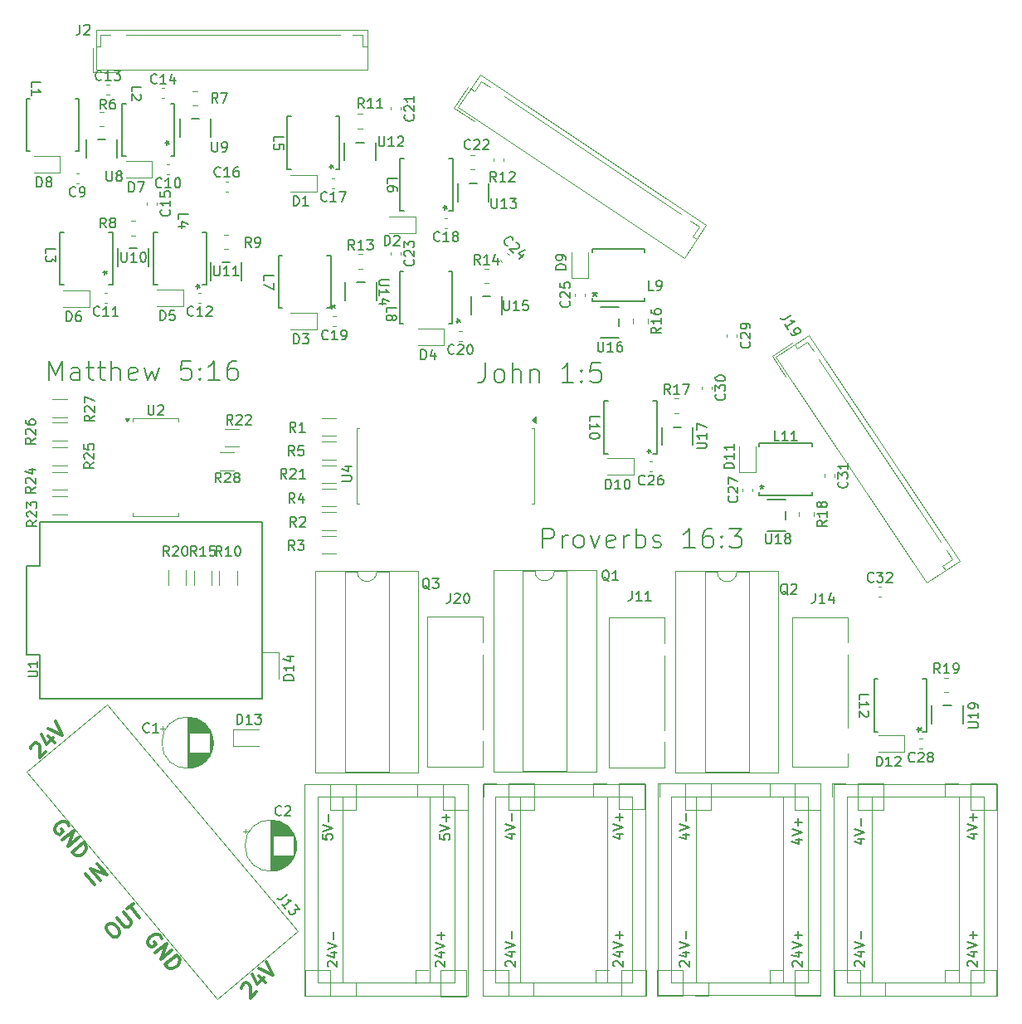
<source format=gbr>
%TF.GenerationSoftware,KiCad,Pcbnew,9.0.0*%
%TF.CreationDate,2025-12-15T13:56:06-05:00*%
%TF.ProjectId,LightDisc,4c696768-7444-4697-9363-2e6b69636164,rev?*%
%TF.SameCoordinates,Original*%
%TF.FileFunction,Legend,Top*%
%TF.FilePolarity,Positive*%
%FSLAX46Y46*%
G04 Gerber Fmt 4.6, Leading zero omitted, Abs format (unit mm)*
G04 Created by KiCad (PCBNEW 9.0.0) date 2025-12-15 13:56:06*
%MOMM*%
%LPD*%
G01*
G04 APERTURE LIST*
%ADD10C,0.200000*%
%ADD11C,0.100000*%
%ADD12C,0.300000*%
%ADD13C,0.150000*%
%ADD14C,0.120000*%
%ADD15C,0.152400*%
%ADD16C,0.127000*%
G04 APERTURE END LIST*
D10*
X168679197Y-54744838D02*
X168679197Y-56173409D01*
X168679197Y-56173409D02*
X168583958Y-56459123D01*
X168583958Y-56459123D02*
X168393482Y-56649600D01*
X168393482Y-56649600D02*
X168107768Y-56744838D01*
X168107768Y-56744838D02*
X167917292Y-56744838D01*
X169917292Y-56744838D02*
X169726816Y-56649600D01*
X169726816Y-56649600D02*
X169631578Y-56554361D01*
X169631578Y-56554361D02*
X169536340Y-56363885D01*
X169536340Y-56363885D02*
X169536340Y-55792457D01*
X169536340Y-55792457D02*
X169631578Y-55601980D01*
X169631578Y-55601980D02*
X169726816Y-55506742D01*
X169726816Y-55506742D02*
X169917292Y-55411504D01*
X169917292Y-55411504D02*
X170203007Y-55411504D01*
X170203007Y-55411504D02*
X170393483Y-55506742D01*
X170393483Y-55506742D02*
X170488721Y-55601980D01*
X170488721Y-55601980D02*
X170583959Y-55792457D01*
X170583959Y-55792457D02*
X170583959Y-56363885D01*
X170583959Y-56363885D02*
X170488721Y-56554361D01*
X170488721Y-56554361D02*
X170393483Y-56649600D01*
X170393483Y-56649600D02*
X170203007Y-56744838D01*
X170203007Y-56744838D02*
X169917292Y-56744838D01*
X171441102Y-56744838D02*
X171441102Y-54744838D01*
X172298245Y-56744838D02*
X172298245Y-55697219D01*
X172298245Y-55697219D02*
X172203007Y-55506742D01*
X172203007Y-55506742D02*
X172012531Y-55411504D01*
X172012531Y-55411504D02*
X171726816Y-55411504D01*
X171726816Y-55411504D02*
X171536340Y-55506742D01*
X171536340Y-55506742D02*
X171441102Y-55601980D01*
X173250626Y-55411504D02*
X173250626Y-56744838D01*
X173250626Y-55601980D02*
X173345864Y-55506742D01*
X173345864Y-55506742D02*
X173536340Y-55411504D01*
X173536340Y-55411504D02*
X173822055Y-55411504D01*
X173822055Y-55411504D02*
X174012531Y-55506742D01*
X174012531Y-55506742D02*
X174107769Y-55697219D01*
X174107769Y-55697219D02*
X174107769Y-56744838D01*
X177631579Y-56744838D02*
X176488722Y-56744838D01*
X177060150Y-56744838D02*
X177060150Y-54744838D01*
X177060150Y-54744838D02*
X176869674Y-55030552D01*
X176869674Y-55030552D02*
X176679198Y-55221028D01*
X176679198Y-55221028D02*
X176488722Y-55316266D01*
X178488722Y-56554361D02*
X178583960Y-56649600D01*
X178583960Y-56649600D02*
X178488722Y-56744838D01*
X178488722Y-56744838D02*
X178393484Y-56649600D01*
X178393484Y-56649600D02*
X178488722Y-56554361D01*
X178488722Y-56554361D02*
X178488722Y-56744838D01*
X178488722Y-55506742D02*
X178583960Y-55601980D01*
X178583960Y-55601980D02*
X178488722Y-55697219D01*
X178488722Y-55697219D02*
X178393484Y-55601980D01*
X178393484Y-55601980D02*
X178488722Y-55506742D01*
X178488722Y-55506742D02*
X178488722Y-55697219D01*
X180393484Y-54744838D02*
X179441103Y-54744838D01*
X179441103Y-54744838D02*
X179345865Y-55697219D01*
X179345865Y-55697219D02*
X179441103Y-55601980D01*
X179441103Y-55601980D02*
X179631579Y-55506742D01*
X179631579Y-55506742D02*
X180107770Y-55506742D01*
X180107770Y-55506742D02*
X180298246Y-55601980D01*
X180298246Y-55601980D02*
X180393484Y-55697219D01*
X180393484Y-55697219D02*
X180488722Y-55887695D01*
X180488722Y-55887695D02*
X180488722Y-56363885D01*
X180488722Y-56363885D02*
X180393484Y-56554361D01*
X180393484Y-56554361D02*
X180298246Y-56649600D01*
X180298246Y-56649600D02*
X180107770Y-56744838D01*
X180107770Y-56744838D02*
X179631579Y-56744838D01*
X179631579Y-56744838D02*
X179441103Y-56649600D01*
X179441103Y-56649600D02*
X179345865Y-56554361D01*
D11*
X187585000Y-99025000D02*
X201555000Y-99025000D01*
X201555000Y-117948000D01*
X187585000Y-117948000D01*
X187585000Y-99025000D01*
X204236500Y-97705000D02*
X220873500Y-97705000D01*
X220873500Y-119295000D01*
X204236500Y-119295000D01*
X204236500Y-97705000D01*
X208110000Y-99038500D02*
X217000000Y-99038500D01*
X217000000Y-117961500D01*
X208110000Y-117961500D01*
X208110000Y-99038500D01*
X186251500Y-97691500D02*
X202888500Y-97691500D01*
X202888500Y-119281500D01*
X186251500Y-119281500D01*
X186251500Y-97691500D01*
X150196500Y-97716500D02*
X166833500Y-97716500D01*
X166833500Y-119306500D01*
X150196500Y-119306500D01*
X150196500Y-97716500D01*
X168363000Y-97716500D02*
X185000000Y-97716500D01*
X185000000Y-119306500D01*
X168363000Y-119306500D01*
X168363000Y-97716500D01*
X205570000Y-99038500D02*
X219540000Y-99038500D01*
X219540000Y-117961500D01*
X205570000Y-117961500D01*
X205570000Y-99038500D01*
X154070000Y-99050000D02*
X162960000Y-99050000D01*
X162960000Y-117973000D01*
X154070000Y-117973000D01*
X154070000Y-99050000D01*
X169696500Y-99050000D02*
X183666500Y-99050000D01*
X183666500Y-117973000D01*
X169696500Y-117973000D01*
X169696500Y-99050000D01*
X151530000Y-99050000D02*
X165500000Y-99050000D01*
X165500000Y-117973000D01*
X151530000Y-117973000D01*
X151530000Y-99050000D01*
X190125000Y-99025000D02*
X199015000Y-99025000D01*
X199015000Y-117948000D01*
X190125000Y-117948000D01*
X190125000Y-99025000D01*
X172236500Y-99050000D02*
X181126500Y-99050000D01*
X181126500Y-117973000D01*
X172236500Y-117973000D01*
X172236500Y-99050000D01*
D12*
X126108403Y-101980379D02*
X126071294Y-101825030D01*
X126071294Y-101825030D02*
X125933553Y-101660878D01*
X125933553Y-101660878D02*
X125741096Y-101542639D01*
X125741096Y-101542639D02*
X125539834Y-101525031D01*
X125539834Y-101525031D02*
X125384486Y-101562140D01*
X125384486Y-101562140D02*
X125119702Y-101691076D01*
X125119702Y-101691076D02*
X124955550Y-101828816D01*
X124955550Y-101828816D02*
X124782594Y-102067188D01*
X124782594Y-102067188D02*
X124719072Y-102213732D01*
X124719072Y-102213732D02*
X124701464Y-102414994D01*
X124701464Y-102414994D02*
X124784487Y-102625059D01*
X124784487Y-102625059D02*
X124876314Y-102734494D01*
X124876314Y-102734494D02*
X125068771Y-102852733D01*
X125068771Y-102852733D02*
X125169402Y-102861537D01*
X125169402Y-102861537D02*
X125552424Y-102540143D01*
X125552424Y-102540143D02*
X125368771Y-102321274D01*
X125473188Y-103445821D02*
X126622254Y-102481640D01*
X126622254Y-102481640D02*
X126024149Y-104102431D01*
X126024149Y-104102431D02*
X127173215Y-103138249D01*
X126483283Y-104649606D02*
X127632350Y-103685424D01*
X127632350Y-103685424D02*
X127861917Y-103959012D01*
X127861917Y-103959012D02*
X127944939Y-104169077D01*
X127944939Y-104169077D02*
X127927331Y-104370339D01*
X127927331Y-104370339D02*
X127863810Y-104516883D01*
X127863810Y-104516883D02*
X127690853Y-104755254D01*
X127690853Y-104755254D02*
X127526701Y-104892995D01*
X127526701Y-104892995D02*
X127261918Y-105021931D01*
X127261918Y-105021931D02*
X127106569Y-105059040D01*
X127106569Y-105059040D02*
X126905308Y-105041432D01*
X126905308Y-105041432D02*
X126712850Y-104923193D01*
X126712850Y-104923193D02*
X126483283Y-104649606D01*
X143741110Y-118557928D02*
X143741110Y-118456913D01*
X143741110Y-118456913D02*
X143791618Y-118305390D01*
X143791618Y-118305390D02*
X144044156Y-118052852D01*
X144044156Y-118052852D02*
X144195679Y-118002344D01*
X144195679Y-118002344D02*
X144296694Y-118002344D01*
X144296694Y-118002344D02*
X144448217Y-118052852D01*
X144448217Y-118052852D02*
X144549232Y-118153867D01*
X144549232Y-118153867D02*
X144650247Y-118355898D01*
X144650247Y-118355898D02*
X144650247Y-119568081D01*
X144650247Y-119568081D02*
X145306846Y-118911482D01*
X145508877Y-117295238D02*
X146215983Y-118002345D01*
X144852277Y-117143715D02*
X145357354Y-118153868D01*
X145357354Y-118153868D02*
X146013953Y-117497268D01*
X145559384Y-116537624D02*
X146973597Y-117244731D01*
X146973597Y-117244731D02*
X146266491Y-115830517D01*
X128796755Y-107990993D02*
X127832573Y-106841926D01*
X129343929Y-107531858D02*
X128379748Y-106382792D01*
X128379748Y-106382792D02*
X130000539Y-106980898D01*
X130000539Y-106980898D02*
X129036357Y-105831831D01*
D10*
X124107768Y-56544838D02*
X124107768Y-54544838D01*
X124107768Y-54544838D02*
X124774435Y-55973409D01*
X124774435Y-55973409D02*
X125441101Y-54544838D01*
X125441101Y-54544838D02*
X125441101Y-56544838D01*
X127250625Y-56544838D02*
X127250625Y-55497219D01*
X127250625Y-55497219D02*
X127155387Y-55306742D01*
X127155387Y-55306742D02*
X126964911Y-55211504D01*
X126964911Y-55211504D02*
X126583958Y-55211504D01*
X126583958Y-55211504D02*
X126393482Y-55306742D01*
X127250625Y-56449600D02*
X127060149Y-56544838D01*
X127060149Y-56544838D02*
X126583958Y-56544838D01*
X126583958Y-56544838D02*
X126393482Y-56449600D01*
X126393482Y-56449600D02*
X126298244Y-56259123D01*
X126298244Y-56259123D02*
X126298244Y-56068647D01*
X126298244Y-56068647D02*
X126393482Y-55878171D01*
X126393482Y-55878171D02*
X126583958Y-55782933D01*
X126583958Y-55782933D02*
X127060149Y-55782933D01*
X127060149Y-55782933D02*
X127250625Y-55687695D01*
X127917292Y-55211504D02*
X128679196Y-55211504D01*
X128203006Y-54544838D02*
X128203006Y-56259123D01*
X128203006Y-56259123D02*
X128298244Y-56449600D01*
X128298244Y-56449600D02*
X128488720Y-56544838D01*
X128488720Y-56544838D02*
X128679196Y-56544838D01*
X129060149Y-55211504D02*
X129822053Y-55211504D01*
X129345863Y-54544838D02*
X129345863Y-56259123D01*
X129345863Y-56259123D02*
X129441101Y-56449600D01*
X129441101Y-56449600D02*
X129631577Y-56544838D01*
X129631577Y-56544838D02*
X129822053Y-56544838D01*
X130488720Y-56544838D02*
X130488720Y-54544838D01*
X131345863Y-56544838D02*
X131345863Y-55497219D01*
X131345863Y-55497219D02*
X131250625Y-55306742D01*
X131250625Y-55306742D02*
X131060149Y-55211504D01*
X131060149Y-55211504D02*
X130774434Y-55211504D01*
X130774434Y-55211504D02*
X130583958Y-55306742D01*
X130583958Y-55306742D02*
X130488720Y-55401980D01*
X133060149Y-56449600D02*
X132869673Y-56544838D01*
X132869673Y-56544838D02*
X132488720Y-56544838D01*
X132488720Y-56544838D02*
X132298244Y-56449600D01*
X132298244Y-56449600D02*
X132203006Y-56259123D01*
X132203006Y-56259123D02*
X132203006Y-55497219D01*
X132203006Y-55497219D02*
X132298244Y-55306742D01*
X132298244Y-55306742D02*
X132488720Y-55211504D01*
X132488720Y-55211504D02*
X132869673Y-55211504D01*
X132869673Y-55211504D02*
X133060149Y-55306742D01*
X133060149Y-55306742D02*
X133155387Y-55497219D01*
X133155387Y-55497219D02*
X133155387Y-55687695D01*
X133155387Y-55687695D02*
X132203006Y-55878171D01*
X133822054Y-55211504D02*
X134203006Y-56544838D01*
X134203006Y-56544838D02*
X134583959Y-55592457D01*
X134583959Y-55592457D02*
X134964911Y-56544838D01*
X134964911Y-56544838D02*
X135345863Y-55211504D01*
X138583959Y-54544838D02*
X137631578Y-54544838D01*
X137631578Y-54544838D02*
X137536340Y-55497219D01*
X137536340Y-55497219D02*
X137631578Y-55401980D01*
X137631578Y-55401980D02*
X137822054Y-55306742D01*
X137822054Y-55306742D02*
X138298245Y-55306742D01*
X138298245Y-55306742D02*
X138488721Y-55401980D01*
X138488721Y-55401980D02*
X138583959Y-55497219D01*
X138583959Y-55497219D02*
X138679197Y-55687695D01*
X138679197Y-55687695D02*
X138679197Y-56163885D01*
X138679197Y-56163885D02*
X138583959Y-56354361D01*
X138583959Y-56354361D02*
X138488721Y-56449600D01*
X138488721Y-56449600D02*
X138298245Y-56544838D01*
X138298245Y-56544838D02*
X137822054Y-56544838D01*
X137822054Y-56544838D02*
X137631578Y-56449600D01*
X137631578Y-56449600D02*
X137536340Y-56354361D01*
X139536340Y-56354361D02*
X139631578Y-56449600D01*
X139631578Y-56449600D02*
X139536340Y-56544838D01*
X139536340Y-56544838D02*
X139441102Y-56449600D01*
X139441102Y-56449600D02*
X139536340Y-56354361D01*
X139536340Y-56354361D02*
X139536340Y-56544838D01*
X139536340Y-55306742D02*
X139631578Y-55401980D01*
X139631578Y-55401980D02*
X139536340Y-55497219D01*
X139536340Y-55497219D02*
X139441102Y-55401980D01*
X139441102Y-55401980D02*
X139536340Y-55306742D01*
X139536340Y-55306742D02*
X139536340Y-55497219D01*
X141536340Y-56544838D02*
X140393483Y-56544838D01*
X140964911Y-56544838D02*
X140964911Y-54544838D01*
X140964911Y-54544838D02*
X140774435Y-54830552D01*
X140774435Y-54830552D02*
X140583959Y-55021028D01*
X140583959Y-55021028D02*
X140393483Y-55116266D01*
X143250626Y-54544838D02*
X142869673Y-54544838D01*
X142869673Y-54544838D02*
X142679197Y-54640076D01*
X142679197Y-54640076D02*
X142583959Y-54735314D01*
X142583959Y-54735314D02*
X142393483Y-55021028D01*
X142393483Y-55021028D02*
X142298245Y-55401980D01*
X142298245Y-55401980D02*
X142298245Y-56163885D01*
X142298245Y-56163885D02*
X142393483Y-56354361D01*
X142393483Y-56354361D02*
X142488721Y-56449600D01*
X142488721Y-56449600D02*
X142679197Y-56544838D01*
X142679197Y-56544838D02*
X143060150Y-56544838D01*
X143060150Y-56544838D02*
X143250626Y-56449600D01*
X143250626Y-56449600D02*
X143345864Y-56354361D01*
X143345864Y-56354361D02*
X143441102Y-56163885D01*
X143441102Y-56163885D02*
X143441102Y-55687695D01*
X143441102Y-55687695D02*
X143345864Y-55497219D01*
X143345864Y-55497219D02*
X143250626Y-55401980D01*
X143250626Y-55401980D02*
X143060150Y-55306742D01*
X143060150Y-55306742D02*
X142679197Y-55306742D01*
X142679197Y-55306742D02*
X142488721Y-55401980D01*
X142488721Y-55401980D02*
X142393483Y-55497219D01*
X142393483Y-55497219D02*
X142298245Y-55687695D01*
D12*
X130051443Y-112158272D02*
X130270313Y-111974619D01*
X130270313Y-111974619D02*
X130425661Y-111937509D01*
X130425661Y-111937509D02*
X130626923Y-111955118D01*
X130626923Y-111955118D02*
X130865294Y-112128074D01*
X130865294Y-112128074D02*
X131186688Y-112511096D01*
X131186688Y-112511096D02*
X131315624Y-112775879D01*
X131315624Y-112775879D02*
X131298016Y-112977141D01*
X131298016Y-112977141D02*
X131234494Y-113123685D01*
X131234494Y-113123685D02*
X131015624Y-113307339D01*
X131015624Y-113307339D02*
X130860276Y-113344448D01*
X130860276Y-113344448D02*
X130659014Y-113326840D01*
X130659014Y-113326840D02*
X130420643Y-113153884D01*
X130420643Y-113153884D02*
X130099249Y-112770862D01*
X130099249Y-112770862D02*
X129970313Y-112506078D01*
X129970313Y-112506078D02*
X129987921Y-112304817D01*
X129987921Y-112304817D02*
X130051443Y-112158272D01*
X131036358Y-111331831D02*
X131816885Y-112262028D01*
X131816885Y-112262028D02*
X131963430Y-112325549D01*
X131963430Y-112325549D02*
X132064061Y-112334353D01*
X132064061Y-112334353D02*
X132219409Y-112297244D01*
X132219409Y-112297244D02*
X132438279Y-112113590D01*
X132438279Y-112113590D02*
X132501800Y-111967046D01*
X132501800Y-111967046D02*
X132510604Y-111866415D01*
X132510604Y-111866415D02*
X132473495Y-111711067D01*
X132473495Y-111711067D02*
X131692967Y-110780870D01*
X132075990Y-110459476D02*
X132732599Y-109908515D01*
X133368476Y-111333062D02*
X132404294Y-110183996D01*
X122241110Y-94057928D02*
X122241110Y-93956913D01*
X122241110Y-93956913D02*
X122291618Y-93805390D01*
X122291618Y-93805390D02*
X122544156Y-93552852D01*
X122544156Y-93552852D02*
X122695679Y-93502344D01*
X122695679Y-93502344D02*
X122796694Y-93502344D01*
X122796694Y-93502344D02*
X122948217Y-93552852D01*
X122948217Y-93552852D02*
X123049232Y-93653867D01*
X123049232Y-93653867D02*
X123150247Y-93855898D01*
X123150247Y-93855898D02*
X123150247Y-95068081D01*
X123150247Y-95068081D02*
X123806846Y-94411482D01*
X124008877Y-92795238D02*
X124715983Y-93502345D01*
X123352277Y-92643715D02*
X123857354Y-93653868D01*
X123857354Y-93653868D02*
X124513953Y-92997268D01*
X124059384Y-92037624D02*
X125473597Y-92744731D01*
X125473597Y-92744731D02*
X124766491Y-91330517D01*
D10*
X174507768Y-73644838D02*
X174507768Y-71644838D01*
X174507768Y-71644838D02*
X175269673Y-71644838D01*
X175269673Y-71644838D02*
X175460149Y-71740076D01*
X175460149Y-71740076D02*
X175555387Y-71835314D01*
X175555387Y-71835314D02*
X175650625Y-72025790D01*
X175650625Y-72025790D02*
X175650625Y-72311504D01*
X175650625Y-72311504D02*
X175555387Y-72501980D01*
X175555387Y-72501980D02*
X175460149Y-72597219D01*
X175460149Y-72597219D02*
X175269673Y-72692457D01*
X175269673Y-72692457D02*
X174507768Y-72692457D01*
X176507768Y-73644838D02*
X176507768Y-72311504D01*
X176507768Y-72692457D02*
X176603006Y-72501980D01*
X176603006Y-72501980D02*
X176698244Y-72406742D01*
X176698244Y-72406742D02*
X176888720Y-72311504D01*
X176888720Y-72311504D02*
X177079197Y-72311504D01*
X178031577Y-73644838D02*
X177841101Y-73549600D01*
X177841101Y-73549600D02*
X177745863Y-73454361D01*
X177745863Y-73454361D02*
X177650625Y-73263885D01*
X177650625Y-73263885D02*
X177650625Y-72692457D01*
X177650625Y-72692457D02*
X177745863Y-72501980D01*
X177745863Y-72501980D02*
X177841101Y-72406742D01*
X177841101Y-72406742D02*
X178031577Y-72311504D01*
X178031577Y-72311504D02*
X178317292Y-72311504D01*
X178317292Y-72311504D02*
X178507768Y-72406742D01*
X178507768Y-72406742D02*
X178603006Y-72501980D01*
X178603006Y-72501980D02*
X178698244Y-72692457D01*
X178698244Y-72692457D02*
X178698244Y-73263885D01*
X178698244Y-73263885D02*
X178603006Y-73454361D01*
X178603006Y-73454361D02*
X178507768Y-73549600D01*
X178507768Y-73549600D02*
X178317292Y-73644838D01*
X178317292Y-73644838D02*
X178031577Y-73644838D01*
X179364911Y-72311504D02*
X179841101Y-73644838D01*
X179841101Y-73644838D02*
X180317292Y-72311504D01*
X181841102Y-73549600D02*
X181650626Y-73644838D01*
X181650626Y-73644838D02*
X181269673Y-73644838D01*
X181269673Y-73644838D02*
X181079197Y-73549600D01*
X181079197Y-73549600D02*
X180983959Y-73359123D01*
X180983959Y-73359123D02*
X180983959Y-72597219D01*
X180983959Y-72597219D02*
X181079197Y-72406742D01*
X181079197Y-72406742D02*
X181269673Y-72311504D01*
X181269673Y-72311504D02*
X181650626Y-72311504D01*
X181650626Y-72311504D02*
X181841102Y-72406742D01*
X181841102Y-72406742D02*
X181936340Y-72597219D01*
X181936340Y-72597219D02*
X181936340Y-72787695D01*
X181936340Y-72787695D02*
X180983959Y-72978171D01*
X182793483Y-73644838D02*
X182793483Y-72311504D01*
X182793483Y-72692457D02*
X182888721Y-72501980D01*
X182888721Y-72501980D02*
X182983959Y-72406742D01*
X182983959Y-72406742D02*
X183174435Y-72311504D01*
X183174435Y-72311504D02*
X183364912Y-72311504D01*
X184031578Y-73644838D02*
X184031578Y-71644838D01*
X184031578Y-72406742D02*
X184222054Y-72311504D01*
X184222054Y-72311504D02*
X184603007Y-72311504D01*
X184603007Y-72311504D02*
X184793483Y-72406742D01*
X184793483Y-72406742D02*
X184888721Y-72501980D01*
X184888721Y-72501980D02*
X184983959Y-72692457D01*
X184983959Y-72692457D02*
X184983959Y-73263885D01*
X184983959Y-73263885D02*
X184888721Y-73454361D01*
X184888721Y-73454361D02*
X184793483Y-73549600D01*
X184793483Y-73549600D02*
X184603007Y-73644838D01*
X184603007Y-73644838D02*
X184222054Y-73644838D01*
X184222054Y-73644838D02*
X184031578Y-73549600D01*
X185745864Y-73549600D02*
X185936340Y-73644838D01*
X185936340Y-73644838D02*
X186317292Y-73644838D01*
X186317292Y-73644838D02*
X186507769Y-73549600D01*
X186507769Y-73549600D02*
X186603007Y-73359123D01*
X186603007Y-73359123D02*
X186603007Y-73263885D01*
X186603007Y-73263885D02*
X186507769Y-73073409D01*
X186507769Y-73073409D02*
X186317292Y-72978171D01*
X186317292Y-72978171D02*
X186031578Y-72978171D01*
X186031578Y-72978171D02*
X185841102Y-72882933D01*
X185841102Y-72882933D02*
X185745864Y-72692457D01*
X185745864Y-72692457D02*
X185745864Y-72597219D01*
X185745864Y-72597219D02*
X185841102Y-72406742D01*
X185841102Y-72406742D02*
X186031578Y-72311504D01*
X186031578Y-72311504D02*
X186317292Y-72311504D01*
X186317292Y-72311504D02*
X186507769Y-72406742D01*
X190031579Y-73644838D02*
X188888722Y-73644838D01*
X189460150Y-73644838D02*
X189460150Y-71644838D01*
X189460150Y-71644838D02*
X189269674Y-71930552D01*
X189269674Y-71930552D02*
X189079198Y-72121028D01*
X189079198Y-72121028D02*
X188888722Y-72216266D01*
X191745865Y-71644838D02*
X191364912Y-71644838D01*
X191364912Y-71644838D02*
X191174436Y-71740076D01*
X191174436Y-71740076D02*
X191079198Y-71835314D01*
X191079198Y-71835314D02*
X190888722Y-72121028D01*
X190888722Y-72121028D02*
X190793484Y-72501980D01*
X190793484Y-72501980D02*
X190793484Y-73263885D01*
X190793484Y-73263885D02*
X190888722Y-73454361D01*
X190888722Y-73454361D02*
X190983960Y-73549600D01*
X190983960Y-73549600D02*
X191174436Y-73644838D01*
X191174436Y-73644838D02*
X191555389Y-73644838D01*
X191555389Y-73644838D02*
X191745865Y-73549600D01*
X191745865Y-73549600D02*
X191841103Y-73454361D01*
X191841103Y-73454361D02*
X191936341Y-73263885D01*
X191936341Y-73263885D02*
X191936341Y-72787695D01*
X191936341Y-72787695D02*
X191841103Y-72597219D01*
X191841103Y-72597219D02*
X191745865Y-72501980D01*
X191745865Y-72501980D02*
X191555389Y-72406742D01*
X191555389Y-72406742D02*
X191174436Y-72406742D01*
X191174436Y-72406742D02*
X190983960Y-72501980D01*
X190983960Y-72501980D02*
X190888722Y-72597219D01*
X190888722Y-72597219D02*
X190793484Y-72787695D01*
X192793484Y-73454361D02*
X192888722Y-73549600D01*
X192888722Y-73549600D02*
X192793484Y-73644838D01*
X192793484Y-73644838D02*
X192698246Y-73549600D01*
X192698246Y-73549600D02*
X192793484Y-73454361D01*
X192793484Y-73454361D02*
X192793484Y-73644838D01*
X192793484Y-72406742D02*
X192888722Y-72501980D01*
X192888722Y-72501980D02*
X192793484Y-72597219D01*
X192793484Y-72597219D02*
X192698246Y-72501980D01*
X192698246Y-72501980D02*
X192793484Y-72406742D01*
X192793484Y-72406742D02*
X192793484Y-72597219D01*
X193555389Y-71644838D02*
X194793484Y-71644838D01*
X194793484Y-71644838D02*
X194126817Y-72406742D01*
X194126817Y-72406742D02*
X194412532Y-72406742D01*
X194412532Y-72406742D02*
X194603008Y-72501980D01*
X194603008Y-72501980D02*
X194698246Y-72597219D01*
X194698246Y-72597219D02*
X194793484Y-72787695D01*
X194793484Y-72787695D02*
X194793484Y-73263885D01*
X194793484Y-73263885D02*
X194698246Y-73454361D01*
X194698246Y-73454361D02*
X194603008Y-73549600D01*
X194603008Y-73549600D02*
X194412532Y-73644838D01*
X194412532Y-73644838D02*
X193841103Y-73644838D01*
X193841103Y-73644838D02*
X193650627Y-73549600D01*
X193650627Y-73549600D02*
X193555389Y-73454361D01*
D12*
X135608403Y-113480379D02*
X135571294Y-113325030D01*
X135571294Y-113325030D02*
X135433553Y-113160878D01*
X135433553Y-113160878D02*
X135241096Y-113042639D01*
X135241096Y-113042639D02*
X135039834Y-113025031D01*
X135039834Y-113025031D02*
X134884486Y-113062140D01*
X134884486Y-113062140D02*
X134619702Y-113191076D01*
X134619702Y-113191076D02*
X134455550Y-113328816D01*
X134455550Y-113328816D02*
X134282594Y-113567188D01*
X134282594Y-113567188D02*
X134219072Y-113713732D01*
X134219072Y-113713732D02*
X134201464Y-113914994D01*
X134201464Y-113914994D02*
X134284487Y-114125059D01*
X134284487Y-114125059D02*
X134376314Y-114234494D01*
X134376314Y-114234494D02*
X134568771Y-114352733D01*
X134568771Y-114352733D02*
X134669402Y-114361537D01*
X134669402Y-114361537D02*
X135052424Y-114040143D01*
X135052424Y-114040143D02*
X134868771Y-113821274D01*
X134973188Y-114945821D02*
X136122254Y-113981640D01*
X136122254Y-113981640D02*
X135524149Y-115602431D01*
X135524149Y-115602431D02*
X136673215Y-114638249D01*
X135983283Y-116149606D02*
X137132350Y-115185424D01*
X137132350Y-115185424D02*
X137361917Y-115459012D01*
X137361917Y-115459012D02*
X137444939Y-115669077D01*
X137444939Y-115669077D02*
X137427331Y-115870339D01*
X137427331Y-115870339D02*
X137363810Y-116016883D01*
X137363810Y-116016883D02*
X137190853Y-116255254D01*
X137190853Y-116255254D02*
X137026701Y-116392995D01*
X137026701Y-116392995D02*
X136761918Y-116521931D01*
X136761918Y-116521931D02*
X136606569Y-116559040D01*
X136606569Y-116559040D02*
X136405308Y-116541432D01*
X136405308Y-116541432D02*
X136212850Y-116423193D01*
X136212850Y-116423193D02*
X135983283Y-116149606D01*
D13*
X149054819Y-87114285D02*
X148054819Y-87114285D01*
X148054819Y-87114285D02*
X148054819Y-86876190D01*
X148054819Y-86876190D02*
X148102438Y-86733333D01*
X148102438Y-86733333D02*
X148197676Y-86638095D01*
X148197676Y-86638095D02*
X148292914Y-86590476D01*
X148292914Y-86590476D02*
X148483390Y-86542857D01*
X148483390Y-86542857D02*
X148626247Y-86542857D01*
X148626247Y-86542857D02*
X148816723Y-86590476D01*
X148816723Y-86590476D02*
X148911961Y-86638095D01*
X148911961Y-86638095D02*
X149007200Y-86733333D01*
X149007200Y-86733333D02*
X149054819Y-86876190D01*
X149054819Y-86876190D02*
X149054819Y-87114285D01*
X149054819Y-85590476D02*
X149054819Y-86161904D01*
X149054819Y-85876190D02*
X148054819Y-85876190D01*
X148054819Y-85876190D02*
X148197676Y-85971428D01*
X148197676Y-85971428D02*
X148292914Y-86066666D01*
X148292914Y-86066666D02*
X148340533Y-86161904D01*
X148388152Y-84733333D02*
X149054819Y-84733333D01*
X148007200Y-84971428D02*
X148721485Y-85209523D01*
X148721485Y-85209523D02*
X148721485Y-84590476D01*
X127266666Y-20254819D02*
X127266666Y-20969104D01*
X127266666Y-20969104D02*
X127219047Y-21111961D01*
X127219047Y-21111961D02*
X127123809Y-21207200D01*
X127123809Y-21207200D02*
X126980952Y-21254819D01*
X126980952Y-21254819D02*
X126885714Y-21254819D01*
X127695238Y-20350057D02*
X127742857Y-20302438D01*
X127742857Y-20302438D02*
X127838095Y-20254819D01*
X127838095Y-20254819D02*
X128076190Y-20254819D01*
X128076190Y-20254819D02*
X128171428Y-20302438D01*
X128171428Y-20302438D02*
X128219047Y-20350057D01*
X128219047Y-20350057D02*
X128266666Y-20445295D01*
X128266666Y-20445295D02*
X128266666Y-20540533D01*
X128266666Y-20540533D02*
X128219047Y-20683390D01*
X128219047Y-20683390D02*
X127647619Y-21254819D01*
X127647619Y-21254819D02*
X128266666Y-21254819D01*
X185791545Y-47354819D02*
X185315355Y-47354819D01*
X185315355Y-47354819D02*
X185315355Y-46354819D01*
X186172498Y-47354819D02*
X186362974Y-47354819D01*
X186362974Y-47354819D02*
X186458212Y-47307200D01*
X186458212Y-47307200D02*
X186505831Y-47259580D01*
X186505831Y-47259580D02*
X186601069Y-47116723D01*
X186601069Y-47116723D02*
X186648688Y-46926247D01*
X186648688Y-46926247D02*
X186648688Y-46545295D01*
X186648688Y-46545295D02*
X186601069Y-46450057D01*
X186601069Y-46450057D02*
X186553450Y-46402438D01*
X186553450Y-46402438D02*
X186458212Y-46354819D01*
X186458212Y-46354819D02*
X186267736Y-46354819D01*
X186267736Y-46354819D02*
X186172498Y-46402438D01*
X186172498Y-46402438D02*
X186124879Y-46450057D01*
X186124879Y-46450057D02*
X186077260Y-46545295D01*
X186077260Y-46545295D02*
X186077260Y-46783390D01*
X186077260Y-46783390D02*
X186124879Y-46878628D01*
X186124879Y-46878628D02*
X186172498Y-46926247D01*
X186172498Y-46926247D02*
X186267736Y-46973866D01*
X186267736Y-46973866D02*
X186458212Y-46973866D01*
X186458212Y-46973866D02*
X186553450Y-46926247D01*
X186553450Y-46926247D02*
X186601069Y-46878628D01*
X186601069Y-46878628D02*
X186648688Y-46783390D01*
X176863031Y-45238094D02*
X175863031Y-45238094D01*
X175863031Y-45238094D02*
X175863031Y-44999999D01*
X175863031Y-44999999D02*
X175910650Y-44857142D01*
X175910650Y-44857142D02*
X176005888Y-44761904D01*
X176005888Y-44761904D02*
X176101126Y-44714285D01*
X176101126Y-44714285D02*
X176291602Y-44666666D01*
X176291602Y-44666666D02*
X176434459Y-44666666D01*
X176434459Y-44666666D02*
X176624935Y-44714285D01*
X176624935Y-44714285D02*
X176720173Y-44761904D01*
X176720173Y-44761904D02*
X176815412Y-44857142D01*
X176815412Y-44857142D02*
X176863031Y-44999999D01*
X176863031Y-44999999D02*
X176863031Y-45238094D01*
X176863031Y-44190475D02*
X176863031Y-43999999D01*
X176863031Y-43999999D02*
X176815412Y-43904761D01*
X176815412Y-43904761D02*
X176767792Y-43857142D01*
X176767792Y-43857142D02*
X176624935Y-43761904D01*
X176624935Y-43761904D02*
X176434459Y-43714285D01*
X176434459Y-43714285D02*
X176053507Y-43714285D01*
X176053507Y-43714285D02*
X175958269Y-43761904D01*
X175958269Y-43761904D02*
X175910650Y-43809523D01*
X175910650Y-43809523D02*
X175863031Y-43904761D01*
X175863031Y-43904761D02*
X175863031Y-44095237D01*
X175863031Y-44095237D02*
X175910650Y-44190475D01*
X175910650Y-44190475D02*
X175958269Y-44238094D01*
X175958269Y-44238094D02*
X176053507Y-44285713D01*
X176053507Y-44285713D02*
X176291602Y-44285713D01*
X176291602Y-44285713D02*
X176386840Y-44238094D01*
X176386840Y-44238094D02*
X176434459Y-44190475D01*
X176434459Y-44190475D02*
X176482078Y-44095237D01*
X176482078Y-44095237D02*
X176482078Y-43904761D01*
X176482078Y-43904761D02*
X176434459Y-43809523D01*
X176434459Y-43809523D02*
X176386840Y-43761904D01*
X176386840Y-43761904D02*
X176291602Y-43714285D01*
X180120117Y-52604819D02*
X180120117Y-53414342D01*
X180120117Y-53414342D02*
X180167736Y-53509580D01*
X180167736Y-53509580D02*
X180215355Y-53557200D01*
X180215355Y-53557200D02*
X180310593Y-53604819D01*
X180310593Y-53604819D02*
X180501069Y-53604819D01*
X180501069Y-53604819D02*
X180596307Y-53557200D01*
X180596307Y-53557200D02*
X180643926Y-53509580D01*
X180643926Y-53509580D02*
X180691545Y-53414342D01*
X180691545Y-53414342D02*
X180691545Y-52604819D01*
X181691545Y-53604819D02*
X181120117Y-53604819D01*
X181405831Y-53604819D02*
X181405831Y-52604819D01*
X181405831Y-52604819D02*
X181310593Y-52747676D01*
X181310593Y-52747676D02*
X181215355Y-52842914D01*
X181215355Y-52842914D02*
X181120117Y-52890533D01*
X182548688Y-52604819D02*
X182358212Y-52604819D01*
X182358212Y-52604819D02*
X182262974Y-52652438D01*
X182262974Y-52652438D02*
X182215355Y-52700057D01*
X182215355Y-52700057D02*
X182120117Y-52842914D01*
X182120117Y-52842914D02*
X182072498Y-53033390D01*
X182072498Y-53033390D02*
X182072498Y-53414342D01*
X182072498Y-53414342D02*
X182120117Y-53509580D01*
X182120117Y-53509580D02*
X182167736Y-53557200D01*
X182167736Y-53557200D02*
X182262974Y-53604819D01*
X182262974Y-53604819D02*
X182453450Y-53604819D01*
X182453450Y-53604819D02*
X182548688Y-53557200D01*
X182548688Y-53557200D02*
X182596307Y-53509580D01*
X182596307Y-53509580D02*
X182643926Y-53414342D01*
X182643926Y-53414342D02*
X182643926Y-53176247D01*
X182643926Y-53176247D02*
X182596307Y-53081009D01*
X182596307Y-53081009D02*
X182548688Y-53033390D01*
X182548688Y-53033390D02*
X182453450Y-52985771D01*
X182453450Y-52985771D02*
X182262974Y-52985771D01*
X182262974Y-52985771D02*
X182167736Y-53033390D01*
X182167736Y-53033390D02*
X182120117Y-53081009D01*
X182120117Y-53081009D02*
X182072498Y-53176247D01*
X179827862Y-47504619D02*
X179827862Y-47742714D01*
X179589767Y-47647476D02*
X179827862Y-47742714D01*
X179827862Y-47742714D02*
X180065957Y-47647476D01*
X179685005Y-47933190D02*
X179827862Y-47742714D01*
X179827862Y-47742714D02*
X179970719Y-47933190D01*
X179827862Y-47504619D02*
X179827862Y-47742714D01*
X179589767Y-47647476D02*
X179827862Y-47742714D01*
X179827862Y-47742714D02*
X180065957Y-47647476D01*
X179685005Y-47933190D02*
X179827862Y-47742714D01*
X179827862Y-47742714D02*
X179970719Y-47933190D01*
X186563031Y-51142857D02*
X186086840Y-51476190D01*
X186563031Y-51714285D02*
X185563031Y-51714285D01*
X185563031Y-51714285D02*
X185563031Y-51333333D01*
X185563031Y-51333333D02*
X185610650Y-51238095D01*
X185610650Y-51238095D02*
X185658269Y-51190476D01*
X185658269Y-51190476D02*
X185753507Y-51142857D01*
X185753507Y-51142857D02*
X185896364Y-51142857D01*
X185896364Y-51142857D02*
X185991602Y-51190476D01*
X185991602Y-51190476D02*
X186039221Y-51238095D01*
X186039221Y-51238095D02*
X186086840Y-51333333D01*
X186086840Y-51333333D02*
X186086840Y-51714285D01*
X186563031Y-50190476D02*
X186563031Y-50761904D01*
X186563031Y-50476190D02*
X185563031Y-50476190D01*
X185563031Y-50476190D02*
X185705888Y-50571428D01*
X185705888Y-50571428D02*
X185801126Y-50666666D01*
X185801126Y-50666666D02*
X185848745Y-50761904D01*
X185563031Y-49333333D02*
X185563031Y-49523809D01*
X185563031Y-49523809D02*
X185610650Y-49619047D01*
X185610650Y-49619047D02*
X185658269Y-49666666D01*
X185658269Y-49666666D02*
X185801126Y-49761904D01*
X185801126Y-49761904D02*
X185991602Y-49809523D01*
X185991602Y-49809523D02*
X186372554Y-49809523D01*
X186372554Y-49809523D02*
X186467792Y-49761904D01*
X186467792Y-49761904D02*
X186515412Y-49714285D01*
X186515412Y-49714285D02*
X186563031Y-49619047D01*
X186563031Y-49619047D02*
X186563031Y-49428571D01*
X186563031Y-49428571D02*
X186515412Y-49333333D01*
X186515412Y-49333333D02*
X186467792Y-49285714D01*
X186467792Y-49285714D02*
X186372554Y-49238095D01*
X186372554Y-49238095D02*
X186134459Y-49238095D01*
X186134459Y-49238095D02*
X186039221Y-49285714D01*
X186039221Y-49285714D02*
X185991602Y-49333333D01*
X185991602Y-49333333D02*
X185943983Y-49428571D01*
X185943983Y-49428571D02*
X185943983Y-49619047D01*
X185943983Y-49619047D02*
X185991602Y-49714285D01*
X185991602Y-49714285D02*
X186039221Y-49761904D01*
X186039221Y-49761904D02*
X186134459Y-49809523D01*
X177187792Y-48442857D02*
X177235412Y-48490476D01*
X177235412Y-48490476D02*
X177283031Y-48633333D01*
X177283031Y-48633333D02*
X177283031Y-48728571D01*
X177283031Y-48728571D02*
X177235412Y-48871428D01*
X177235412Y-48871428D02*
X177140173Y-48966666D01*
X177140173Y-48966666D02*
X177044935Y-49014285D01*
X177044935Y-49014285D02*
X176854459Y-49061904D01*
X176854459Y-49061904D02*
X176711602Y-49061904D01*
X176711602Y-49061904D02*
X176521126Y-49014285D01*
X176521126Y-49014285D02*
X176425888Y-48966666D01*
X176425888Y-48966666D02*
X176330650Y-48871428D01*
X176330650Y-48871428D02*
X176283031Y-48728571D01*
X176283031Y-48728571D02*
X176283031Y-48633333D01*
X176283031Y-48633333D02*
X176330650Y-48490476D01*
X176330650Y-48490476D02*
X176378269Y-48442857D01*
X176378269Y-48061904D02*
X176330650Y-48014285D01*
X176330650Y-48014285D02*
X176283031Y-47919047D01*
X176283031Y-47919047D02*
X176283031Y-47680952D01*
X176283031Y-47680952D02*
X176330650Y-47585714D01*
X176330650Y-47585714D02*
X176378269Y-47538095D01*
X176378269Y-47538095D02*
X176473507Y-47490476D01*
X176473507Y-47490476D02*
X176568745Y-47490476D01*
X176568745Y-47490476D02*
X176711602Y-47538095D01*
X176711602Y-47538095D02*
X177283031Y-48109523D01*
X177283031Y-48109523D02*
X177283031Y-47490476D01*
X176283031Y-46585714D02*
X176283031Y-47061904D01*
X176283031Y-47061904D02*
X176759221Y-47109523D01*
X176759221Y-47109523D02*
X176711602Y-47061904D01*
X176711602Y-47061904D02*
X176663983Y-46966666D01*
X176663983Y-46966666D02*
X176663983Y-46728571D01*
X176663983Y-46728571D02*
X176711602Y-46633333D01*
X176711602Y-46633333D02*
X176759221Y-46585714D01*
X176759221Y-46585714D02*
X176854459Y-46538095D01*
X176854459Y-46538095D02*
X177092554Y-46538095D01*
X177092554Y-46538095D02*
X177187792Y-46585714D01*
X177187792Y-46585714D02*
X177235412Y-46633333D01*
X177235412Y-46633333D02*
X177283031Y-46728571D01*
X177283031Y-46728571D02*
X177283031Y-46966666D01*
X177283031Y-46966666D02*
X177235412Y-47061904D01*
X177235412Y-47061904D02*
X177187792Y-47109523D01*
X203501419Y-70830357D02*
X203025228Y-71163690D01*
X203501419Y-71401785D02*
X202501419Y-71401785D01*
X202501419Y-71401785D02*
X202501419Y-71020833D01*
X202501419Y-71020833D02*
X202549038Y-70925595D01*
X202549038Y-70925595D02*
X202596657Y-70877976D01*
X202596657Y-70877976D02*
X202691895Y-70830357D01*
X202691895Y-70830357D02*
X202834752Y-70830357D01*
X202834752Y-70830357D02*
X202929990Y-70877976D01*
X202929990Y-70877976D02*
X202977609Y-70925595D01*
X202977609Y-70925595D02*
X203025228Y-71020833D01*
X203025228Y-71020833D02*
X203025228Y-71401785D01*
X203501419Y-69877976D02*
X203501419Y-70449404D01*
X203501419Y-70163690D02*
X202501419Y-70163690D01*
X202501419Y-70163690D02*
X202644276Y-70258928D01*
X202644276Y-70258928D02*
X202739514Y-70354166D01*
X202739514Y-70354166D02*
X202787133Y-70449404D01*
X202929990Y-69306547D02*
X202882371Y-69401785D01*
X202882371Y-69401785D02*
X202834752Y-69449404D01*
X202834752Y-69449404D02*
X202739514Y-69497023D01*
X202739514Y-69497023D02*
X202691895Y-69497023D01*
X202691895Y-69497023D02*
X202596657Y-69449404D01*
X202596657Y-69449404D02*
X202549038Y-69401785D01*
X202549038Y-69401785D02*
X202501419Y-69306547D01*
X202501419Y-69306547D02*
X202501419Y-69116071D01*
X202501419Y-69116071D02*
X202549038Y-69020833D01*
X202549038Y-69020833D02*
X202596657Y-68973214D01*
X202596657Y-68973214D02*
X202691895Y-68925595D01*
X202691895Y-68925595D02*
X202739514Y-68925595D01*
X202739514Y-68925595D02*
X202834752Y-68973214D01*
X202834752Y-68973214D02*
X202882371Y-69020833D01*
X202882371Y-69020833D02*
X202929990Y-69116071D01*
X202929990Y-69116071D02*
X202929990Y-69306547D01*
X202929990Y-69306547D02*
X202977609Y-69401785D01*
X202977609Y-69401785D02*
X203025228Y-69449404D01*
X203025228Y-69449404D02*
X203120466Y-69497023D01*
X203120466Y-69497023D02*
X203310942Y-69497023D01*
X203310942Y-69497023D02*
X203406180Y-69449404D01*
X203406180Y-69449404D02*
X203453800Y-69401785D01*
X203453800Y-69401785D02*
X203501419Y-69306547D01*
X203501419Y-69306547D02*
X203501419Y-69116071D01*
X203501419Y-69116071D02*
X203453800Y-69020833D01*
X203453800Y-69020833D02*
X203406180Y-68973214D01*
X203406180Y-68973214D02*
X203310942Y-68925595D01*
X203310942Y-68925595D02*
X203120466Y-68925595D01*
X203120466Y-68925595D02*
X203025228Y-68973214D01*
X203025228Y-68973214D02*
X202977609Y-69020833D01*
X202977609Y-69020833D02*
X202929990Y-69116071D01*
X198653742Y-62704819D02*
X198177552Y-62704819D01*
X198177552Y-62704819D02*
X198177552Y-61704819D01*
X199510885Y-62704819D02*
X198939457Y-62704819D01*
X199225171Y-62704819D02*
X199225171Y-61704819D01*
X199225171Y-61704819D02*
X199129933Y-61847676D01*
X199129933Y-61847676D02*
X199034695Y-61942914D01*
X199034695Y-61942914D02*
X198939457Y-61990533D01*
X200463266Y-62704819D02*
X199891838Y-62704819D01*
X200177552Y-62704819D02*
X200177552Y-61704819D01*
X200177552Y-61704819D02*
X200082314Y-61847676D01*
X200082314Y-61847676D02*
X199987076Y-61942914D01*
X199987076Y-61942914D02*
X199891838Y-61990533D01*
X197261905Y-72204819D02*
X197261905Y-73014342D01*
X197261905Y-73014342D02*
X197309524Y-73109580D01*
X197309524Y-73109580D02*
X197357143Y-73157200D01*
X197357143Y-73157200D02*
X197452381Y-73204819D01*
X197452381Y-73204819D02*
X197642857Y-73204819D01*
X197642857Y-73204819D02*
X197738095Y-73157200D01*
X197738095Y-73157200D02*
X197785714Y-73109580D01*
X197785714Y-73109580D02*
X197833333Y-73014342D01*
X197833333Y-73014342D02*
X197833333Y-72204819D01*
X198833333Y-73204819D02*
X198261905Y-73204819D01*
X198547619Y-73204819D02*
X198547619Y-72204819D01*
X198547619Y-72204819D02*
X198452381Y-72347676D01*
X198452381Y-72347676D02*
X198357143Y-72442914D01*
X198357143Y-72442914D02*
X198261905Y-72490533D01*
X199404762Y-72633390D02*
X199309524Y-72585771D01*
X199309524Y-72585771D02*
X199261905Y-72538152D01*
X199261905Y-72538152D02*
X199214286Y-72442914D01*
X199214286Y-72442914D02*
X199214286Y-72395295D01*
X199214286Y-72395295D02*
X199261905Y-72300057D01*
X199261905Y-72300057D02*
X199309524Y-72252438D01*
X199309524Y-72252438D02*
X199404762Y-72204819D01*
X199404762Y-72204819D02*
X199595238Y-72204819D01*
X199595238Y-72204819D02*
X199690476Y-72252438D01*
X199690476Y-72252438D02*
X199738095Y-72300057D01*
X199738095Y-72300057D02*
X199785714Y-72395295D01*
X199785714Y-72395295D02*
X199785714Y-72442914D01*
X199785714Y-72442914D02*
X199738095Y-72538152D01*
X199738095Y-72538152D02*
X199690476Y-72585771D01*
X199690476Y-72585771D02*
X199595238Y-72633390D01*
X199595238Y-72633390D02*
X199404762Y-72633390D01*
X199404762Y-72633390D02*
X199309524Y-72681009D01*
X199309524Y-72681009D02*
X199261905Y-72728628D01*
X199261905Y-72728628D02*
X199214286Y-72823866D01*
X199214286Y-72823866D02*
X199214286Y-73014342D01*
X199214286Y-73014342D02*
X199261905Y-73109580D01*
X199261905Y-73109580D02*
X199309524Y-73157200D01*
X199309524Y-73157200D02*
X199404762Y-73204819D01*
X199404762Y-73204819D02*
X199595238Y-73204819D01*
X199595238Y-73204819D02*
X199690476Y-73157200D01*
X199690476Y-73157200D02*
X199738095Y-73109580D01*
X199738095Y-73109580D02*
X199785714Y-73014342D01*
X199785714Y-73014342D02*
X199785714Y-72823866D01*
X199785714Y-72823866D02*
X199738095Y-72728628D01*
X199738095Y-72728628D02*
X199690476Y-72681009D01*
X199690476Y-72681009D02*
X199595238Y-72633390D01*
X196866250Y-67204619D02*
X196866250Y-67442714D01*
X196628155Y-67347476D02*
X196866250Y-67442714D01*
X196866250Y-67442714D02*
X197104345Y-67347476D01*
X196723393Y-67633190D02*
X196866250Y-67442714D01*
X196866250Y-67442714D02*
X197009107Y-67633190D01*
X196866250Y-67204619D02*
X196866250Y-67442714D01*
X196628155Y-67347476D02*
X196866250Y-67442714D01*
X196866250Y-67442714D02*
X197104345Y-67347476D01*
X196723393Y-67633190D02*
X196866250Y-67442714D01*
X196866250Y-67442714D02*
X197009107Y-67633190D01*
X194001419Y-65514285D02*
X193001419Y-65514285D01*
X193001419Y-65514285D02*
X193001419Y-65276190D01*
X193001419Y-65276190D02*
X193049038Y-65133333D01*
X193049038Y-65133333D02*
X193144276Y-65038095D01*
X193144276Y-65038095D02*
X193239514Y-64990476D01*
X193239514Y-64990476D02*
X193429990Y-64942857D01*
X193429990Y-64942857D02*
X193572847Y-64942857D01*
X193572847Y-64942857D02*
X193763323Y-64990476D01*
X193763323Y-64990476D02*
X193858561Y-65038095D01*
X193858561Y-65038095D02*
X193953800Y-65133333D01*
X193953800Y-65133333D02*
X194001419Y-65276190D01*
X194001419Y-65276190D02*
X194001419Y-65514285D01*
X194001419Y-63990476D02*
X194001419Y-64561904D01*
X194001419Y-64276190D02*
X193001419Y-64276190D01*
X193001419Y-64276190D02*
X193144276Y-64371428D01*
X193144276Y-64371428D02*
X193239514Y-64466666D01*
X193239514Y-64466666D02*
X193287133Y-64561904D01*
X194001419Y-63038095D02*
X194001419Y-63609523D01*
X194001419Y-63323809D02*
X193001419Y-63323809D01*
X193001419Y-63323809D02*
X193144276Y-63419047D01*
X193144276Y-63419047D02*
X193239514Y-63514285D01*
X193239514Y-63514285D02*
X193287133Y-63609523D01*
X205539580Y-66892857D02*
X205587200Y-66940476D01*
X205587200Y-66940476D02*
X205634819Y-67083333D01*
X205634819Y-67083333D02*
X205634819Y-67178571D01*
X205634819Y-67178571D02*
X205587200Y-67321428D01*
X205587200Y-67321428D02*
X205491961Y-67416666D01*
X205491961Y-67416666D02*
X205396723Y-67464285D01*
X205396723Y-67464285D02*
X205206247Y-67511904D01*
X205206247Y-67511904D02*
X205063390Y-67511904D01*
X205063390Y-67511904D02*
X204872914Y-67464285D01*
X204872914Y-67464285D02*
X204777676Y-67416666D01*
X204777676Y-67416666D02*
X204682438Y-67321428D01*
X204682438Y-67321428D02*
X204634819Y-67178571D01*
X204634819Y-67178571D02*
X204634819Y-67083333D01*
X204634819Y-67083333D02*
X204682438Y-66940476D01*
X204682438Y-66940476D02*
X204730057Y-66892857D01*
X204634819Y-66559523D02*
X204634819Y-65940476D01*
X204634819Y-65940476D02*
X205015771Y-66273809D01*
X205015771Y-66273809D02*
X205015771Y-66130952D01*
X205015771Y-66130952D02*
X205063390Y-66035714D01*
X205063390Y-66035714D02*
X205111009Y-65988095D01*
X205111009Y-65988095D02*
X205206247Y-65940476D01*
X205206247Y-65940476D02*
X205444342Y-65940476D01*
X205444342Y-65940476D02*
X205539580Y-65988095D01*
X205539580Y-65988095D02*
X205587200Y-66035714D01*
X205587200Y-66035714D02*
X205634819Y-66130952D01*
X205634819Y-66130952D02*
X205634819Y-66416666D01*
X205634819Y-66416666D02*
X205587200Y-66511904D01*
X205587200Y-66511904D02*
X205539580Y-66559523D01*
X205634819Y-64988095D02*
X205634819Y-65559523D01*
X205634819Y-65273809D02*
X204634819Y-65273809D01*
X204634819Y-65273809D02*
X204777676Y-65369047D01*
X204777676Y-65369047D02*
X204872914Y-65464285D01*
X204872914Y-65464285D02*
X204920533Y-65559523D01*
X199804542Y-49924023D02*
X199210233Y-50320258D01*
X199210233Y-50320258D02*
X199064956Y-50359884D01*
X199064956Y-50359884D02*
X198932884Y-50333474D01*
X198932884Y-50333474D02*
X198814016Y-50241028D01*
X198814016Y-50241028D02*
X198761185Y-50161787D01*
X199527239Y-51310783D02*
X199210251Y-50835337D01*
X199368745Y-51073060D02*
X200200776Y-50518332D01*
X200200776Y-50518332D02*
X200029083Y-50518337D01*
X200029083Y-50518337D02*
X199897011Y-50491928D01*
X199897011Y-50491928D02*
X199804559Y-50439102D01*
X199791395Y-51706989D02*
X199897057Y-51865471D01*
X199897057Y-51865471D02*
X199989509Y-51918296D01*
X199989509Y-51918296D02*
X200055545Y-51931501D01*
X200055545Y-51931501D02*
X200227238Y-51931496D01*
X200227238Y-51931496D02*
X200412136Y-51865454D01*
X200412136Y-51865454D02*
X200729101Y-51654128D01*
X200729101Y-51654128D02*
X200781926Y-51561677D01*
X200781926Y-51561677D02*
X200795131Y-51495641D01*
X200795131Y-51495641D02*
X200781920Y-51389984D01*
X200781920Y-51389984D02*
X200676258Y-51231502D01*
X200676258Y-51231502D02*
X200583806Y-51178676D01*
X200583806Y-51178676D02*
X200517770Y-51165471D01*
X200517770Y-51165471D02*
X200412113Y-51178682D01*
X200412113Y-51178682D02*
X200214010Y-51310760D01*
X200214010Y-51310760D02*
X200161185Y-51403212D01*
X200161185Y-51403212D02*
X200147980Y-51469248D01*
X200147980Y-51469248D02*
X200161191Y-51574905D01*
X200161191Y-51574905D02*
X200266853Y-51733387D01*
X200266853Y-51733387D02*
X200359305Y-51786212D01*
X200359305Y-51786212D02*
X200425341Y-51799417D01*
X200425341Y-51799417D02*
X200530998Y-51786207D01*
X165066320Y-78272319D02*
X165066320Y-78986604D01*
X165066320Y-78986604D02*
X165018701Y-79129461D01*
X165018701Y-79129461D02*
X164923463Y-79224700D01*
X164923463Y-79224700D02*
X164780606Y-79272319D01*
X164780606Y-79272319D02*
X164685368Y-79272319D01*
X165494892Y-78367557D02*
X165542511Y-78319938D01*
X165542511Y-78319938D02*
X165637749Y-78272319D01*
X165637749Y-78272319D02*
X165875844Y-78272319D01*
X165875844Y-78272319D02*
X165971082Y-78319938D01*
X165971082Y-78319938D02*
X166018701Y-78367557D01*
X166018701Y-78367557D02*
X166066320Y-78462795D01*
X166066320Y-78462795D02*
X166066320Y-78558033D01*
X166066320Y-78558033D02*
X166018701Y-78700890D01*
X166018701Y-78700890D02*
X165447273Y-79272319D01*
X165447273Y-79272319D02*
X166066320Y-79272319D01*
X166685368Y-78272319D02*
X166780606Y-78272319D01*
X166780606Y-78272319D02*
X166875844Y-78319938D01*
X166875844Y-78319938D02*
X166923463Y-78367557D01*
X166923463Y-78367557D02*
X166971082Y-78462795D01*
X166971082Y-78462795D02*
X167018701Y-78653271D01*
X167018701Y-78653271D02*
X167018701Y-78891366D01*
X167018701Y-78891366D02*
X166971082Y-79081842D01*
X166971082Y-79081842D02*
X166923463Y-79177080D01*
X166923463Y-79177080D02*
X166875844Y-79224700D01*
X166875844Y-79224700D02*
X166780606Y-79272319D01*
X166780606Y-79272319D02*
X166685368Y-79272319D01*
X166685368Y-79272319D02*
X166590130Y-79224700D01*
X166590130Y-79224700D02*
X166542511Y-79177080D01*
X166542511Y-79177080D02*
X166494892Y-79081842D01*
X166494892Y-79081842D02*
X166447273Y-78891366D01*
X166447273Y-78891366D02*
X166447273Y-78653271D01*
X166447273Y-78653271D02*
X166494892Y-78462795D01*
X166494892Y-78462795D02*
X166542511Y-78367557D01*
X166542511Y-78367557D02*
X166590130Y-78319938D01*
X166590130Y-78319938D02*
X166685368Y-78272319D01*
X183605476Y-78024819D02*
X183605476Y-78739104D01*
X183605476Y-78739104D02*
X183557857Y-78881961D01*
X183557857Y-78881961D02*
X183462619Y-78977200D01*
X183462619Y-78977200D02*
X183319762Y-79024819D01*
X183319762Y-79024819D02*
X183224524Y-79024819D01*
X184605476Y-79024819D02*
X184034048Y-79024819D01*
X184319762Y-79024819D02*
X184319762Y-78024819D01*
X184319762Y-78024819D02*
X184224524Y-78167676D01*
X184224524Y-78167676D02*
X184129286Y-78262914D01*
X184129286Y-78262914D02*
X184034048Y-78310533D01*
X185557857Y-79024819D02*
X184986429Y-79024819D01*
X185272143Y-79024819D02*
X185272143Y-78024819D01*
X185272143Y-78024819D02*
X185176905Y-78167676D01*
X185176905Y-78167676D02*
X185081667Y-78262914D01*
X185081667Y-78262914D02*
X184986429Y-78310533D01*
X202310476Y-78249819D02*
X202310476Y-78964104D01*
X202310476Y-78964104D02*
X202262857Y-79106961D01*
X202262857Y-79106961D02*
X202167619Y-79202200D01*
X202167619Y-79202200D02*
X202024762Y-79249819D01*
X202024762Y-79249819D02*
X201929524Y-79249819D01*
X203310476Y-79249819D02*
X202739048Y-79249819D01*
X203024762Y-79249819D02*
X203024762Y-78249819D01*
X203024762Y-78249819D02*
X202929524Y-78392676D01*
X202929524Y-78392676D02*
X202834286Y-78487914D01*
X202834286Y-78487914D02*
X202739048Y-78535533D01*
X204167619Y-78583152D02*
X204167619Y-79249819D01*
X203929524Y-78202200D02*
X203691429Y-78916485D01*
X203691429Y-78916485D02*
X204310476Y-78916485D01*
X208277142Y-77029580D02*
X208229523Y-77077200D01*
X208229523Y-77077200D02*
X208086666Y-77124819D01*
X208086666Y-77124819D02*
X207991428Y-77124819D01*
X207991428Y-77124819D02*
X207848571Y-77077200D01*
X207848571Y-77077200D02*
X207753333Y-76981961D01*
X207753333Y-76981961D02*
X207705714Y-76886723D01*
X207705714Y-76886723D02*
X207658095Y-76696247D01*
X207658095Y-76696247D02*
X207658095Y-76553390D01*
X207658095Y-76553390D02*
X207705714Y-76362914D01*
X207705714Y-76362914D02*
X207753333Y-76267676D01*
X207753333Y-76267676D02*
X207848571Y-76172438D01*
X207848571Y-76172438D02*
X207991428Y-76124819D01*
X207991428Y-76124819D02*
X208086666Y-76124819D01*
X208086666Y-76124819D02*
X208229523Y-76172438D01*
X208229523Y-76172438D02*
X208277142Y-76220057D01*
X208610476Y-76124819D02*
X209229523Y-76124819D01*
X209229523Y-76124819D02*
X208896190Y-76505771D01*
X208896190Y-76505771D02*
X209039047Y-76505771D01*
X209039047Y-76505771D02*
X209134285Y-76553390D01*
X209134285Y-76553390D02*
X209181904Y-76601009D01*
X209181904Y-76601009D02*
X209229523Y-76696247D01*
X209229523Y-76696247D02*
X209229523Y-76934342D01*
X209229523Y-76934342D02*
X209181904Y-77029580D01*
X209181904Y-77029580D02*
X209134285Y-77077200D01*
X209134285Y-77077200D02*
X209039047Y-77124819D01*
X209039047Y-77124819D02*
X208753333Y-77124819D01*
X208753333Y-77124819D02*
X208658095Y-77077200D01*
X208658095Y-77077200D02*
X208610476Y-77029580D01*
X209610476Y-76220057D02*
X209658095Y-76172438D01*
X209658095Y-76172438D02*
X209753333Y-76124819D01*
X209753333Y-76124819D02*
X209991428Y-76124819D01*
X209991428Y-76124819D02*
X210086666Y-76172438D01*
X210086666Y-76172438D02*
X210134285Y-76220057D01*
X210134285Y-76220057D02*
X210181904Y-76315295D01*
X210181904Y-76315295D02*
X210181904Y-76410533D01*
X210181904Y-76410533D02*
X210134285Y-76553390D01*
X210134285Y-76553390D02*
X209562857Y-77124819D01*
X209562857Y-77124819D02*
X210181904Y-77124819D01*
X161289580Y-44242857D02*
X161337200Y-44290476D01*
X161337200Y-44290476D02*
X161384819Y-44433333D01*
X161384819Y-44433333D02*
X161384819Y-44528571D01*
X161384819Y-44528571D02*
X161337200Y-44671428D01*
X161337200Y-44671428D02*
X161241961Y-44766666D01*
X161241961Y-44766666D02*
X161146723Y-44814285D01*
X161146723Y-44814285D02*
X160956247Y-44861904D01*
X160956247Y-44861904D02*
X160813390Y-44861904D01*
X160813390Y-44861904D02*
X160622914Y-44814285D01*
X160622914Y-44814285D02*
X160527676Y-44766666D01*
X160527676Y-44766666D02*
X160432438Y-44671428D01*
X160432438Y-44671428D02*
X160384819Y-44528571D01*
X160384819Y-44528571D02*
X160384819Y-44433333D01*
X160384819Y-44433333D02*
X160432438Y-44290476D01*
X160432438Y-44290476D02*
X160480057Y-44242857D01*
X160480057Y-43861904D02*
X160432438Y-43814285D01*
X160432438Y-43814285D02*
X160384819Y-43719047D01*
X160384819Y-43719047D02*
X160384819Y-43480952D01*
X160384819Y-43480952D02*
X160432438Y-43385714D01*
X160432438Y-43385714D02*
X160480057Y-43338095D01*
X160480057Y-43338095D02*
X160575295Y-43290476D01*
X160575295Y-43290476D02*
X160670533Y-43290476D01*
X160670533Y-43290476D02*
X160813390Y-43338095D01*
X160813390Y-43338095D02*
X161384819Y-43909523D01*
X161384819Y-43909523D02*
X161384819Y-43290476D01*
X160384819Y-42957142D02*
X160384819Y-42338095D01*
X160384819Y-42338095D02*
X160765771Y-42671428D01*
X160765771Y-42671428D02*
X160765771Y-42528571D01*
X160765771Y-42528571D02*
X160813390Y-42433333D01*
X160813390Y-42433333D02*
X160861009Y-42385714D01*
X160861009Y-42385714D02*
X160956247Y-42338095D01*
X160956247Y-42338095D02*
X161194342Y-42338095D01*
X161194342Y-42338095D02*
X161289580Y-42385714D01*
X161289580Y-42385714D02*
X161337200Y-42433333D01*
X161337200Y-42433333D02*
X161384819Y-42528571D01*
X161384819Y-42528571D02*
X161384819Y-42814285D01*
X161384819Y-42814285D02*
X161337200Y-42909523D01*
X161337200Y-42909523D02*
X161289580Y-42957142D01*
X193039580Y-57942857D02*
X193087200Y-57990476D01*
X193087200Y-57990476D02*
X193134819Y-58133333D01*
X193134819Y-58133333D02*
X193134819Y-58228571D01*
X193134819Y-58228571D02*
X193087200Y-58371428D01*
X193087200Y-58371428D02*
X192991961Y-58466666D01*
X192991961Y-58466666D02*
X192896723Y-58514285D01*
X192896723Y-58514285D02*
X192706247Y-58561904D01*
X192706247Y-58561904D02*
X192563390Y-58561904D01*
X192563390Y-58561904D02*
X192372914Y-58514285D01*
X192372914Y-58514285D02*
X192277676Y-58466666D01*
X192277676Y-58466666D02*
X192182438Y-58371428D01*
X192182438Y-58371428D02*
X192134819Y-58228571D01*
X192134819Y-58228571D02*
X192134819Y-58133333D01*
X192134819Y-58133333D02*
X192182438Y-57990476D01*
X192182438Y-57990476D02*
X192230057Y-57942857D01*
X192134819Y-57609523D02*
X192134819Y-56990476D01*
X192134819Y-56990476D02*
X192515771Y-57323809D01*
X192515771Y-57323809D02*
X192515771Y-57180952D01*
X192515771Y-57180952D02*
X192563390Y-57085714D01*
X192563390Y-57085714D02*
X192611009Y-57038095D01*
X192611009Y-57038095D02*
X192706247Y-56990476D01*
X192706247Y-56990476D02*
X192944342Y-56990476D01*
X192944342Y-56990476D02*
X193039580Y-57038095D01*
X193039580Y-57038095D02*
X193087200Y-57085714D01*
X193087200Y-57085714D02*
X193134819Y-57180952D01*
X193134819Y-57180952D02*
X193134819Y-57466666D01*
X193134819Y-57466666D02*
X193087200Y-57561904D01*
X193087200Y-57561904D02*
X193039580Y-57609523D01*
X192134819Y-56371428D02*
X192134819Y-56276190D01*
X192134819Y-56276190D02*
X192182438Y-56180952D01*
X192182438Y-56180952D02*
X192230057Y-56133333D01*
X192230057Y-56133333D02*
X192325295Y-56085714D01*
X192325295Y-56085714D02*
X192515771Y-56038095D01*
X192515771Y-56038095D02*
X192753866Y-56038095D01*
X192753866Y-56038095D02*
X192944342Y-56085714D01*
X192944342Y-56085714D02*
X193039580Y-56133333D01*
X193039580Y-56133333D02*
X193087200Y-56180952D01*
X193087200Y-56180952D02*
X193134819Y-56276190D01*
X193134819Y-56276190D02*
X193134819Y-56371428D01*
X193134819Y-56371428D02*
X193087200Y-56466666D01*
X193087200Y-56466666D02*
X193039580Y-56514285D01*
X193039580Y-56514285D02*
X192944342Y-56561904D01*
X192944342Y-56561904D02*
X192753866Y-56609523D01*
X192753866Y-56609523D02*
X192515771Y-56609523D01*
X192515771Y-56609523D02*
X192325295Y-56561904D01*
X192325295Y-56561904D02*
X192230057Y-56514285D01*
X192230057Y-56514285D02*
X192182438Y-56466666D01*
X192182438Y-56466666D02*
X192134819Y-56371428D01*
X161289580Y-29442857D02*
X161337200Y-29490476D01*
X161337200Y-29490476D02*
X161384819Y-29633333D01*
X161384819Y-29633333D02*
X161384819Y-29728571D01*
X161384819Y-29728571D02*
X161337200Y-29871428D01*
X161337200Y-29871428D02*
X161241961Y-29966666D01*
X161241961Y-29966666D02*
X161146723Y-30014285D01*
X161146723Y-30014285D02*
X160956247Y-30061904D01*
X160956247Y-30061904D02*
X160813390Y-30061904D01*
X160813390Y-30061904D02*
X160622914Y-30014285D01*
X160622914Y-30014285D02*
X160527676Y-29966666D01*
X160527676Y-29966666D02*
X160432438Y-29871428D01*
X160432438Y-29871428D02*
X160384819Y-29728571D01*
X160384819Y-29728571D02*
X160384819Y-29633333D01*
X160384819Y-29633333D02*
X160432438Y-29490476D01*
X160432438Y-29490476D02*
X160480057Y-29442857D01*
X160480057Y-29061904D02*
X160432438Y-29014285D01*
X160432438Y-29014285D02*
X160384819Y-28919047D01*
X160384819Y-28919047D02*
X160384819Y-28680952D01*
X160384819Y-28680952D02*
X160432438Y-28585714D01*
X160432438Y-28585714D02*
X160480057Y-28538095D01*
X160480057Y-28538095D02*
X160575295Y-28490476D01*
X160575295Y-28490476D02*
X160670533Y-28490476D01*
X160670533Y-28490476D02*
X160813390Y-28538095D01*
X160813390Y-28538095D02*
X161384819Y-29109523D01*
X161384819Y-29109523D02*
X161384819Y-28490476D01*
X161384819Y-27538095D02*
X161384819Y-28109523D01*
X161384819Y-27823809D02*
X160384819Y-27823809D01*
X160384819Y-27823809D02*
X160527676Y-27919047D01*
X160527676Y-27919047D02*
X160622914Y-28014285D01*
X160622914Y-28014285D02*
X160670533Y-28109523D01*
X167107142Y-32859580D02*
X167059523Y-32907200D01*
X167059523Y-32907200D02*
X166916666Y-32954819D01*
X166916666Y-32954819D02*
X166821428Y-32954819D01*
X166821428Y-32954819D02*
X166678571Y-32907200D01*
X166678571Y-32907200D02*
X166583333Y-32811961D01*
X166583333Y-32811961D02*
X166535714Y-32716723D01*
X166535714Y-32716723D02*
X166488095Y-32526247D01*
X166488095Y-32526247D02*
X166488095Y-32383390D01*
X166488095Y-32383390D02*
X166535714Y-32192914D01*
X166535714Y-32192914D02*
X166583333Y-32097676D01*
X166583333Y-32097676D02*
X166678571Y-32002438D01*
X166678571Y-32002438D02*
X166821428Y-31954819D01*
X166821428Y-31954819D02*
X166916666Y-31954819D01*
X166916666Y-31954819D02*
X167059523Y-32002438D01*
X167059523Y-32002438D02*
X167107142Y-32050057D01*
X167488095Y-32050057D02*
X167535714Y-32002438D01*
X167535714Y-32002438D02*
X167630952Y-31954819D01*
X167630952Y-31954819D02*
X167869047Y-31954819D01*
X167869047Y-31954819D02*
X167964285Y-32002438D01*
X167964285Y-32002438D02*
X168011904Y-32050057D01*
X168011904Y-32050057D02*
X168059523Y-32145295D01*
X168059523Y-32145295D02*
X168059523Y-32240533D01*
X168059523Y-32240533D02*
X168011904Y-32383390D01*
X168011904Y-32383390D02*
X167440476Y-32954819D01*
X167440476Y-32954819D02*
X168059523Y-32954819D01*
X168440476Y-32050057D02*
X168488095Y-32002438D01*
X168488095Y-32002438D02*
X168583333Y-31954819D01*
X168583333Y-31954819D02*
X168821428Y-31954819D01*
X168821428Y-31954819D02*
X168916666Y-32002438D01*
X168916666Y-32002438D02*
X168964285Y-32050057D01*
X168964285Y-32050057D02*
X169011904Y-32145295D01*
X169011904Y-32145295D02*
X169011904Y-32240533D01*
X169011904Y-32240533D02*
X168964285Y-32383390D01*
X168964285Y-32383390D02*
X168392857Y-32954819D01*
X168392857Y-32954819D02*
X169011904Y-32954819D01*
X195589580Y-52617857D02*
X195637200Y-52665476D01*
X195637200Y-52665476D02*
X195684819Y-52808333D01*
X195684819Y-52808333D02*
X195684819Y-52903571D01*
X195684819Y-52903571D02*
X195637200Y-53046428D01*
X195637200Y-53046428D02*
X195541961Y-53141666D01*
X195541961Y-53141666D02*
X195446723Y-53189285D01*
X195446723Y-53189285D02*
X195256247Y-53236904D01*
X195256247Y-53236904D02*
X195113390Y-53236904D01*
X195113390Y-53236904D02*
X194922914Y-53189285D01*
X194922914Y-53189285D02*
X194827676Y-53141666D01*
X194827676Y-53141666D02*
X194732438Y-53046428D01*
X194732438Y-53046428D02*
X194684819Y-52903571D01*
X194684819Y-52903571D02*
X194684819Y-52808333D01*
X194684819Y-52808333D02*
X194732438Y-52665476D01*
X194732438Y-52665476D02*
X194780057Y-52617857D01*
X194780057Y-52236904D02*
X194732438Y-52189285D01*
X194732438Y-52189285D02*
X194684819Y-52094047D01*
X194684819Y-52094047D02*
X194684819Y-51855952D01*
X194684819Y-51855952D02*
X194732438Y-51760714D01*
X194732438Y-51760714D02*
X194780057Y-51713095D01*
X194780057Y-51713095D02*
X194875295Y-51665476D01*
X194875295Y-51665476D02*
X194970533Y-51665476D01*
X194970533Y-51665476D02*
X195113390Y-51713095D01*
X195113390Y-51713095D02*
X195684819Y-52284523D01*
X195684819Y-52284523D02*
X195684819Y-51665476D01*
X195684819Y-51189285D02*
X195684819Y-50998809D01*
X195684819Y-50998809D02*
X195637200Y-50903571D01*
X195637200Y-50903571D02*
X195589580Y-50855952D01*
X195589580Y-50855952D02*
X195446723Y-50760714D01*
X195446723Y-50760714D02*
X195256247Y-50713095D01*
X195256247Y-50713095D02*
X194875295Y-50713095D01*
X194875295Y-50713095D02*
X194780057Y-50760714D01*
X194780057Y-50760714D02*
X194732438Y-50808333D01*
X194732438Y-50808333D02*
X194684819Y-50903571D01*
X194684819Y-50903571D02*
X194684819Y-51094047D01*
X194684819Y-51094047D02*
X194732438Y-51189285D01*
X194732438Y-51189285D02*
X194780057Y-51236904D01*
X194780057Y-51236904D02*
X194875295Y-51284523D01*
X194875295Y-51284523D02*
X195113390Y-51284523D01*
X195113390Y-51284523D02*
X195208628Y-51236904D01*
X195208628Y-51236904D02*
X195256247Y-51189285D01*
X195256247Y-51189285D02*
X195303866Y-51094047D01*
X195303866Y-51094047D02*
X195303866Y-50903571D01*
X195303866Y-50903571D02*
X195256247Y-50808333D01*
X195256247Y-50808333D02*
X195208628Y-50760714D01*
X195208628Y-50760714D02*
X195113390Y-50713095D01*
X135107142Y-26179580D02*
X135059523Y-26227200D01*
X135059523Y-26227200D02*
X134916666Y-26274819D01*
X134916666Y-26274819D02*
X134821428Y-26274819D01*
X134821428Y-26274819D02*
X134678571Y-26227200D01*
X134678571Y-26227200D02*
X134583333Y-26131961D01*
X134583333Y-26131961D02*
X134535714Y-26036723D01*
X134535714Y-26036723D02*
X134488095Y-25846247D01*
X134488095Y-25846247D02*
X134488095Y-25703390D01*
X134488095Y-25703390D02*
X134535714Y-25512914D01*
X134535714Y-25512914D02*
X134583333Y-25417676D01*
X134583333Y-25417676D02*
X134678571Y-25322438D01*
X134678571Y-25322438D02*
X134821428Y-25274819D01*
X134821428Y-25274819D02*
X134916666Y-25274819D01*
X134916666Y-25274819D02*
X135059523Y-25322438D01*
X135059523Y-25322438D02*
X135107142Y-25370057D01*
X136059523Y-26274819D02*
X135488095Y-26274819D01*
X135773809Y-26274819D02*
X135773809Y-25274819D01*
X135773809Y-25274819D02*
X135678571Y-25417676D01*
X135678571Y-25417676D02*
X135583333Y-25512914D01*
X135583333Y-25512914D02*
X135488095Y-25560533D01*
X136916666Y-25608152D02*
X136916666Y-26274819D01*
X136678571Y-25227200D02*
X136440476Y-25941485D01*
X136440476Y-25941485D02*
X137059523Y-25941485D01*
X170902332Y-42788530D02*
X170834988Y-42788530D01*
X170834988Y-42788530D02*
X170700301Y-42721186D01*
X170700301Y-42721186D02*
X170632958Y-42653843D01*
X170632958Y-42653843D02*
X170565614Y-42519156D01*
X170565614Y-42519156D02*
X170565614Y-42384469D01*
X170565614Y-42384469D02*
X170599286Y-42283454D01*
X170599286Y-42283454D02*
X170700301Y-42115095D01*
X170700301Y-42115095D02*
X170801316Y-42014080D01*
X170801316Y-42014080D02*
X170969675Y-41913064D01*
X170969675Y-41913064D02*
X171070690Y-41879393D01*
X171070690Y-41879393D02*
X171205377Y-41879393D01*
X171205377Y-41879393D02*
X171340064Y-41946736D01*
X171340064Y-41946736D02*
X171407408Y-42014080D01*
X171407408Y-42014080D02*
X171474751Y-42148767D01*
X171474751Y-42148767D02*
X171474751Y-42216110D01*
X171744125Y-42485484D02*
X171811469Y-42485484D01*
X171811469Y-42485484D02*
X171912484Y-42519156D01*
X171912484Y-42519156D02*
X172080843Y-42687515D01*
X172080843Y-42687515D02*
X172114515Y-42788530D01*
X172114515Y-42788530D02*
X172114515Y-42855873D01*
X172114515Y-42855873D02*
X172080843Y-42956889D01*
X172080843Y-42956889D02*
X172013499Y-43024232D01*
X172013499Y-43024232D02*
X171878812Y-43091576D01*
X171878812Y-43091576D02*
X171070690Y-43091576D01*
X171070690Y-43091576D02*
X171508423Y-43529308D01*
X172585919Y-43663996D02*
X172114515Y-44135400D01*
X172686935Y-43226263D02*
X172013500Y-43562980D01*
X172013500Y-43562980D02*
X172451232Y-44000713D01*
X129477142Y-25829580D02*
X129429523Y-25877200D01*
X129429523Y-25877200D02*
X129286666Y-25924819D01*
X129286666Y-25924819D02*
X129191428Y-25924819D01*
X129191428Y-25924819D02*
X129048571Y-25877200D01*
X129048571Y-25877200D02*
X128953333Y-25781961D01*
X128953333Y-25781961D02*
X128905714Y-25686723D01*
X128905714Y-25686723D02*
X128858095Y-25496247D01*
X128858095Y-25496247D02*
X128858095Y-25353390D01*
X128858095Y-25353390D02*
X128905714Y-25162914D01*
X128905714Y-25162914D02*
X128953333Y-25067676D01*
X128953333Y-25067676D02*
X129048571Y-24972438D01*
X129048571Y-24972438D02*
X129191428Y-24924819D01*
X129191428Y-24924819D02*
X129286666Y-24924819D01*
X129286666Y-24924819D02*
X129429523Y-24972438D01*
X129429523Y-24972438D02*
X129477142Y-25020057D01*
X130429523Y-25924819D02*
X129858095Y-25924819D01*
X130143809Y-25924819D02*
X130143809Y-24924819D01*
X130143809Y-24924819D02*
X130048571Y-25067676D01*
X130048571Y-25067676D02*
X129953333Y-25162914D01*
X129953333Y-25162914D02*
X129858095Y-25210533D01*
X130762857Y-24924819D02*
X131381904Y-24924819D01*
X131381904Y-24924819D02*
X131048571Y-25305771D01*
X131048571Y-25305771D02*
X131191428Y-25305771D01*
X131191428Y-25305771D02*
X131286666Y-25353390D01*
X131286666Y-25353390D02*
X131334285Y-25401009D01*
X131334285Y-25401009D02*
X131381904Y-25496247D01*
X131381904Y-25496247D02*
X131381904Y-25734342D01*
X131381904Y-25734342D02*
X131334285Y-25829580D01*
X131334285Y-25829580D02*
X131286666Y-25877200D01*
X131286666Y-25877200D02*
X131191428Y-25924819D01*
X131191428Y-25924819D02*
X130905714Y-25924819D01*
X130905714Y-25924819D02*
X130810476Y-25877200D01*
X130810476Y-25877200D02*
X130762857Y-25829580D01*
X136389580Y-39142857D02*
X136437200Y-39190476D01*
X136437200Y-39190476D02*
X136484819Y-39333333D01*
X136484819Y-39333333D02*
X136484819Y-39428571D01*
X136484819Y-39428571D02*
X136437200Y-39571428D01*
X136437200Y-39571428D02*
X136341961Y-39666666D01*
X136341961Y-39666666D02*
X136246723Y-39714285D01*
X136246723Y-39714285D02*
X136056247Y-39761904D01*
X136056247Y-39761904D02*
X135913390Y-39761904D01*
X135913390Y-39761904D02*
X135722914Y-39714285D01*
X135722914Y-39714285D02*
X135627676Y-39666666D01*
X135627676Y-39666666D02*
X135532438Y-39571428D01*
X135532438Y-39571428D02*
X135484819Y-39428571D01*
X135484819Y-39428571D02*
X135484819Y-39333333D01*
X135484819Y-39333333D02*
X135532438Y-39190476D01*
X135532438Y-39190476D02*
X135580057Y-39142857D01*
X136484819Y-38190476D02*
X136484819Y-38761904D01*
X136484819Y-38476190D02*
X135484819Y-38476190D01*
X135484819Y-38476190D02*
X135627676Y-38571428D01*
X135627676Y-38571428D02*
X135722914Y-38666666D01*
X135722914Y-38666666D02*
X135770533Y-38761904D01*
X135484819Y-37285714D02*
X135484819Y-37761904D01*
X135484819Y-37761904D02*
X135961009Y-37809523D01*
X135961009Y-37809523D02*
X135913390Y-37761904D01*
X135913390Y-37761904D02*
X135865771Y-37666666D01*
X135865771Y-37666666D02*
X135865771Y-37428571D01*
X135865771Y-37428571D02*
X135913390Y-37333333D01*
X135913390Y-37333333D02*
X135961009Y-37285714D01*
X135961009Y-37285714D02*
X136056247Y-37238095D01*
X136056247Y-37238095D02*
X136294342Y-37238095D01*
X136294342Y-37238095D02*
X136389580Y-37285714D01*
X136389580Y-37285714D02*
X136437200Y-37333333D01*
X136437200Y-37333333D02*
X136484819Y-37428571D01*
X136484819Y-37428571D02*
X136484819Y-37666666D01*
X136484819Y-37666666D02*
X136437200Y-37761904D01*
X136437200Y-37761904D02*
X136389580Y-37809523D01*
X141607142Y-35679580D02*
X141559523Y-35727200D01*
X141559523Y-35727200D02*
X141416666Y-35774819D01*
X141416666Y-35774819D02*
X141321428Y-35774819D01*
X141321428Y-35774819D02*
X141178571Y-35727200D01*
X141178571Y-35727200D02*
X141083333Y-35631961D01*
X141083333Y-35631961D02*
X141035714Y-35536723D01*
X141035714Y-35536723D02*
X140988095Y-35346247D01*
X140988095Y-35346247D02*
X140988095Y-35203390D01*
X140988095Y-35203390D02*
X141035714Y-35012914D01*
X141035714Y-35012914D02*
X141083333Y-34917676D01*
X141083333Y-34917676D02*
X141178571Y-34822438D01*
X141178571Y-34822438D02*
X141321428Y-34774819D01*
X141321428Y-34774819D02*
X141416666Y-34774819D01*
X141416666Y-34774819D02*
X141559523Y-34822438D01*
X141559523Y-34822438D02*
X141607142Y-34870057D01*
X142559523Y-35774819D02*
X141988095Y-35774819D01*
X142273809Y-35774819D02*
X142273809Y-34774819D01*
X142273809Y-34774819D02*
X142178571Y-34917676D01*
X142178571Y-34917676D02*
X142083333Y-35012914D01*
X142083333Y-35012914D02*
X141988095Y-35060533D01*
X143416666Y-34774819D02*
X143226190Y-34774819D01*
X143226190Y-34774819D02*
X143130952Y-34822438D01*
X143130952Y-34822438D02*
X143083333Y-34870057D01*
X143083333Y-34870057D02*
X142988095Y-35012914D01*
X142988095Y-35012914D02*
X142940476Y-35203390D01*
X142940476Y-35203390D02*
X142940476Y-35584342D01*
X142940476Y-35584342D02*
X142988095Y-35679580D01*
X142988095Y-35679580D02*
X143035714Y-35727200D01*
X143035714Y-35727200D02*
X143130952Y-35774819D01*
X143130952Y-35774819D02*
X143321428Y-35774819D01*
X143321428Y-35774819D02*
X143416666Y-35727200D01*
X143416666Y-35727200D02*
X143464285Y-35679580D01*
X143464285Y-35679580D02*
X143511904Y-35584342D01*
X143511904Y-35584342D02*
X143511904Y-35346247D01*
X143511904Y-35346247D02*
X143464285Y-35251009D01*
X143464285Y-35251009D02*
X143416666Y-35203390D01*
X143416666Y-35203390D02*
X143321428Y-35155771D01*
X143321428Y-35155771D02*
X143130952Y-35155771D01*
X143130952Y-35155771D02*
X143035714Y-35203390D01*
X143035714Y-35203390D02*
X142988095Y-35251009D01*
X142988095Y-35251009D02*
X142940476Y-35346247D01*
X187507141Y-57924243D02*
X187173808Y-57448052D01*
X186935713Y-57924243D02*
X186935713Y-56924243D01*
X186935713Y-56924243D02*
X187316665Y-56924243D01*
X187316665Y-56924243D02*
X187411903Y-56971862D01*
X187411903Y-56971862D02*
X187459522Y-57019481D01*
X187459522Y-57019481D02*
X187507141Y-57114719D01*
X187507141Y-57114719D02*
X187507141Y-57257576D01*
X187507141Y-57257576D02*
X187459522Y-57352814D01*
X187459522Y-57352814D02*
X187411903Y-57400433D01*
X187411903Y-57400433D02*
X187316665Y-57448052D01*
X187316665Y-57448052D02*
X186935713Y-57448052D01*
X188459522Y-57924243D02*
X187888094Y-57924243D01*
X188173808Y-57924243D02*
X188173808Y-56924243D01*
X188173808Y-56924243D02*
X188078570Y-57067100D01*
X188078570Y-57067100D02*
X187983332Y-57162338D01*
X187983332Y-57162338D02*
X187888094Y-57209957D01*
X188792856Y-56924243D02*
X189459522Y-56924243D01*
X189459522Y-56924243D02*
X189030951Y-57924243D01*
X158645180Y-36404933D02*
X158645180Y-35928743D01*
X158645180Y-35928743D02*
X159645180Y-35928743D01*
X159645180Y-37166838D02*
X159645180Y-36976362D01*
X159645180Y-36976362D02*
X159597561Y-36881124D01*
X159597561Y-36881124D02*
X159549942Y-36833505D01*
X159549942Y-36833505D02*
X159407085Y-36738267D01*
X159407085Y-36738267D02*
X159216609Y-36690648D01*
X159216609Y-36690648D02*
X158835657Y-36690648D01*
X158835657Y-36690648D02*
X158740419Y-36738267D01*
X158740419Y-36738267D02*
X158692800Y-36785886D01*
X158692800Y-36785886D02*
X158645180Y-36881124D01*
X158645180Y-36881124D02*
X158645180Y-37071600D01*
X158645180Y-37071600D02*
X158692800Y-37166838D01*
X158692800Y-37166838D02*
X158740419Y-37214457D01*
X158740419Y-37214457D02*
X158835657Y-37262076D01*
X158835657Y-37262076D02*
X159073752Y-37262076D01*
X159073752Y-37262076D02*
X159168990Y-37214457D01*
X159168990Y-37214457D02*
X159216609Y-37166838D01*
X159216609Y-37166838D02*
X159264228Y-37071600D01*
X159264228Y-37071600D02*
X159264228Y-36881124D01*
X159264228Y-36881124D02*
X159216609Y-36785886D01*
X159216609Y-36785886D02*
X159168990Y-36738267D01*
X159168990Y-36738267D02*
X159073752Y-36690648D01*
X148397282Y-109029433D02*
X147850107Y-109488567D01*
X147850107Y-109488567D02*
X147710063Y-109543915D01*
X147710063Y-109543915D02*
X147575889Y-109532177D01*
X147575889Y-109532177D02*
X147447584Y-109453351D01*
X147447584Y-109453351D02*
X147386366Y-109380394D01*
X148274025Y-110438265D02*
X147906718Y-110000526D01*
X148090371Y-110219395D02*
X148856416Y-109576608D01*
X148856416Y-109576608D02*
X148685763Y-109595478D01*
X148685763Y-109595478D02*
X148551589Y-109583739D01*
X148551589Y-109583739D02*
X148453892Y-109541392D01*
X149254332Y-110050826D02*
X149652248Y-110525044D01*
X149652248Y-110525044D02*
X149146159Y-110514567D01*
X149146159Y-110514567D02*
X149237986Y-110624002D01*
X149237986Y-110624002D02*
X149262726Y-110727568D01*
X149262726Y-110727568D02*
X149256856Y-110794655D01*
X149256856Y-110794655D02*
X149214508Y-110892351D01*
X149214508Y-110892351D02*
X149032117Y-111045396D01*
X149032117Y-111045396D02*
X148928551Y-111070135D01*
X148928551Y-111070135D02*
X148861464Y-111064266D01*
X148861464Y-111064266D02*
X148763768Y-111021918D01*
X148763768Y-111021918D02*
X148580114Y-110803048D01*
X148580114Y-110803048D02*
X148555375Y-110699483D01*
X148555375Y-110699483D02*
X148561244Y-110632396D01*
X158795180Y-46261905D02*
X157985657Y-46261905D01*
X157985657Y-46261905D02*
X157890419Y-46309524D01*
X157890419Y-46309524D02*
X157842800Y-46357143D01*
X157842800Y-46357143D02*
X157795180Y-46452381D01*
X157795180Y-46452381D02*
X157795180Y-46642857D01*
X157795180Y-46642857D02*
X157842800Y-46738095D01*
X157842800Y-46738095D02*
X157890419Y-46785714D01*
X157890419Y-46785714D02*
X157985657Y-46833333D01*
X157985657Y-46833333D02*
X158795180Y-46833333D01*
X157795180Y-47833333D02*
X157795180Y-47261905D01*
X157795180Y-47547619D02*
X158795180Y-47547619D01*
X158795180Y-47547619D02*
X158652323Y-47452381D01*
X158652323Y-47452381D02*
X158557085Y-47357143D01*
X158557085Y-47357143D02*
X158509466Y-47261905D01*
X158461847Y-48690476D02*
X157795180Y-48690476D01*
X158842800Y-48452381D02*
X158128514Y-48214286D01*
X158128514Y-48214286D02*
X158128514Y-48833333D01*
X152848269Y-49006699D02*
X153086364Y-49006699D01*
X152991126Y-49244794D02*
X153086364Y-49006699D01*
X153086364Y-49006699D02*
X152991126Y-48768604D01*
X153276840Y-49149556D02*
X153086364Y-49006699D01*
X153086364Y-49006699D02*
X153276840Y-48863842D01*
X152848269Y-49006699D02*
X153086364Y-49006699D01*
X152991126Y-49244794D02*
X153086364Y-49006699D01*
X153086364Y-49006699D02*
X152991126Y-48768604D01*
X153276840Y-49149556D02*
X153086364Y-49006699D01*
X153086364Y-49006699D02*
X153276840Y-48863842D01*
X188565057Y-116334523D02*
X188517438Y-116286904D01*
X188517438Y-116286904D02*
X188469819Y-116191666D01*
X188469819Y-116191666D02*
X188469819Y-115953571D01*
X188469819Y-115953571D02*
X188517438Y-115858333D01*
X188517438Y-115858333D02*
X188565057Y-115810714D01*
X188565057Y-115810714D02*
X188660295Y-115763095D01*
X188660295Y-115763095D02*
X188755533Y-115763095D01*
X188755533Y-115763095D02*
X188898390Y-115810714D01*
X188898390Y-115810714D02*
X189469819Y-116382142D01*
X189469819Y-116382142D02*
X189469819Y-115763095D01*
X188803152Y-114905952D02*
X189469819Y-114905952D01*
X188422200Y-115144047D02*
X189136485Y-115382142D01*
X189136485Y-115382142D02*
X189136485Y-114763095D01*
X188469819Y-114524999D02*
X189469819Y-114191666D01*
X189469819Y-114191666D02*
X188469819Y-113858333D01*
X189088866Y-113524999D02*
X189088866Y-112763095D01*
X182048152Y-102857142D02*
X182714819Y-102857142D01*
X181667200Y-103095237D02*
X182381485Y-103333332D01*
X182381485Y-103333332D02*
X182381485Y-102714285D01*
X181714819Y-102476189D02*
X182714819Y-102142856D01*
X182714819Y-102142856D02*
X181714819Y-101809523D01*
X182333866Y-101476189D02*
X182333866Y-100714285D01*
X182714819Y-101095237D02*
X181952914Y-101095237D01*
X137295180Y-40083333D02*
X137295180Y-39607143D01*
X137295180Y-39607143D02*
X138295180Y-39607143D01*
X137961847Y-40845238D02*
X137295180Y-40845238D01*
X138342800Y-40607143D02*
X137628514Y-40369048D01*
X137628514Y-40369048D02*
X137628514Y-40988095D01*
X141657142Y-66954819D02*
X141323809Y-66478628D01*
X141085714Y-66954819D02*
X141085714Y-65954819D01*
X141085714Y-65954819D02*
X141466666Y-65954819D01*
X141466666Y-65954819D02*
X141561904Y-66002438D01*
X141561904Y-66002438D02*
X141609523Y-66050057D01*
X141609523Y-66050057D02*
X141657142Y-66145295D01*
X141657142Y-66145295D02*
X141657142Y-66288152D01*
X141657142Y-66288152D02*
X141609523Y-66383390D01*
X141609523Y-66383390D02*
X141561904Y-66431009D01*
X141561904Y-66431009D02*
X141466666Y-66478628D01*
X141466666Y-66478628D02*
X141085714Y-66478628D01*
X142038095Y-66050057D02*
X142085714Y-66002438D01*
X142085714Y-66002438D02*
X142180952Y-65954819D01*
X142180952Y-65954819D02*
X142419047Y-65954819D01*
X142419047Y-65954819D02*
X142514285Y-66002438D01*
X142514285Y-66002438D02*
X142561904Y-66050057D01*
X142561904Y-66050057D02*
X142609523Y-66145295D01*
X142609523Y-66145295D02*
X142609523Y-66240533D01*
X142609523Y-66240533D02*
X142561904Y-66383390D01*
X142561904Y-66383390D02*
X141990476Y-66954819D01*
X141990476Y-66954819D02*
X142609523Y-66954819D01*
X143180952Y-66383390D02*
X143085714Y-66335771D01*
X143085714Y-66335771D02*
X143038095Y-66288152D01*
X143038095Y-66288152D02*
X142990476Y-66192914D01*
X142990476Y-66192914D02*
X142990476Y-66145295D01*
X142990476Y-66145295D02*
X143038095Y-66050057D01*
X143038095Y-66050057D02*
X143085714Y-66002438D01*
X143085714Y-66002438D02*
X143180952Y-65954819D01*
X143180952Y-65954819D02*
X143371428Y-65954819D01*
X143371428Y-65954819D02*
X143466666Y-66002438D01*
X143466666Y-66002438D02*
X143514285Y-66050057D01*
X143514285Y-66050057D02*
X143561904Y-66145295D01*
X143561904Y-66145295D02*
X143561904Y-66192914D01*
X143561904Y-66192914D02*
X143514285Y-66288152D01*
X143514285Y-66288152D02*
X143466666Y-66335771D01*
X143466666Y-66335771D02*
X143371428Y-66383390D01*
X143371428Y-66383390D02*
X143180952Y-66383390D01*
X143180952Y-66383390D02*
X143085714Y-66431009D01*
X143085714Y-66431009D02*
X143038095Y-66478628D01*
X143038095Y-66478628D02*
X142990476Y-66573866D01*
X142990476Y-66573866D02*
X142990476Y-66764342D01*
X142990476Y-66764342D02*
X143038095Y-66859580D01*
X143038095Y-66859580D02*
X143085714Y-66907200D01*
X143085714Y-66907200D02*
X143180952Y-66954819D01*
X143180952Y-66954819D02*
X143371428Y-66954819D01*
X143371428Y-66954819D02*
X143466666Y-66907200D01*
X143466666Y-66907200D02*
X143514285Y-66859580D01*
X143514285Y-66859580D02*
X143561904Y-66764342D01*
X143561904Y-66764342D02*
X143561904Y-66573866D01*
X143561904Y-66573866D02*
X143514285Y-66478628D01*
X143514285Y-66478628D02*
X143466666Y-66431009D01*
X143466666Y-66431009D02*
X143371428Y-66383390D01*
X171048152Y-102857142D02*
X171714819Y-102857142D01*
X170667200Y-103095237D02*
X171381485Y-103333332D01*
X171381485Y-103333332D02*
X171381485Y-102714285D01*
X170714819Y-102476189D02*
X171714819Y-102142856D01*
X171714819Y-102142856D02*
X170714819Y-101809523D01*
X171333866Y-101476189D02*
X171333866Y-100714285D01*
X136357142Y-74454819D02*
X136023809Y-73978628D01*
X135785714Y-74454819D02*
X135785714Y-73454819D01*
X135785714Y-73454819D02*
X136166666Y-73454819D01*
X136166666Y-73454819D02*
X136261904Y-73502438D01*
X136261904Y-73502438D02*
X136309523Y-73550057D01*
X136309523Y-73550057D02*
X136357142Y-73645295D01*
X136357142Y-73645295D02*
X136357142Y-73788152D01*
X136357142Y-73788152D02*
X136309523Y-73883390D01*
X136309523Y-73883390D02*
X136261904Y-73931009D01*
X136261904Y-73931009D02*
X136166666Y-73978628D01*
X136166666Y-73978628D02*
X135785714Y-73978628D01*
X136738095Y-73550057D02*
X136785714Y-73502438D01*
X136785714Y-73502438D02*
X136880952Y-73454819D01*
X136880952Y-73454819D02*
X137119047Y-73454819D01*
X137119047Y-73454819D02*
X137214285Y-73502438D01*
X137214285Y-73502438D02*
X137261904Y-73550057D01*
X137261904Y-73550057D02*
X137309523Y-73645295D01*
X137309523Y-73645295D02*
X137309523Y-73740533D01*
X137309523Y-73740533D02*
X137261904Y-73883390D01*
X137261904Y-73883390D02*
X136690476Y-74454819D01*
X136690476Y-74454819D02*
X137309523Y-74454819D01*
X137928571Y-73454819D02*
X138023809Y-73454819D01*
X138023809Y-73454819D02*
X138119047Y-73502438D01*
X138119047Y-73502438D02*
X138166666Y-73550057D01*
X138166666Y-73550057D02*
X138214285Y-73645295D01*
X138214285Y-73645295D02*
X138261904Y-73835771D01*
X138261904Y-73835771D02*
X138261904Y-74073866D01*
X138261904Y-74073866D02*
X138214285Y-74264342D01*
X138214285Y-74264342D02*
X138166666Y-74359580D01*
X138166666Y-74359580D02*
X138119047Y-74407200D01*
X138119047Y-74407200D02*
X138023809Y-74454819D01*
X138023809Y-74454819D02*
X137928571Y-74454819D01*
X137928571Y-74454819D02*
X137833333Y-74407200D01*
X137833333Y-74407200D02*
X137785714Y-74359580D01*
X137785714Y-74359580D02*
X137738095Y-74264342D01*
X137738095Y-74264342D02*
X137690476Y-74073866D01*
X137690476Y-74073866D02*
X137690476Y-73835771D01*
X137690476Y-73835771D02*
X137738095Y-73645295D01*
X137738095Y-73645295D02*
X137785714Y-73550057D01*
X137785714Y-73550057D02*
X137833333Y-73502438D01*
X137833333Y-73502438D02*
X137928571Y-73454819D01*
X158545180Y-49583333D02*
X158545180Y-49107143D01*
X158545180Y-49107143D02*
X159545180Y-49107143D01*
X159116609Y-50059524D02*
X159164228Y-49964286D01*
X159164228Y-49964286D02*
X159211847Y-49916667D01*
X159211847Y-49916667D02*
X159307085Y-49869048D01*
X159307085Y-49869048D02*
X159354704Y-49869048D01*
X159354704Y-49869048D02*
X159449942Y-49916667D01*
X159449942Y-49916667D02*
X159497561Y-49964286D01*
X159497561Y-49964286D02*
X159545180Y-50059524D01*
X159545180Y-50059524D02*
X159545180Y-50250000D01*
X159545180Y-50250000D02*
X159497561Y-50345238D01*
X159497561Y-50345238D02*
X159449942Y-50392857D01*
X159449942Y-50392857D02*
X159354704Y-50440476D01*
X159354704Y-50440476D02*
X159307085Y-50440476D01*
X159307085Y-50440476D02*
X159211847Y-50392857D01*
X159211847Y-50392857D02*
X159164228Y-50345238D01*
X159164228Y-50345238D02*
X159116609Y-50250000D01*
X159116609Y-50250000D02*
X159116609Y-50059524D01*
X159116609Y-50059524D02*
X159068990Y-49964286D01*
X159068990Y-49964286D02*
X159021371Y-49916667D01*
X159021371Y-49916667D02*
X158926133Y-49869048D01*
X158926133Y-49869048D02*
X158735657Y-49869048D01*
X158735657Y-49869048D02*
X158640419Y-49916667D01*
X158640419Y-49916667D02*
X158592800Y-49964286D01*
X158592800Y-49964286D02*
X158545180Y-50059524D01*
X158545180Y-50059524D02*
X158545180Y-50250000D01*
X158545180Y-50250000D02*
X158592800Y-50345238D01*
X158592800Y-50345238D02*
X158640419Y-50392857D01*
X158640419Y-50392857D02*
X158735657Y-50440476D01*
X158735657Y-50440476D02*
X158926133Y-50440476D01*
X158926133Y-50440476D02*
X159021371Y-50392857D01*
X159021371Y-50392857D02*
X159068990Y-50345238D01*
X159068990Y-50345238D02*
X159116609Y-50250000D01*
X134238095Y-59054819D02*
X134238095Y-59864342D01*
X134238095Y-59864342D02*
X134285714Y-59959580D01*
X134285714Y-59959580D02*
X134333333Y-60007200D01*
X134333333Y-60007200D02*
X134428571Y-60054819D01*
X134428571Y-60054819D02*
X134619047Y-60054819D01*
X134619047Y-60054819D02*
X134714285Y-60007200D01*
X134714285Y-60007200D02*
X134761904Y-59959580D01*
X134761904Y-59959580D02*
X134809523Y-59864342D01*
X134809523Y-59864342D02*
X134809523Y-59054819D01*
X135238095Y-59150057D02*
X135285714Y-59102438D01*
X135285714Y-59102438D02*
X135380952Y-59054819D01*
X135380952Y-59054819D02*
X135619047Y-59054819D01*
X135619047Y-59054819D02*
X135714285Y-59102438D01*
X135714285Y-59102438D02*
X135761904Y-59150057D01*
X135761904Y-59150057D02*
X135809523Y-59245295D01*
X135809523Y-59245295D02*
X135809523Y-59340533D01*
X135809523Y-59340533D02*
X135761904Y-59483390D01*
X135761904Y-59483390D02*
X135190476Y-60054819D01*
X135190476Y-60054819D02*
X135809523Y-60054819D01*
X181294761Y-77020057D02*
X181199523Y-76972438D01*
X181199523Y-76972438D02*
X181104285Y-76877200D01*
X181104285Y-76877200D02*
X180961428Y-76734342D01*
X180961428Y-76734342D02*
X180866190Y-76686723D01*
X180866190Y-76686723D02*
X180770952Y-76686723D01*
X180818571Y-76924819D02*
X180723333Y-76877200D01*
X180723333Y-76877200D02*
X180628095Y-76781961D01*
X180628095Y-76781961D02*
X180580476Y-76591485D01*
X180580476Y-76591485D02*
X180580476Y-76258152D01*
X180580476Y-76258152D02*
X180628095Y-76067676D01*
X180628095Y-76067676D02*
X180723333Y-75972438D01*
X180723333Y-75972438D02*
X180818571Y-75924819D01*
X180818571Y-75924819D02*
X181009047Y-75924819D01*
X181009047Y-75924819D02*
X181104285Y-75972438D01*
X181104285Y-75972438D02*
X181199523Y-76067676D01*
X181199523Y-76067676D02*
X181247142Y-76258152D01*
X181247142Y-76258152D02*
X181247142Y-76591485D01*
X181247142Y-76591485D02*
X181199523Y-76781961D01*
X181199523Y-76781961D02*
X181104285Y-76877200D01*
X181104285Y-76877200D02*
X181009047Y-76924819D01*
X181009047Y-76924819D02*
X180818571Y-76924819D01*
X182199523Y-76924819D02*
X181628095Y-76924819D01*
X181913809Y-76924819D02*
X181913809Y-75924819D01*
X181913809Y-75924819D02*
X181818571Y-76067676D01*
X181818571Y-76067676D02*
X181723333Y-76162914D01*
X181723333Y-76162914D02*
X181628095Y-76210533D01*
X143285714Y-91604819D02*
X143285714Y-90604819D01*
X143285714Y-90604819D02*
X143523809Y-90604819D01*
X143523809Y-90604819D02*
X143666666Y-90652438D01*
X143666666Y-90652438D02*
X143761904Y-90747676D01*
X143761904Y-90747676D02*
X143809523Y-90842914D01*
X143809523Y-90842914D02*
X143857142Y-91033390D01*
X143857142Y-91033390D02*
X143857142Y-91176247D01*
X143857142Y-91176247D02*
X143809523Y-91366723D01*
X143809523Y-91366723D02*
X143761904Y-91461961D01*
X143761904Y-91461961D02*
X143666666Y-91557200D01*
X143666666Y-91557200D02*
X143523809Y-91604819D01*
X143523809Y-91604819D02*
X143285714Y-91604819D01*
X144809523Y-91604819D02*
X144238095Y-91604819D01*
X144523809Y-91604819D02*
X144523809Y-90604819D01*
X144523809Y-90604819D02*
X144428571Y-90747676D01*
X144428571Y-90747676D02*
X144333333Y-90842914D01*
X144333333Y-90842914D02*
X144238095Y-90890533D01*
X145142857Y-90604819D02*
X145761904Y-90604819D01*
X145761904Y-90604819D02*
X145428571Y-90985771D01*
X145428571Y-90985771D02*
X145571428Y-90985771D01*
X145571428Y-90985771D02*
X145666666Y-91033390D01*
X145666666Y-91033390D02*
X145714285Y-91081009D01*
X145714285Y-91081009D02*
X145761904Y-91176247D01*
X145761904Y-91176247D02*
X145761904Y-91414342D01*
X145761904Y-91414342D02*
X145714285Y-91509580D01*
X145714285Y-91509580D02*
X145666666Y-91557200D01*
X145666666Y-91557200D02*
X145571428Y-91604819D01*
X145571428Y-91604819D02*
X145285714Y-91604819D01*
X145285714Y-91604819D02*
X145190476Y-91557200D01*
X145190476Y-91557200D02*
X145142857Y-91509580D01*
X188803152Y-102882142D02*
X189469819Y-102882142D01*
X188422200Y-103120237D02*
X189136485Y-103358332D01*
X189136485Y-103358332D02*
X189136485Y-102739285D01*
X188469819Y-102501189D02*
X189469819Y-102167856D01*
X189469819Y-102167856D02*
X188469819Y-101834523D01*
X189088866Y-101501189D02*
X189088866Y-100739285D01*
X140738095Y-32204819D02*
X140738095Y-33014342D01*
X140738095Y-33014342D02*
X140785714Y-33109580D01*
X140785714Y-33109580D02*
X140833333Y-33157200D01*
X140833333Y-33157200D02*
X140928571Y-33204819D01*
X140928571Y-33204819D02*
X141119047Y-33204819D01*
X141119047Y-33204819D02*
X141214285Y-33157200D01*
X141214285Y-33157200D02*
X141261904Y-33109580D01*
X141261904Y-33109580D02*
X141309523Y-33014342D01*
X141309523Y-33014342D02*
X141309523Y-32204819D01*
X141833333Y-33204819D02*
X142023809Y-33204819D01*
X142023809Y-33204819D02*
X142119047Y-33157200D01*
X142119047Y-33157200D02*
X142166666Y-33109580D01*
X142166666Y-33109580D02*
X142261904Y-32966723D01*
X142261904Y-32966723D02*
X142309523Y-32776247D01*
X142309523Y-32776247D02*
X142309523Y-32395295D01*
X142309523Y-32395295D02*
X142261904Y-32300057D01*
X142261904Y-32300057D02*
X142214285Y-32252438D01*
X142214285Y-32252438D02*
X142119047Y-32204819D01*
X142119047Y-32204819D02*
X141928571Y-32204819D01*
X141928571Y-32204819D02*
X141833333Y-32252438D01*
X141833333Y-32252438D02*
X141785714Y-32300057D01*
X141785714Y-32300057D02*
X141738095Y-32395295D01*
X141738095Y-32395295D02*
X141738095Y-32633390D01*
X141738095Y-32633390D02*
X141785714Y-32728628D01*
X141785714Y-32728628D02*
X141833333Y-32776247D01*
X141833333Y-32776247D02*
X141928571Y-32823866D01*
X141928571Y-32823866D02*
X142119047Y-32823866D01*
X142119047Y-32823866D02*
X142214285Y-32776247D01*
X142214285Y-32776247D02*
X142261904Y-32728628D01*
X142261904Y-32728628D02*
X142309523Y-32633390D01*
X135954618Y-32306699D02*
X136192713Y-32306699D01*
X136097475Y-32544794D02*
X136192713Y-32306699D01*
X136192713Y-32306699D02*
X136097475Y-32068604D01*
X136383189Y-32449556D02*
X136192713Y-32306699D01*
X136192713Y-32306699D02*
X136383189Y-32163842D01*
X135954618Y-32306699D02*
X136192713Y-32306699D01*
X136097475Y-32544794D02*
X136192713Y-32306699D01*
X136192713Y-32306699D02*
X136097475Y-32068604D01*
X136383189Y-32449556D02*
X136192713Y-32306699D01*
X136192713Y-32306699D02*
X136383189Y-32163842D01*
X144733333Y-42954819D02*
X144400000Y-42478628D01*
X144161905Y-42954819D02*
X144161905Y-41954819D01*
X144161905Y-41954819D02*
X144542857Y-41954819D01*
X144542857Y-41954819D02*
X144638095Y-42002438D01*
X144638095Y-42002438D02*
X144685714Y-42050057D01*
X144685714Y-42050057D02*
X144733333Y-42145295D01*
X144733333Y-42145295D02*
X144733333Y-42288152D01*
X144733333Y-42288152D02*
X144685714Y-42383390D01*
X144685714Y-42383390D02*
X144638095Y-42431009D01*
X144638095Y-42431009D02*
X144542857Y-42478628D01*
X144542857Y-42478628D02*
X144161905Y-42478628D01*
X145209524Y-42954819D02*
X145400000Y-42954819D01*
X145400000Y-42954819D02*
X145495238Y-42907200D01*
X145495238Y-42907200D02*
X145542857Y-42859580D01*
X145542857Y-42859580D02*
X145638095Y-42716723D01*
X145638095Y-42716723D02*
X145685714Y-42526247D01*
X145685714Y-42526247D02*
X145685714Y-42145295D01*
X145685714Y-42145295D02*
X145638095Y-42050057D01*
X145638095Y-42050057D02*
X145590476Y-42002438D01*
X145590476Y-42002438D02*
X145495238Y-41954819D01*
X145495238Y-41954819D02*
X145304762Y-41954819D01*
X145304762Y-41954819D02*
X145209524Y-42002438D01*
X145209524Y-42002438D02*
X145161905Y-42050057D01*
X145161905Y-42050057D02*
X145114286Y-42145295D01*
X145114286Y-42145295D02*
X145114286Y-42383390D01*
X145114286Y-42383390D02*
X145161905Y-42478628D01*
X145161905Y-42478628D02*
X145209524Y-42526247D01*
X145209524Y-42526247D02*
X145304762Y-42573866D01*
X145304762Y-42573866D02*
X145495238Y-42573866D01*
X145495238Y-42573866D02*
X145590476Y-42526247D01*
X145590476Y-42526247D02*
X145638095Y-42478628D01*
X145638095Y-42478628D02*
X145685714Y-42383390D01*
X125874405Y-50504819D02*
X125874405Y-49504819D01*
X125874405Y-49504819D02*
X126112500Y-49504819D01*
X126112500Y-49504819D02*
X126255357Y-49552438D01*
X126255357Y-49552438D02*
X126350595Y-49647676D01*
X126350595Y-49647676D02*
X126398214Y-49742914D01*
X126398214Y-49742914D02*
X126445833Y-49933390D01*
X126445833Y-49933390D02*
X126445833Y-50076247D01*
X126445833Y-50076247D02*
X126398214Y-50266723D01*
X126398214Y-50266723D02*
X126350595Y-50361961D01*
X126350595Y-50361961D02*
X126255357Y-50457200D01*
X126255357Y-50457200D02*
X126112500Y-50504819D01*
X126112500Y-50504819D02*
X125874405Y-50504819D01*
X127302976Y-49504819D02*
X127112500Y-49504819D01*
X127112500Y-49504819D02*
X127017262Y-49552438D01*
X127017262Y-49552438D02*
X126969643Y-49600057D01*
X126969643Y-49600057D02*
X126874405Y-49742914D01*
X126874405Y-49742914D02*
X126826786Y-49933390D01*
X126826786Y-49933390D02*
X126826786Y-50314342D01*
X126826786Y-50314342D02*
X126874405Y-50409580D01*
X126874405Y-50409580D02*
X126922024Y-50457200D01*
X126922024Y-50457200D02*
X127017262Y-50504819D01*
X127017262Y-50504819D02*
X127207738Y-50504819D01*
X127207738Y-50504819D02*
X127302976Y-50457200D01*
X127302976Y-50457200D02*
X127350595Y-50409580D01*
X127350595Y-50409580D02*
X127398214Y-50314342D01*
X127398214Y-50314342D02*
X127398214Y-50076247D01*
X127398214Y-50076247D02*
X127350595Y-49981009D01*
X127350595Y-49981009D02*
X127302976Y-49933390D01*
X127302976Y-49933390D02*
X127207738Y-49885771D01*
X127207738Y-49885771D02*
X127017262Y-49885771D01*
X127017262Y-49885771D02*
X126922024Y-49933390D01*
X126922024Y-49933390D02*
X126874405Y-49981009D01*
X126874405Y-49981009D02*
X126826786Y-50076247D01*
X206678152Y-103357142D02*
X207344819Y-103357142D01*
X206297200Y-103595237D02*
X207011485Y-103833332D01*
X207011485Y-103833332D02*
X207011485Y-103214285D01*
X206344819Y-102976189D02*
X207344819Y-102642856D01*
X207344819Y-102642856D02*
X206344819Y-102309523D01*
X206963866Y-101976189D02*
X206963866Y-101214285D01*
X121954819Y-86761904D02*
X122764342Y-86761904D01*
X122764342Y-86761904D02*
X122859580Y-86714285D01*
X122859580Y-86714285D02*
X122907200Y-86666666D01*
X122907200Y-86666666D02*
X122954819Y-86571428D01*
X122954819Y-86571428D02*
X122954819Y-86380952D01*
X122954819Y-86380952D02*
X122907200Y-86285714D01*
X122907200Y-86285714D02*
X122859580Y-86238095D01*
X122859580Y-86238095D02*
X122764342Y-86190476D01*
X122764342Y-86190476D02*
X121954819Y-86190476D01*
X122954819Y-85190476D02*
X122954819Y-85761904D01*
X122954819Y-85476190D02*
X121954819Y-85476190D01*
X121954819Y-85476190D02*
X122097676Y-85571428D01*
X122097676Y-85571428D02*
X122192914Y-85666666D01*
X122192914Y-85666666D02*
X122240533Y-85761904D01*
X128729819Y-60117857D02*
X128253628Y-60451190D01*
X128729819Y-60689285D02*
X127729819Y-60689285D01*
X127729819Y-60689285D02*
X127729819Y-60308333D01*
X127729819Y-60308333D02*
X127777438Y-60213095D01*
X127777438Y-60213095D02*
X127825057Y-60165476D01*
X127825057Y-60165476D02*
X127920295Y-60117857D01*
X127920295Y-60117857D02*
X128063152Y-60117857D01*
X128063152Y-60117857D02*
X128158390Y-60165476D01*
X128158390Y-60165476D02*
X128206009Y-60213095D01*
X128206009Y-60213095D02*
X128253628Y-60308333D01*
X128253628Y-60308333D02*
X128253628Y-60689285D01*
X127825057Y-59736904D02*
X127777438Y-59689285D01*
X127777438Y-59689285D02*
X127729819Y-59594047D01*
X127729819Y-59594047D02*
X127729819Y-59355952D01*
X127729819Y-59355952D02*
X127777438Y-59260714D01*
X127777438Y-59260714D02*
X127825057Y-59213095D01*
X127825057Y-59213095D02*
X127920295Y-59165476D01*
X127920295Y-59165476D02*
X128015533Y-59165476D01*
X128015533Y-59165476D02*
X128158390Y-59213095D01*
X128158390Y-59213095D02*
X128729819Y-59784523D01*
X128729819Y-59784523D02*
X128729819Y-59165476D01*
X127729819Y-58832142D02*
X127729819Y-58165476D01*
X127729819Y-58165476D02*
X128729819Y-58594047D01*
X179295180Y-60676566D02*
X179295180Y-60200376D01*
X179295180Y-60200376D02*
X180295180Y-60200376D01*
X179295180Y-61533709D02*
X179295180Y-60962281D01*
X179295180Y-61247995D02*
X180295180Y-61247995D01*
X180295180Y-61247995D02*
X180152323Y-61152757D01*
X180152323Y-61152757D02*
X180057085Y-61057519D01*
X180057085Y-61057519D02*
X180009466Y-60962281D01*
X180295180Y-62152757D02*
X180295180Y-62247995D01*
X180295180Y-62247995D02*
X180247561Y-62343233D01*
X180247561Y-62343233D02*
X180199942Y-62390852D01*
X180199942Y-62390852D02*
X180104704Y-62438471D01*
X180104704Y-62438471D02*
X179914228Y-62486090D01*
X179914228Y-62486090D02*
X179676133Y-62486090D01*
X179676133Y-62486090D02*
X179485657Y-62438471D01*
X179485657Y-62438471D02*
X179390419Y-62390852D01*
X179390419Y-62390852D02*
X179342800Y-62343233D01*
X179342800Y-62343233D02*
X179295180Y-62247995D01*
X179295180Y-62247995D02*
X179295180Y-62152757D01*
X179295180Y-62152757D02*
X179342800Y-62057519D01*
X179342800Y-62057519D02*
X179390419Y-62009900D01*
X179390419Y-62009900D02*
X179485657Y-61962281D01*
X179485657Y-61962281D02*
X179676133Y-61914662D01*
X179676133Y-61914662D02*
X179914228Y-61914662D01*
X179914228Y-61914662D02*
X180104704Y-61962281D01*
X180104704Y-61962281D02*
X180199942Y-62009900D01*
X180199942Y-62009900D02*
X180247561Y-62057519D01*
X180247561Y-62057519D02*
X180295180Y-62152757D01*
X149155833Y-64204819D02*
X148822500Y-63728628D01*
X148584405Y-64204819D02*
X148584405Y-63204819D01*
X148584405Y-63204819D02*
X148965357Y-63204819D01*
X148965357Y-63204819D02*
X149060595Y-63252438D01*
X149060595Y-63252438D02*
X149108214Y-63300057D01*
X149108214Y-63300057D02*
X149155833Y-63395295D01*
X149155833Y-63395295D02*
X149155833Y-63538152D01*
X149155833Y-63538152D02*
X149108214Y-63633390D01*
X149108214Y-63633390D02*
X149060595Y-63681009D01*
X149060595Y-63681009D02*
X148965357Y-63728628D01*
X148965357Y-63728628D02*
X148584405Y-63728628D01*
X150060595Y-63204819D02*
X149584405Y-63204819D01*
X149584405Y-63204819D02*
X149536786Y-63681009D01*
X149536786Y-63681009D02*
X149584405Y-63633390D01*
X149584405Y-63633390D02*
X149679643Y-63585771D01*
X149679643Y-63585771D02*
X149917738Y-63585771D01*
X149917738Y-63585771D02*
X150012976Y-63633390D01*
X150012976Y-63633390D02*
X150060595Y-63681009D01*
X150060595Y-63681009D02*
X150108214Y-63776247D01*
X150108214Y-63776247D02*
X150108214Y-64014342D01*
X150108214Y-64014342D02*
X150060595Y-64109580D01*
X150060595Y-64109580D02*
X150012976Y-64157200D01*
X150012976Y-64157200D02*
X149917738Y-64204819D01*
X149917738Y-64204819D02*
X149679643Y-64204819D01*
X149679643Y-64204819D02*
X149584405Y-64157200D01*
X149584405Y-64157200D02*
X149536786Y-64109580D01*
X164024819Y-102859523D02*
X164024819Y-103335713D01*
X164024819Y-103335713D02*
X164501009Y-103383332D01*
X164501009Y-103383332D02*
X164453390Y-103335713D01*
X164453390Y-103335713D02*
X164405771Y-103240475D01*
X164405771Y-103240475D02*
X164405771Y-103002380D01*
X164405771Y-103002380D02*
X164453390Y-102907142D01*
X164453390Y-102907142D02*
X164501009Y-102859523D01*
X164501009Y-102859523D02*
X164596247Y-102811904D01*
X164596247Y-102811904D02*
X164834342Y-102811904D01*
X164834342Y-102811904D02*
X164929580Y-102859523D01*
X164929580Y-102859523D02*
X164977200Y-102907142D01*
X164977200Y-102907142D02*
X165024819Y-103002380D01*
X165024819Y-103002380D02*
X165024819Y-103240475D01*
X165024819Y-103240475D02*
X164977200Y-103335713D01*
X164977200Y-103335713D02*
X164929580Y-103383332D01*
X164024819Y-102526189D02*
X165024819Y-102192856D01*
X165024819Y-102192856D02*
X164024819Y-101859523D01*
X164643866Y-101526189D02*
X164643866Y-100764285D01*
X165024819Y-101145237D02*
X164262914Y-101145237D01*
X123795180Y-43583333D02*
X123795180Y-43107143D01*
X123795180Y-43107143D02*
X124795180Y-43107143D01*
X124795180Y-43821429D02*
X124795180Y-44440476D01*
X124795180Y-44440476D02*
X124414228Y-44107143D01*
X124414228Y-44107143D02*
X124414228Y-44250000D01*
X124414228Y-44250000D02*
X124366609Y-44345238D01*
X124366609Y-44345238D02*
X124318990Y-44392857D01*
X124318990Y-44392857D02*
X124223752Y-44440476D01*
X124223752Y-44440476D02*
X123985657Y-44440476D01*
X123985657Y-44440476D02*
X123890419Y-44392857D01*
X123890419Y-44392857D02*
X123842800Y-44345238D01*
X123842800Y-44345238D02*
X123795180Y-44250000D01*
X123795180Y-44250000D02*
X123795180Y-43964286D01*
X123795180Y-43964286D02*
X123842800Y-43869048D01*
X123842800Y-43869048D02*
X123890419Y-43821429D01*
X139157142Y-74454819D02*
X138823809Y-73978628D01*
X138585714Y-74454819D02*
X138585714Y-73454819D01*
X138585714Y-73454819D02*
X138966666Y-73454819D01*
X138966666Y-73454819D02*
X139061904Y-73502438D01*
X139061904Y-73502438D02*
X139109523Y-73550057D01*
X139109523Y-73550057D02*
X139157142Y-73645295D01*
X139157142Y-73645295D02*
X139157142Y-73788152D01*
X139157142Y-73788152D02*
X139109523Y-73883390D01*
X139109523Y-73883390D02*
X139061904Y-73931009D01*
X139061904Y-73931009D02*
X138966666Y-73978628D01*
X138966666Y-73978628D02*
X138585714Y-73978628D01*
X140109523Y-74454819D02*
X139538095Y-74454819D01*
X139823809Y-74454819D02*
X139823809Y-73454819D01*
X139823809Y-73454819D02*
X139728571Y-73597676D01*
X139728571Y-73597676D02*
X139633333Y-73692914D01*
X139633333Y-73692914D02*
X139538095Y-73740533D01*
X141014285Y-73454819D02*
X140538095Y-73454819D01*
X140538095Y-73454819D02*
X140490476Y-73931009D01*
X140490476Y-73931009D02*
X140538095Y-73883390D01*
X140538095Y-73883390D02*
X140633333Y-73835771D01*
X140633333Y-73835771D02*
X140871428Y-73835771D01*
X140871428Y-73835771D02*
X140966666Y-73883390D01*
X140966666Y-73883390D02*
X141014285Y-73931009D01*
X141014285Y-73931009D02*
X141061904Y-74026247D01*
X141061904Y-74026247D02*
X141061904Y-74264342D01*
X141061904Y-74264342D02*
X141014285Y-74359580D01*
X141014285Y-74359580D02*
X140966666Y-74407200D01*
X140966666Y-74407200D02*
X140871428Y-74454819D01*
X140871428Y-74454819D02*
X140633333Y-74454819D01*
X140633333Y-74454819D02*
X140538095Y-74407200D01*
X140538095Y-74407200D02*
X140490476Y-74359580D01*
X122717319Y-67417857D02*
X122241128Y-67751190D01*
X122717319Y-67989285D02*
X121717319Y-67989285D01*
X121717319Y-67989285D02*
X121717319Y-67608333D01*
X121717319Y-67608333D02*
X121764938Y-67513095D01*
X121764938Y-67513095D02*
X121812557Y-67465476D01*
X121812557Y-67465476D02*
X121907795Y-67417857D01*
X121907795Y-67417857D02*
X122050652Y-67417857D01*
X122050652Y-67417857D02*
X122145890Y-67465476D01*
X122145890Y-67465476D02*
X122193509Y-67513095D01*
X122193509Y-67513095D02*
X122241128Y-67608333D01*
X122241128Y-67608333D02*
X122241128Y-67989285D01*
X121812557Y-67036904D02*
X121764938Y-66989285D01*
X121764938Y-66989285D02*
X121717319Y-66894047D01*
X121717319Y-66894047D02*
X121717319Y-66655952D01*
X121717319Y-66655952D02*
X121764938Y-66560714D01*
X121764938Y-66560714D02*
X121812557Y-66513095D01*
X121812557Y-66513095D02*
X121907795Y-66465476D01*
X121907795Y-66465476D02*
X122003033Y-66465476D01*
X122003033Y-66465476D02*
X122145890Y-66513095D01*
X122145890Y-66513095D02*
X122717319Y-67084523D01*
X122717319Y-67084523D02*
X122717319Y-66465476D01*
X122050652Y-65608333D02*
X122717319Y-65608333D01*
X121669700Y-65846428D02*
X122383985Y-66084523D01*
X122383985Y-66084523D02*
X122383985Y-65465476D01*
X149065305Y-38708219D02*
X149065305Y-37708219D01*
X149065305Y-37708219D02*
X149303400Y-37708219D01*
X149303400Y-37708219D02*
X149446257Y-37755838D01*
X149446257Y-37755838D02*
X149541495Y-37851076D01*
X149541495Y-37851076D02*
X149589114Y-37946314D01*
X149589114Y-37946314D02*
X149636733Y-38136790D01*
X149636733Y-38136790D02*
X149636733Y-38279647D01*
X149636733Y-38279647D02*
X149589114Y-38470123D01*
X149589114Y-38470123D02*
X149541495Y-38565361D01*
X149541495Y-38565361D02*
X149446257Y-38660600D01*
X149446257Y-38660600D02*
X149303400Y-38708219D01*
X149303400Y-38708219D02*
X149065305Y-38708219D01*
X150589114Y-38708219D02*
X150017686Y-38708219D01*
X150303400Y-38708219D02*
X150303400Y-37708219D01*
X150303400Y-37708219D02*
X150208162Y-37851076D01*
X150208162Y-37851076D02*
X150112924Y-37946314D01*
X150112924Y-37946314D02*
X150017686Y-37993933D01*
X200065057Y-116334523D02*
X200017438Y-116286904D01*
X200017438Y-116286904D02*
X199969819Y-116191666D01*
X199969819Y-116191666D02*
X199969819Y-115953571D01*
X199969819Y-115953571D02*
X200017438Y-115858333D01*
X200017438Y-115858333D02*
X200065057Y-115810714D01*
X200065057Y-115810714D02*
X200160295Y-115763095D01*
X200160295Y-115763095D02*
X200255533Y-115763095D01*
X200255533Y-115763095D02*
X200398390Y-115810714D01*
X200398390Y-115810714D02*
X200969819Y-116382142D01*
X200969819Y-116382142D02*
X200969819Y-115763095D01*
X200303152Y-114905952D02*
X200969819Y-114905952D01*
X199922200Y-115144047D02*
X200636485Y-115382142D01*
X200636485Y-115382142D02*
X200636485Y-114763095D01*
X199969819Y-114524999D02*
X200969819Y-114191666D01*
X200969819Y-114191666D02*
X199969819Y-113858333D01*
X200588866Y-113524999D02*
X200588866Y-112763095D01*
X200969819Y-113144047D02*
X200207914Y-113144047D01*
X162065305Y-54404819D02*
X162065305Y-53404819D01*
X162065305Y-53404819D02*
X162303400Y-53404819D01*
X162303400Y-53404819D02*
X162446257Y-53452438D01*
X162446257Y-53452438D02*
X162541495Y-53547676D01*
X162541495Y-53547676D02*
X162589114Y-53642914D01*
X162589114Y-53642914D02*
X162636733Y-53833390D01*
X162636733Y-53833390D02*
X162636733Y-53976247D01*
X162636733Y-53976247D02*
X162589114Y-54166723D01*
X162589114Y-54166723D02*
X162541495Y-54261961D01*
X162541495Y-54261961D02*
X162446257Y-54357200D01*
X162446257Y-54357200D02*
X162303400Y-54404819D01*
X162303400Y-54404819D02*
X162065305Y-54404819D01*
X163493876Y-53738152D02*
X163493876Y-54404819D01*
X163255781Y-53357200D02*
X163017686Y-54071485D01*
X163017686Y-54071485D02*
X163636733Y-54071485D01*
X168110541Y-44704819D02*
X167777208Y-44228628D01*
X167539113Y-44704819D02*
X167539113Y-43704819D01*
X167539113Y-43704819D02*
X167920065Y-43704819D01*
X167920065Y-43704819D02*
X168015303Y-43752438D01*
X168015303Y-43752438D02*
X168062922Y-43800057D01*
X168062922Y-43800057D02*
X168110541Y-43895295D01*
X168110541Y-43895295D02*
X168110541Y-44038152D01*
X168110541Y-44038152D02*
X168062922Y-44133390D01*
X168062922Y-44133390D02*
X168015303Y-44181009D01*
X168015303Y-44181009D02*
X167920065Y-44228628D01*
X167920065Y-44228628D02*
X167539113Y-44228628D01*
X169062922Y-44704819D02*
X168491494Y-44704819D01*
X168777208Y-44704819D02*
X168777208Y-43704819D01*
X168777208Y-43704819D02*
X168681970Y-43847676D01*
X168681970Y-43847676D02*
X168586732Y-43942914D01*
X168586732Y-43942914D02*
X168491494Y-43990533D01*
X169920065Y-44038152D02*
X169920065Y-44704819D01*
X169681970Y-43657200D02*
X169443875Y-44371485D01*
X169443875Y-44371485D02*
X170062922Y-44371485D01*
X141757142Y-74454819D02*
X141423809Y-73978628D01*
X141185714Y-74454819D02*
X141185714Y-73454819D01*
X141185714Y-73454819D02*
X141566666Y-73454819D01*
X141566666Y-73454819D02*
X141661904Y-73502438D01*
X141661904Y-73502438D02*
X141709523Y-73550057D01*
X141709523Y-73550057D02*
X141757142Y-73645295D01*
X141757142Y-73645295D02*
X141757142Y-73788152D01*
X141757142Y-73788152D02*
X141709523Y-73883390D01*
X141709523Y-73883390D02*
X141661904Y-73931009D01*
X141661904Y-73931009D02*
X141566666Y-73978628D01*
X141566666Y-73978628D02*
X141185714Y-73978628D01*
X142709523Y-74454819D02*
X142138095Y-74454819D01*
X142423809Y-74454819D02*
X142423809Y-73454819D01*
X142423809Y-73454819D02*
X142328571Y-73597676D01*
X142328571Y-73597676D02*
X142233333Y-73692914D01*
X142233333Y-73692914D02*
X142138095Y-73740533D01*
X143328571Y-73454819D02*
X143423809Y-73454819D01*
X143423809Y-73454819D02*
X143519047Y-73502438D01*
X143519047Y-73502438D02*
X143566666Y-73550057D01*
X143566666Y-73550057D02*
X143614285Y-73645295D01*
X143614285Y-73645295D02*
X143661904Y-73835771D01*
X143661904Y-73835771D02*
X143661904Y-74073866D01*
X143661904Y-74073866D02*
X143614285Y-74264342D01*
X143614285Y-74264342D02*
X143566666Y-74359580D01*
X143566666Y-74359580D02*
X143519047Y-74407200D01*
X143519047Y-74407200D02*
X143423809Y-74454819D01*
X143423809Y-74454819D02*
X143328571Y-74454819D01*
X143328571Y-74454819D02*
X143233333Y-74407200D01*
X143233333Y-74407200D02*
X143185714Y-74359580D01*
X143185714Y-74359580D02*
X143138095Y-74264342D01*
X143138095Y-74264342D02*
X143090476Y-74073866D01*
X143090476Y-74073866D02*
X143090476Y-73835771D01*
X143090476Y-73835771D02*
X143138095Y-73645295D01*
X143138095Y-73645295D02*
X143185714Y-73550057D01*
X143185714Y-73550057D02*
X143233333Y-73502438D01*
X143233333Y-73502438D02*
X143328571Y-73454819D01*
X142857142Y-61054819D02*
X142523809Y-60578628D01*
X142285714Y-61054819D02*
X142285714Y-60054819D01*
X142285714Y-60054819D02*
X142666666Y-60054819D01*
X142666666Y-60054819D02*
X142761904Y-60102438D01*
X142761904Y-60102438D02*
X142809523Y-60150057D01*
X142809523Y-60150057D02*
X142857142Y-60245295D01*
X142857142Y-60245295D02*
X142857142Y-60388152D01*
X142857142Y-60388152D02*
X142809523Y-60483390D01*
X142809523Y-60483390D02*
X142761904Y-60531009D01*
X142761904Y-60531009D02*
X142666666Y-60578628D01*
X142666666Y-60578628D02*
X142285714Y-60578628D01*
X143238095Y-60150057D02*
X143285714Y-60102438D01*
X143285714Y-60102438D02*
X143380952Y-60054819D01*
X143380952Y-60054819D02*
X143619047Y-60054819D01*
X143619047Y-60054819D02*
X143714285Y-60102438D01*
X143714285Y-60102438D02*
X143761904Y-60150057D01*
X143761904Y-60150057D02*
X143809523Y-60245295D01*
X143809523Y-60245295D02*
X143809523Y-60340533D01*
X143809523Y-60340533D02*
X143761904Y-60483390D01*
X143761904Y-60483390D02*
X143190476Y-61054819D01*
X143190476Y-61054819D02*
X143809523Y-61054819D01*
X144190476Y-60150057D02*
X144238095Y-60102438D01*
X144238095Y-60102438D02*
X144333333Y-60054819D01*
X144333333Y-60054819D02*
X144571428Y-60054819D01*
X144571428Y-60054819D02*
X144666666Y-60102438D01*
X144666666Y-60102438D02*
X144714285Y-60150057D01*
X144714285Y-60150057D02*
X144761904Y-60245295D01*
X144761904Y-60245295D02*
X144761904Y-60340533D01*
X144761904Y-60340533D02*
X144714285Y-60483390D01*
X144714285Y-60483390D02*
X144142857Y-61054819D01*
X144142857Y-61054819D02*
X144761904Y-61054819D01*
X122854819Y-70842857D02*
X122378628Y-71176190D01*
X122854819Y-71414285D02*
X121854819Y-71414285D01*
X121854819Y-71414285D02*
X121854819Y-71033333D01*
X121854819Y-71033333D02*
X121902438Y-70938095D01*
X121902438Y-70938095D02*
X121950057Y-70890476D01*
X121950057Y-70890476D02*
X122045295Y-70842857D01*
X122045295Y-70842857D02*
X122188152Y-70842857D01*
X122188152Y-70842857D02*
X122283390Y-70890476D01*
X122283390Y-70890476D02*
X122331009Y-70938095D01*
X122331009Y-70938095D02*
X122378628Y-71033333D01*
X122378628Y-71033333D02*
X122378628Y-71414285D01*
X121950057Y-70461904D02*
X121902438Y-70414285D01*
X121902438Y-70414285D02*
X121854819Y-70319047D01*
X121854819Y-70319047D02*
X121854819Y-70080952D01*
X121854819Y-70080952D02*
X121902438Y-69985714D01*
X121902438Y-69985714D02*
X121950057Y-69938095D01*
X121950057Y-69938095D02*
X122045295Y-69890476D01*
X122045295Y-69890476D02*
X122140533Y-69890476D01*
X122140533Y-69890476D02*
X122283390Y-69938095D01*
X122283390Y-69938095D02*
X122854819Y-70509523D01*
X122854819Y-70509523D02*
X122854819Y-69890476D01*
X121854819Y-69557142D02*
X121854819Y-68938095D01*
X121854819Y-68938095D02*
X122235771Y-69271428D01*
X122235771Y-69271428D02*
X122235771Y-69128571D01*
X122235771Y-69128571D02*
X122283390Y-69033333D01*
X122283390Y-69033333D02*
X122331009Y-68985714D01*
X122331009Y-68985714D02*
X122426247Y-68938095D01*
X122426247Y-68938095D02*
X122664342Y-68938095D01*
X122664342Y-68938095D02*
X122759580Y-68985714D01*
X122759580Y-68985714D02*
X122807200Y-69033333D01*
X122807200Y-69033333D02*
X122854819Y-69128571D01*
X122854819Y-69128571D02*
X122854819Y-69414285D01*
X122854819Y-69414285D02*
X122807200Y-69509523D01*
X122807200Y-69509523D02*
X122759580Y-69557142D01*
X169261905Y-37954819D02*
X169261905Y-38764342D01*
X169261905Y-38764342D02*
X169309524Y-38859580D01*
X169309524Y-38859580D02*
X169357143Y-38907200D01*
X169357143Y-38907200D02*
X169452381Y-38954819D01*
X169452381Y-38954819D02*
X169642857Y-38954819D01*
X169642857Y-38954819D02*
X169738095Y-38907200D01*
X169738095Y-38907200D02*
X169785714Y-38859580D01*
X169785714Y-38859580D02*
X169833333Y-38764342D01*
X169833333Y-38764342D02*
X169833333Y-37954819D01*
X170833333Y-38954819D02*
X170261905Y-38954819D01*
X170547619Y-38954819D02*
X170547619Y-37954819D01*
X170547619Y-37954819D02*
X170452381Y-38097676D01*
X170452381Y-38097676D02*
X170357143Y-38192914D01*
X170357143Y-38192914D02*
X170261905Y-38240533D01*
X171166667Y-37954819D02*
X171785714Y-37954819D01*
X171785714Y-37954819D02*
X171452381Y-38335771D01*
X171452381Y-38335771D02*
X171595238Y-38335771D01*
X171595238Y-38335771D02*
X171690476Y-38383390D01*
X171690476Y-38383390D02*
X171738095Y-38431009D01*
X171738095Y-38431009D02*
X171785714Y-38526247D01*
X171785714Y-38526247D02*
X171785714Y-38764342D01*
X171785714Y-38764342D02*
X171738095Y-38859580D01*
X171738095Y-38859580D02*
X171690476Y-38907200D01*
X171690476Y-38907200D02*
X171595238Y-38954819D01*
X171595238Y-38954819D02*
X171309524Y-38954819D01*
X171309524Y-38954819D02*
X171214286Y-38907200D01*
X171214286Y-38907200D02*
X171166667Y-38859580D01*
X164326219Y-38901949D02*
X164564314Y-38901949D01*
X164469076Y-39140044D02*
X164564314Y-38901949D01*
X164564314Y-38901949D02*
X164469076Y-38663854D01*
X164754790Y-39044806D02*
X164564314Y-38901949D01*
X164564314Y-38901949D02*
X164754790Y-38759092D01*
X164326219Y-38901949D02*
X164564314Y-38901949D01*
X164469076Y-39140044D02*
X164564314Y-38901949D01*
X164564314Y-38901949D02*
X164469076Y-38663854D01*
X164754790Y-39044806D02*
X164564314Y-38901949D01*
X164564314Y-38901949D02*
X164754790Y-38759092D01*
X147833333Y-100859580D02*
X147785714Y-100907200D01*
X147785714Y-100907200D02*
X147642857Y-100954819D01*
X147642857Y-100954819D02*
X147547619Y-100954819D01*
X147547619Y-100954819D02*
X147404762Y-100907200D01*
X147404762Y-100907200D02*
X147309524Y-100811961D01*
X147309524Y-100811961D02*
X147261905Y-100716723D01*
X147261905Y-100716723D02*
X147214286Y-100526247D01*
X147214286Y-100526247D02*
X147214286Y-100383390D01*
X147214286Y-100383390D02*
X147261905Y-100192914D01*
X147261905Y-100192914D02*
X147309524Y-100097676D01*
X147309524Y-100097676D02*
X147404762Y-100002438D01*
X147404762Y-100002438D02*
X147547619Y-99954819D01*
X147547619Y-99954819D02*
X147642857Y-99954819D01*
X147642857Y-99954819D02*
X147785714Y-100002438D01*
X147785714Y-100002438D02*
X147833333Y-100050057D01*
X148214286Y-100050057D02*
X148261905Y-100002438D01*
X148261905Y-100002438D02*
X148357143Y-99954819D01*
X148357143Y-99954819D02*
X148595238Y-99954819D01*
X148595238Y-99954819D02*
X148690476Y-100002438D01*
X148690476Y-100002438D02*
X148738095Y-100050057D01*
X148738095Y-100050057D02*
X148785714Y-100145295D01*
X148785714Y-100145295D02*
X148785714Y-100240533D01*
X148785714Y-100240533D02*
X148738095Y-100383390D01*
X148738095Y-100383390D02*
X148166667Y-100954819D01*
X148166667Y-100954819D02*
X148785714Y-100954819D01*
X128692319Y-64917857D02*
X128216128Y-65251190D01*
X128692319Y-65489285D02*
X127692319Y-65489285D01*
X127692319Y-65489285D02*
X127692319Y-65108333D01*
X127692319Y-65108333D02*
X127739938Y-65013095D01*
X127739938Y-65013095D02*
X127787557Y-64965476D01*
X127787557Y-64965476D02*
X127882795Y-64917857D01*
X127882795Y-64917857D02*
X128025652Y-64917857D01*
X128025652Y-64917857D02*
X128120890Y-64965476D01*
X128120890Y-64965476D02*
X128168509Y-65013095D01*
X128168509Y-65013095D02*
X128216128Y-65108333D01*
X128216128Y-65108333D02*
X128216128Y-65489285D01*
X127787557Y-64536904D02*
X127739938Y-64489285D01*
X127739938Y-64489285D02*
X127692319Y-64394047D01*
X127692319Y-64394047D02*
X127692319Y-64155952D01*
X127692319Y-64155952D02*
X127739938Y-64060714D01*
X127739938Y-64060714D02*
X127787557Y-64013095D01*
X127787557Y-64013095D02*
X127882795Y-63965476D01*
X127882795Y-63965476D02*
X127978033Y-63965476D01*
X127978033Y-63965476D02*
X128120890Y-64013095D01*
X128120890Y-64013095D02*
X128692319Y-64584523D01*
X128692319Y-64584523D02*
X128692319Y-63965476D01*
X127692319Y-63060714D02*
X127692319Y-63536904D01*
X127692319Y-63536904D02*
X128168509Y-63584523D01*
X128168509Y-63584523D02*
X128120890Y-63536904D01*
X128120890Y-63536904D02*
X128073271Y-63441666D01*
X128073271Y-63441666D02*
X128073271Y-63203571D01*
X128073271Y-63203571D02*
X128120890Y-63108333D01*
X128120890Y-63108333D02*
X128168509Y-63060714D01*
X128168509Y-63060714D02*
X128263747Y-63013095D01*
X128263747Y-63013095D02*
X128501842Y-63013095D01*
X128501842Y-63013095D02*
X128597080Y-63060714D01*
X128597080Y-63060714D02*
X128644700Y-63108333D01*
X128644700Y-63108333D02*
X128692319Y-63203571D01*
X128692319Y-63203571D02*
X128692319Y-63441666D01*
X128692319Y-63441666D02*
X128644700Y-63536904D01*
X128644700Y-63536904D02*
X128597080Y-63584523D01*
X134333333Y-92384580D02*
X134285714Y-92432200D01*
X134285714Y-92432200D02*
X134142857Y-92479819D01*
X134142857Y-92479819D02*
X134047619Y-92479819D01*
X134047619Y-92479819D02*
X133904762Y-92432200D01*
X133904762Y-92432200D02*
X133809524Y-92336961D01*
X133809524Y-92336961D02*
X133761905Y-92241723D01*
X133761905Y-92241723D02*
X133714286Y-92051247D01*
X133714286Y-92051247D02*
X133714286Y-91908390D01*
X133714286Y-91908390D02*
X133761905Y-91717914D01*
X133761905Y-91717914D02*
X133809524Y-91622676D01*
X133809524Y-91622676D02*
X133904762Y-91527438D01*
X133904762Y-91527438D02*
X134047619Y-91479819D01*
X134047619Y-91479819D02*
X134142857Y-91479819D01*
X134142857Y-91479819D02*
X134285714Y-91527438D01*
X134285714Y-91527438D02*
X134333333Y-91575057D01*
X135285714Y-92479819D02*
X134714286Y-92479819D01*
X135000000Y-92479819D02*
X135000000Y-91479819D01*
X135000000Y-91479819D02*
X134904762Y-91622676D01*
X134904762Y-91622676D02*
X134809524Y-91717914D01*
X134809524Y-91717914D02*
X134714286Y-91765533D01*
X162963105Y-77852557D02*
X162867867Y-77804938D01*
X162867867Y-77804938D02*
X162772629Y-77709700D01*
X162772629Y-77709700D02*
X162629772Y-77566842D01*
X162629772Y-77566842D02*
X162534534Y-77519223D01*
X162534534Y-77519223D02*
X162439296Y-77519223D01*
X162486915Y-77757319D02*
X162391677Y-77709700D01*
X162391677Y-77709700D02*
X162296439Y-77614461D01*
X162296439Y-77614461D02*
X162248820Y-77423985D01*
X162248820Y-77423985D02*
X162248820Y-77090652D01*
X162248820Y-77090652D02*
X162296439Y-76900176D01*
X162296439Y-76900176D02*
X162391677Y-76804938D01*
X162391677Y-76804938D02*
X162486915Y-76757319D01*
X162486915Y-76757319D02*
X162677391Y-76757319D01*
X162677391Y-76757319D02*
X162772629Y-76804938D01*
X162772629Y-76804938D02*
X162867867Y-76900176D01*
X162867867Y-76900176D02*
X162915486Y-77090652D01*
X162915486Y-77090652D02*
X162915486Y-77423985D01*
X162915486Y-77423985D02*
X162867867Y-77614461D01*
X162867867Y-77614461D02*
X162772629Y-77709700D01*
X162772629Y-77709700D02*
X162677391Y-77757319D01*
X162677391Y-77757319D02*
X162486915Y-77757319D01*
X163248820Y-76757319D02*
X163867867Y-76757319D01*
X163867867Y-76757319D02*
X163534534Y-77138271D01*
X163534534Y-77138271D02*
X163677391Y-77138271D01*
X163677391Y-77138271D02*
X163772629Y-77185890D01*
X163772629Y-77185890D02*
X163820248Y-77233509D01*
X163820248Y-77233509D02*
X163867867Y-77328747D01*
X163867867Y-77328747D02*
X163867867Y-77566842D01*
X163867867Y-77566842D02*
X163820248Y-77662080D01*
X163820248Y-77662080D02*
X163772629Y-77709700D01*
X163772629Y-77709700D02*
X163677391Y-77757319D01*
X163677391Y-77757319D02*
X163391677Y-77757319D01*
X163391677Y-77757319D02*
X163296439Y-77709700D01*
X163296439Y-77709700D02*
X163248820Y-77662080D01*
X152024819Y-102859523D02*
X152024819Y-103335713D01*
X152024819Y-103335713D02*
X152501009Y-103383332D01*
X152501009Y-103383332D02*
X152453390Y-103335713D01*
X152453390Y-103335713D02*
X152405771Y-103240475D01*
X152405771Y-103240475D02*
X152405771Y-103002380D01*
X152405771Y-103002380D02*
X152453390Y-102907142D01*
X152453390Y-102907142D02*
X152501009Y-102859523D01*
X152501009Y-102859523D02*
X152596247Y-102811904D01*
X152596247Y-102811904D02*
X152834342Y-102811904D01*
X152834342Y-102811904D02*
X152929580Y-102859523D01*
X152929580Y-102859523D02*
X152977200Y-102907142D01*
X152977200Y-102907142D02*
X153024819Y-103002380D01*
X153024819Y-103002380D02*
X153024819Y-103240475D01*
X153024819Y-103240475D02*
X152977200Y-103335713D01*
X152977200Y-103335713D02*
X152929580Y-103383332D01*
X152024819Y-102526189D02*
X153024819Y-102192856D01*
X153024819Y-102192856D02*
X152024819Y-101859523D01*
X152643866Y-101526189D02*
X152643866Y-100764285D01*
X140949405Y-44854819D02*
X140949405Y-45664342D01*
X140949405Y-45664342D02*
X140997024Y-45759580D01*
X140997024Y-45759580D02*
X141044643Y-45807200D01*
X141044643Y-45807200D02*
X141139881Y-45854819D01*
X141139881Y-45854819D02*
X141330357Y-45854819D01*
X141330357Y-45854819D02*
X141425595Y-45807200D01*
X141425595Y-45807200D02*
X141473214Y-45759580D01*
X141473214Y-45759580D02*
X141520833Y-45664342D01*
X141520833Y-45664342D02*
X141520833Y-44854819D01*
X142520833Y-45854819D02*
X141949405Y-45854819D01*
X142235119Y-45854819D02*
X142235119Y-44854819D01*
X142235119Y-44854819D02*
X142139881Y-44997676D01*
X142139881Y-44997676D02*
X142044643Y-45092914D01*
X142044643Y-45092914D02*
X141949405Y-45140533D01*
X143473214Y-45854819D02*
X142901786Y-45854819D01*
X143187500Y-45854819D02*
X143187500Y-44854819D01*
X143187500Y-44854819D02*
X143092262Y-44997676D01*
X143092262Y-44997676D02*
X142997024Y-45092914D01*
X142997024Y-45092914D02*
X142901786Y-45140533D01*
X139092119Y-46930349D02*
X139330214Y-46930349D01*
X139234976Y-47168444D02*
X139330214Y-46930349D01*
X139330214Y-46930349D02*
X139234976Y-46692254D01*
X139520690Y-47073206D02*
X139330214Y-46930349D01*
X139330214Y-46930349D02*
X139520690Y-46787492D01*
X139092119Y-46930349D02*
X139330214Y-46930349D01*
X139234976Y-47168444D02*
X139330214Y-46930349D01*
X139330214Y-46930349D02*
X139234976Y-46692254D01*
X139520690Y-47073206D02*
X139330214Y-46930349D01*
X139330214Y-46930349D02*
X139520690Y-46787492D01*
X157761905Y-31654819D02*
X157761905Y-32464342D01*
X157761905Y-32464342D02*
X157809524Y-32559580D01*
X157809524Y-32559580D02*
X157857143Y-32607200D01*
X157857143Y-32607200D02*
X157952381Y-32654819D01*
X157952381Y-32654819D02*
X158142857Y-32654819D01*
X158142857Y-32654819D02*
X158238095Y-32607200D01*
X158238095Y-32607200D02*
X158285714Y-32559580D01*
X158285714Y-32559580D02*
X158333333Y-32464342D01*
X158333333Y-32464342D02*
X158333333Y-31654819D01*
X159333333Y-32654819D02*
X158761905Y-32654819D01*
X159047619Y-32654819D02*
X159047619Y-31654819D01*
X159047619Y-31654819D02*
X158952381Y-31797676D01*
X158952381Y-31797676D02*
X158857143Y-31892914D01*
X158857143Y-31892914D02*
X158761905Y-31940533D01*
X159714286Y-31750057D02*
X159761905Y-31702438D01*
X159761905Y-31702438D02*
X159857143Y-31654819D01*
X159857143Y-31654819D02*
X160095238Y-31654819D01*
X160095238Y-31654819D02*
X160190476Y-31702438D01*
X160190476Y-31702438D02*
X160238095Y-31750057D01*
X160238095Y-31750057D02*
X160285714Y-31845295D01*
X160285714Y-31845295D02*
X160285714Y-31940533D01*
X160285714Y-31940533D02*
X160238095Y-32083390D01*
X160238095Y-32083390D02*
X159666667Y-32654819D01*
X159666667Y-32654819D02*
X160285714Y-32654819D01*
X152758018Y-34710099D02*
X152996113Y-34710099D01*
X152900875Y-34948194D02*
X152996113Y-34710099D01*
X152996113Y-34710099D02*
X152900875Y-34472004D01*
X153186589Y-34852956D02*
X152996113Y-34710099D01*
X152996113Y-34710099D02*
X153186589Y-34567242D01*
X152758018Y-34710099D02*
X152996113Y-34710099D01*
X152900875Y-34948194D02*
X152996113Y-34710099D01*
X152996113Y-34710099D02*
X152900875Y-34472004D01*
X153186589Y-34852956D02*
X152996113Y-34710099D01*
X152996113Y-34710099D02*
X153186589Y-34567242D01*
X141333333Y-28204819D02*
X141000000Y-27728628D01*
X140761905Y-28204819D02*
X140761905Y-27204819D01*
X140761905Y-27204819D02*
X141142857Y-27204819D01*
X141142857Y-27204819D02*
X141238095Y-27252438D01*
X141238095Y-27252438D02*
X141285714Y-27300057D01*
X141285714Y-27300057D02*
X141333333Y-27395295D01*
X141333333Y-27395295D02*
X141333333Y-27538152D01*
X141333333Y-27538152D02*
X141285714Y-27633390D01*
X141285714Y-27633390D02*
X141238095Y-27681009D01*
X141238095Y-27681009D02*
X141142857Y-27728628D01*
X141142857Y-27728628D02*
X140761905Y-27728628D01*
X141666667Y-27204819D02*
X142333333Y-27204819D01*
X142333333Y-27204819D02*
X141904762Y-28204819D01*
X170810057Y-116309523D02*
X170762438Y-116261904D01*
X170762438Y-116261904D02*
X170714819Y-116166666D01*
X170714819Y-116166666D02*
X170714819Y-115928571D01*
X170714819Y-115928571D02*
X170762438Y-115833333D01*
X170762438Y-115833333D02*
X170810057Y-115785714D01*
X170810057Y-115785714D02*
X170905295Y-115738095D01*
X170905295Y-115738095D02*
X171000533Y-115738095D01*
X171000533Y-115738095D02*
X171143390Y-115785714D01*
X171143390Y-115785714D02*
X171714819Y-116357142D01*
X171714819Y-116357142D02*
X171714819Y-115738095D01*
X171048152Y-114880952D02*
X171714819Y-114880952D01*
X170667200Y-115119047D02*
X171381485Y-115357142D01*
X171381485Y-115357142D02*
X171381485Y-114738095D01*
X170714819Y-114499999D02*
X171714819Y-114166666D01*
X171714819Y-114166666D02*
X170714819Y-113833333D01*
X171333866Y-113499999D02*
X171333866Y-112738095D01*
X149081905Y-52804819D02*
X149081905Y-51804819D01*
X149081905Y-51804819D02*
X149320000Y-51804819D01*
X149320000Y-51804819D02*
X149462857Y-51852438D01*
X149462857Y-51852438D02*
X149558095Y-51947676D01*
X149558095Y-51947676D02*
X149605714Y-52042914D01*
X149605714Y-52042914D02*
X149653333Y-52233390D01*
X149653333Y-52233390D02*
X149653333Y-52376247D01*
X149653333Y-52376247D02*
X149605714Y-52566723D01*
X149605714Y-52566723D02*
X149558095Y-52661961D01*
X149558095Y-52661961D02*
X149462857Y-52757200D01*
X149462857Y-52757200D02*
X149320000Y-52804819D01*
X149320000Y-52804819D02*
X149081905Y-52804819D01*
X149986667Y-51804819D02*
X150605714Y-51804819D01*
X150605714Y-51804819D02*
X150272381Y-52185771D01*
X150272381Y-52185771D02*
X150415238Y-52185771D01*
X150415238Y-52185771D02*
X150510476Y-52233390D01*
X150510476Y-52233390D02*
X150558095Y-52281009D01*
X150558095Y-52281009D02*
X150605714Y-52376247D01*
X150605714Y-52376247D02*
X150605714Y-52614342D01*
X150605714Y-52614342D02*
X150558095Y-52709580D01*
X150558095Y-52709580D02*
X150510476Y-52757200D01*
X150510476Y-52757200D02*
X150415238Y-52804819D01*
X150415238Y-52804819D02*
X150129524Y-52804819D01*
X150129524Y-52804819D02*
X150034286Y-52757200D01*
X150034286Y-52757200D02*
X149986667Y-52709580D01*
X149280833Y-61804819D02*
X148947500Y-61328628D01*
X148709405Y-61804819D02*
X148709405Y-60804819D01*
X148709405Y-60804819D02*
X149090357Y-60804819D01*
X149090357Y-60804819D02*
X149185595Y-60852438D01*
X149185595Y-60852438D02*
X149233214Y-60900057D01*
X149233214Y-60900057D02*
X149280833Y-60995295D01*
X149280833Y-60995295D02*
X149280833Y-61138152D01*
X149280833Y-61138152D02*
X149233214Y-61233390D01*
X149233214Y-61233390D02*
X149185595Y-61281009D01*
X149185595Y-61281009D02*
X149090357Y-61328628D01*
X149090357Y-61328628D02*
X148709405Y-61328628D01*
X150233214Y-61804819D02*
X149661786Y-61804819D01*
X149947500Y-61804819D02*
X149947500Y-60804819D01*
X149947500Y-60804819D02*
X149852262Y-60947676D01*
X149852262Y-60947676D02*
X149757024Y-61042914D01*
X149757024Y-61042914D02*
X149661786Y-61090533D01*
X180935713Y-67624243D02*
X180935713Y-66624243D01*
X180935713Y-66624243D02*
X181173808Y-66624243D01*
X181173808Y-66624243D02*
X181316665Y-66671862D01*
X181316665Y-66671862D02*
X181411903Y-66767100D01*
X181411903Y-66767100D02*
X181459522Y-66862338D01*
X181459522Y-66862338D02*
X181507141Y-67052814D01*
X181507141Y-67052814D02*
X181507141Y-67195671D01*
X181507141Y-67195671D02*
X181459522Y-67386147D01*
X181459522Y-67386147D02*
X181411903Y-67481385D01*
X181411903Y-67481385D02*
X181316665Y-67576624D01*
X181316665Y-67576624D02*
X181173808Y-67624243D01*
X181173808Y-67624243D02*
X180935713Y-67624243D01*
X182459522Y-67624243D02*
X181888094Y-67624243D01*
X182173808Y-67624243D02*
X182173808Y-66624243D01*
X182173808Y-66624243D02*
X182078570Y-66767100D01*
X182078570Y-66767100D02*
X181983332Y-66862338D01*
X181983332Y-66862338D02*
X181888094Y-66909957D01*
X183078570Y-66624243D02*
X183173808Y-66624243D01*
X183173808Y-66624243D02*
X183269046Y-66671862D01*
X183269046Y-66671862D02*
X183316665Y-66719481D01*
X183316665Y-66719481D02*
X183364284Y-66814719D01*
X183364284Y-66814719D02*
X183411903Y-67005195D01*
X183411903Y-67005195D02*
X183411903Y-67243290D01*
X183411903Y-67243290D02*
X183364284Y-67433766D01*
X183364284Y-67433766D02*
X183316665Y-67529004D01*
X183316665Y-67529004D02*
X183269046Y-67576624D01*
X183269046Y-67576624D02*
X183173808Y-67624243D01*
X183173808Y-67624243D02*
X183078570Y-67624243D01*
X183078570Y-67624243D02*
X182983332Y-67576624D01*
X182983332Y-67576624D02*
X182935713Y-67529004D01*
X182935713Y-67529004D02*
X182888094Y-67433766D01*
X182888094Y-67433766D02*
X182840475Y-67243290D01*
X182840475Y-67243290D02*
X182840475Y-67005195D01*
X182840475Y-67005195D02*
X182888094Y-66814719D01*
X182888094Y-66814719D02*
X182935713Y-66719481D01*
X182935713Y-66719481D02*
X182983332Y-66671862D01*
X182983332Y-66671862D02*
X183078570Y-66624243D01*
X170511905Y-48378469D02*
X170511905Y-49187992D01*
X170511905Y-49187992D02*
X170559524Y-49283230D01*
X170559524Y-49283230D02*
X170607143Y-49330850D01*
X170607143Y-49330850D02*
X170702381Y-49378469D01*
X170702381Y-49378469D02*
X170892857Y-49378469D01*
X170892857Y-49378469D02*
X170988095Y-49330850D01*
X170988095Y-49330850D02*
X171035714Y-49283230D01*
X171035714Y-49283230D02*
X171083333Y-49187992D01*
X171083333Y-49187992D02*
X171083333Y-48378469D01*
X172083333Y-49378469D02*
X171511905Y-49378469D01*
X171797619Y-49378469D02*
X171797619Y-48378469D01*
X171797619Y-48378469D02*
X171702381Y-48521326D01*
X171702381Y-48521326D02*
X171607143Y-48616564D01*
X171607143Y-48616564D02*
X171511905Y-48664183D01*
X172988095Y-48378469D02*
X172511905Y-48378469D01*
X172511905Y-48378469D02*
X172464286Y-48854659D01*
X172464286Y-48854659D02*
X172511905Y-48807040D01*
X172511905Y-48807040D02*
X172607143Y-48759421D01*
X172607143Y-48759421D02*
X172845238Y-48759421D01*
X172845238Y-48759421D02*
X172940476Y-48807040D01*
X172940476Y-48807040D02*
X172988095Y-48854659D01*
X172988095Y-48854659D02*
X173035714Y-48949897D01*
X173035714Y-48949897D02*
X173035714Y-49187992D01*
X173035714Y-49187992D02*
X172988095Y-49283230D01*
X172988095Y-49283230D02*
X172940476Y-49330850D01*
X172940476Y-49330850D02*
X172845238Y-49378469D01*
X172845238Y-49378469D02*
X172607143Y-49378469D01*
X172607143Y-49378469D02*
X172511905Y-49330850D01*
X172511905Y-49330850D02*
X172464286Y-49283230D01*
X165658018Y-50453999D02*
X165896113Y-50453999D01*
X165800875Y-50692094D02*
X165896113Y-50453999D01*
X165896113Y-50453999D02*
X165800875Y-50215904D01*
X166086589Y-50596856D02*
X165896113Y-50453999D01*
X165896113Y-50453999D02*
X166086589Y-50311142D01*
X165658018Y-50453999D02*
X165896113Y-50453999D01*
X165800875Y-50692094D02*
X165896113Y-50453999D01*
X165896113Y-50453999D02*
X165800875Y-50215904D01*
X166086589Y-50596856D02*
X165896113Y-50453999D01*
X165896113Y-50453999D02*
X166086589Y-50311142D01*
X146045180Y-46333333D02*
X146045180Y-45857143D01*
X146045180Y-45857143D02*
X147045180Y-45857143D01*
X147045180Y-46571429D02*
X147045180Y-47238095D01*
X147045180Y-47238095D02*
X146045180Y-46809524D01*
X163620057Y-116359523D02*
X163572438Y-116311904D01*
X163572438Y-116311904D02*
X163524819Y-116216666D01*
X163524819Y-116216666D02*
X163524819Y-115978571D01*
X163524819Y-115978571D02*
X163572438Y-115883333D01*
X163572438Y-115883333D02*
X163620057Y-115835714D01*
X163620057Y-115835714D02*
X163715295Y-115788095D01*
X163715295Y-115788095D02*
X163810533Y-115788095D01*
X163810533Y-115788095D02*
X163953390Y-115835714D01*
X163953390Y-115835714D02*
X164524819Y-116407142D01*
X164524819Y-116407142D02*
X164524819Y-115788095D01*
X163858152Y-114930952D02*
X164524819Y-114930952D01*
X163477200Y-115169047D02*
X164191485Y-115407142D01*
X164191485Y-115407142D02*
X164191485Y-114788095D01*
X163524819Y-114549999D02*
X164524819Y-114216666D01*
X164524819Y-114216666D02*
X163524819Y-113883333D01*
X164143866Y-113549999D02*
X164143866Y-112788095D01*
X164524819Y-113169047D02*
X163762914Y-113169047D01*
X149195833Y-69054819D02*
X148862500Y-68578628D01*
X148624405Y-69054819D02*
X148624405Y-68054819D01*
X148624405Y-68054819D02*
X149005357Y-68054819D01*
X149005357Y-68054819D02*
X149100595Y-68102438D01*
X149100595Y-68102438D02*
X149148214Y-68150057D01*
X149148214Y-68150057D02*
X149195833Y-68245295D01*
X149195833Y-68245295D02*
X149195833Y-68388152D01*
X149195833Y-68388152D02*
X149148214Y-68483390D01*
X149148214Y-68483390D02*
X149100595Y-68531009D01*
X149100595Y-68531009D02*
X149005357Y-68578628D01*
X149005357Y-68578628D02*
X148624405Y-68578628D01*
X150052976Y-68388152D02*
X150052976Y-69054819D01*
X149814881Y-68007200D02*
X149576786Y-68721485D01*
X149576786Y-68721485D02*
X150195833Y-68721485D01*
X158361905Y-42754819D02*
X158361905Y-41754819D01*
X158361905Y-41754819D02*
X158600000Y-41754819D01*
X158600000Y-41754819D02*
X158742857Y-41802438D01*
X158742857Y-41802438D02*
X158838095Y-41897676D01*
X158838095Y-41897676D02*
X158885714Y-41992914D01*
X158885714Y-41992914D02*
X158933333Y-42183390D01*
X158933333Y-42183390D02*
X158933333Y-42326247D01*
X158933333Y-42326247D02*
X158885714Y-42516723D01*
X158885714Y-42516723D02*
X158838095Y-42611961D01*
X158838095Y-42611961D02*
X158742857Y-42707200D01*
X158742857Y-42707200D02*
X158600000Y-42754819D01*
X158600000Y-42754819D02*
X158361905Y-42754819D01*
X159314286Y-41850057D02*
X159361905Y-41802438D01*
X159361905Y-41802438D02*
X159457143Y-41754819D01*
X159457143Y-41754819D02*
X159695238Y-41754819D01*
X159695238Y-41754819D02*
X159790476Y-41802438D01*
X159790476Y-41802438D02*
X159838095Y-41850057D01*
X159838095Y-41850057D02*
X159885714Y-41945295D01*
X159885714Y-41945295D02*
X159885714Y-42040533D01*
X159885714Y-42040533D02*
X159838095Y-42183390D01*
X159838095Y-42183390D02*
X159266667Y-42754819D01*
X159266667Y-42754819D02*
X159885714Y-42754819D01*
X122861905Y-36804819D02*
X122861905Y-35804819D01*
X122861905Y-35804819D02*
X123100000Y-35804819D01*
X123100000Y-35804819D02*
X123242857Y-35852438D01*
X123242857Y-35852438D02*
X123338095Y-35947676D01*
X123338095Y-35947676D02*
X123385714Y-36042914D01*
X123385714Y-36042914D02*
X123433333Y-36233390D01*
X123433333Y-36233390D02*
X123433333Y-36376247D01*
X123433333Y-36376247D02*
X123385714Y-36566723D01*
X123385714Y-36566723D02*
X123338095Y-36661961D01*
X123338095Y-36661961D02*
X123242857Y-36757200D01*
X123242857Y-36757200D02*
X123100000Y-36804819D01*
X123100000Y-36804819D02*
X122861905Y-36804819D01*
X124004762Y-36233390D02*
X123909524Y-36185771D01*
X123909524Y-36185771D02*
X123861905Y-36138152D01*
X123861905Y-36138152D02*
X123814286Y-36042914D01*
X123814286Y-36042914D02*
X123814286Y-35995295D01*
X123814286Y-35995295D02*
X123861905Y-35900057D01*
X123861905Y-35900057D02*
X123909524Y-35852438D01*
X123909524Y-35852438D02*
X124004762Y-35804819D01*
X124004762Y-35804819D02*
X124195238Y-35804819D01*
X124195238Y-35804819D02*
X124290476Y-35852438D01*
X124290476Y-35852438D02*
X124338095Y-35900057D01*
X124338095Y-35900057D02*
X124385714Y-35995295D01*
X124385714Y-35995295D02*
X124385714Y-36042914D01*
X124385714Y-36042914D02*
X124338095Y-36138152D01*
X124338095Y-36138152D02*
X124290476Y-36185771D01*
X124290476Y-36185771D02*
X124195238Y-36233390D01*
X124195238Y-36233390D02*
X124004762Y-36233390D01*
X124004762Y-36233390D02*
X123909524Y-36281009D01*
X123909524Y-36281009D02*
X123861905Y-36328628D01*
X123861905Y-36328628D02*
X123814286Y-36423866D01*
X123814286Y-36423866D02*
X123814286Y-36614342D01*
X123814286Y-36614342D02*
X123861905Y-36709580D01*
X123861905Y-36709580D02*
X123909524Y-36757200D01*
X123909524Y-36757200D02*
X124004762Y-36804819D01*
X124004762Y-36804819D02*
X124195238Y-36804819D01*
X124195238Y-36804819D02*
X124290476Y-36757200D01*
X124290476Y-36757200D02*
X124338095Y-36709580D01*
X124338095Y-36709580D02*
X124385714Y-36614342D01*
X124385714Y-36614342D02*
X124385714Y-36423866D01*
X124385714Y-36423866D02*
X124338095Y-36328628D01*
X124338095Y-36328628D02*
X124290476Y-36281009D01*
X124290476Y-36281009D02*
X124195238Y-36233390D01*
X206440057Y-116309523D02*
X206392438Y-116261904D01*
X206392438Y-116261904D02*
X206344819Y-116166666D01*
X206344819Y-116166666D02*
X206344819Y-115928571D01*
X206344819Y-115928571D02*
X206392438Y-115833333D01*
X206392438Y-115833333D02*
X206440057Y-115785714D01*
X206440057Y-115785714D02*
X206535295Y-115738095D01*
X206535295Y-115738095D02*
X206630533Y-115738095D01*
X206630533Y-115738095D02*
X206773390Y-115785714D01*
X206773390Y-115785714D02*
X207344819Y-116357142D01*
X207344819Y-116357142D02*
X207344819Y-115738095D01*
X206678152Y-114880952D02*
X207344819Y-114880952D01*
X206297200Y-115119047D02*
X207011485Y-115357142D01*
X207011485Y-115357142D02*
X207011485Y-114738095D01*
X206344819Y-114499999D02*
X207344819Y-114166666D01*
X207344819Y-114166666D02*
X206344819Y-113833333D01*
X206963866Y-113499999D02*
X206963866Y-112738095D01*
X147045180Y-32136733D02*
X147045180Y-31660543D01*
X147045180Y-31660543D02*
X148045180Y-31660543D01*
X148045180Y-32946257D02*
X148045180Y-32470067D01*
X148045180Y-32470067D02*
X147568990Y-32422448D01*
X147568990Y-32422448D02*
X147616609Y-32470067D01*
X147616609Y-32470067D02*
X147664228Y-32565305D01*
X147664228Y-32565305D02*
X147664228Y-32803400D01*
X147664228Y-32803400D02*
X147616609Y-32898638D01*
X147616609Y-32898638D02*
X147568990Y-32946257D01*
X147568990Y-32946257D02*
X147473752Y-32993876D01*
X147473752Y-32993876D02*
X147235657Y-32993876D01*
X147235657Y-32993876D02*
X147140419Y-32946257D01*
X147140419Y-32946257D02*
X147092800Y-32898638D01*
X147092800Y-32898638D02*
X147045180Y-32803400D01*
X147045180Y-32803400D02*
X147045180Y-32565305D01*
X147045180Y-32565305D02*
X147092800Y-32470067D01*
X147092800Y-32470067D02*
X147140419Y-32422448D01*
X156257142Y-28754819D02*
X155923809Y-28278628D01*
X155685714Y-28754819D02*
X155685714Y-27754819D01*
X155685714Y-27754819D02*
X156066666Y-27754819D01*
X156066666Y-27754819D02*
X156161904Y-27802438D01*
X156161904Y-27802438D02*
X156209523Y-27850057D01*
X156209523Y-27850057D02*
X156257142Y-27945295D01*
X156257142Y-27945295D02*
X156257142Y-28088152D01*
X156257142Y-28088152D02*
X156209523Y-28183390D01*
X156209523Y-28183390D02*
X156161904Y-28231009D01*
X156161904Y-28231009D02*
X156066666Y-28278628D01*
X156066666Y-28278628D02*
X155685714Y-28278628D01*
X157209523Y-28754819D02*
X156638095Y-28754819D01*
X156923809Y-28754819D02*
X156923809Y-27754819D01*
X156923809Y-27754819D02*
X156828571Y-27897676D01*
X156828571Y-27897676D02*
X156733333Y-27992914D01*
X156733333Y-27992914D02*
X156638095Y-28040533D01*
X158161904Y-28754819D02*
X157590476Y-28754819D01*
X157876190Y-28754819D02*
X157876190Y-27754819D01*
X157876190Y-27754819D02*
X157780952Y-27897676D01*
X157780952Y-27897676D02*
X157685714Y-27992914D01*
X157685714Y-27992914D02*
X157590476Y-28040533D01*
X155277142Y-43204819D02*
X154943809Y-42728628D01*
X154705714Y-43204819D02*
X154705714Y-42204819D01*
X154705714Y-42204819D02*
X155086666Y-42204819D01*
X155086666Y-42204819D02*
X155181904Y-42252438D01*
X155181904Y-42252438D02*
X155229523Y-42300057D01*
X155229523Y-42300057D02*
X155277142Y-42395295D01*
X155277142Y-42395295D02*
X155277142Y-42538152D01*
X155277142Y-42538152D02*
X155229523Y-42633390D01*
X155229523Y-42633390D02*
X155181904Y-42681009D01*
X155181904Y-42681009D02*
X155086666Y-42728628D01*
X155086666Y-42728628D02*
X154705714Y-42728628D01*
X156229523Y-43204819D02*
X155658095Y-43204819D01*
X155943809Y-43204819D02*
X155943809Y-42204819D01*
X155943809Y-42204819D02*
X155848571Y-42347676D01*
X155848571Y-42347676D02*
X155753333Y-42442914D01*
X155753333Y-42442914D02*
X155658095Y-42490533D01*
X156562857Y-42204819D02*
X157181904Y-42204819D01*
X157181904Y-42204819D02*
X156848571Y-42585771D01*
X156848571Y-42585771D02*
X156991428Y-42585771D01*
X156991428Y-42585771D02*
X157086666Y-42633390D01*
X157086666Y-42633390D02*
X157134285Y-42681009D01*
X157134285Y-42681009D02*
X157181904Y-42776247D01*
X157181904Y-42776247D02*
X157181904Y-43014342D01*
X157181904Y-43014342D02*
X157134285Y-43109580D01*
X157134285Y-43109580D02*
X157086666Y-43157200D01*
X157086666Y-43157200D02*
X156991428Y-43204819D01*
X156991428Y-43204819D02*
X156705714Y-43204819D01*
X156705714Y-43204819D02*
X156610476Y-43157200D01*
X156610476Y-43157200D02*
X156562857Y-43109580D01*
X169757142Y-36254819D02*
X169423809Y-35778628D01*
X169185714Y-36254819D02*
X169185714Y-35254819D01*
X169185714Y-35254819D02*
X169566666Y-35254819D01*
X169566666Y-35254819D02*
X169661904Y-35302438D01*
X169661904Y-35302438D02*
X169709523Y-35350057D01*
X169709523Y-35350057D02*
X169757142Y-35445295D01*
X169757142Y-35445295D02*
X169757142Y-35588152D01*
X169757142Y-35588152D02*
X169709523Y-35683390D01*
X169709523Y-35683390D02*
X169661904Y-35731009D01*
X169661904Y-35731009D02*
X169566666Y-35778628D01*
X169566666Y-35778628D02*
X169185714Y-35778628D01*
X170709523Y-36254819D02*
X170138095Y-36254819D01*
X170423809Y-36254819D02*
X170423809Y-35254819D01*
X170423809Y-35254819D02*
X170328571Y-35397676D01*
X170328571Y-35397676D02*
X170233333Y-35492914D01*
X170233333Y-35492914D02*
X170138095Y-35540533D01*
X171090476Y-35350057D02*
X171138095Y-35302438D01*
X171138095Y-35302438D02*
X171233333Y-35254819D01*
X171233333Y-35254819D02*
X171471428Y-35254819D01*
X171471428Y-35254819D02*
X171566666Y-35302438D01*
X171566666Y-35302438D02*
X171614285Y-35350057D01*
X171614285Y-35350057D02*
X171661904Y-35445295D01*
X171661904Y-35445295D02*
X171661904Y-35540533D01*
X171661904Y-35540533D02*
X171614285Y-35683390D01*
X171614285Y-35683390D02*
X171042857Y-36254819D01*
X171042857Y-36254819D02*
X171661904Y-36254819D01*
X122717319Y-62417857D02*
X122241128Y-62751190D01*
X122717319Y-62989285D02*
X121717319Y-62989285D01*
X121717319Y-62989285D02*
X121717319Y-62608333D01*
X121717319Y-62608333D02*
X121764938Y-62513095D01*
X121764938Y-62513095D02*
X121812557Y-62465476D01*
X121812557Y-62465476D02*
X121907795Y-62417857D01*
X121907795Y-62417857D02*
X122050652Y-62417857D01*
X122050652Y-62417857D02*
X122145890Y-62465476D01*
X122145890Y-62465476D02*
X122193509Y-62513095D01*
X122193509Y-62513095D02*
X122241128Y-62608333D01*
X122241128Y-62608333D02*
X122241128Y-62989285D01*
X121812557Y-62036904D02*
X121764938Y-61989285D01*
X121764938Y-61989285D02*
X121717319Y-61894047D01*
X121717319Y-61894047D02*
X121717319Y-61655952D01*
X121717319Y-61655952D02*
X121764938Y-61560714D01*
X121764938Y-61560714D02*
X121812557Y-61513095D01*
X121812557Y-61513095D02*
X121907795Y-61465476D01*
X121907795Y-61465476D02*
X122003033Y-61465476D01*
X122003033Y-61465476D02*
X122145890Y-61513095D01*
X122145890Y-61513095D02*
X122717319Y-62084523D01*
X122717319Y-62084523D02*
X122717319Y-61465476D01*
X121717319Y-60608333D02*
X121717319Y-60798809D01*
X121717319Y-60798809D02*
X121764938Y-60894047D01*
X121764938Y-60894047D02*
X121812557Y-60941666D01*
X121812557Y-60941666D02*
X121955414Y-61036904D01*
X121955414Y-61036904D02*
X122145890Y-61084523D01*
X122145890Y-61084523D02*
X122526842Y-61084523D01*
X122526842Y-61084523D02*
X122622080Y-61036904D01*
X122622080Y-61036904D02*
X122669700Y-60989285D01*
X122669700Y-60989285D02*
X122717319Y-60894047D01*
X122717319Y-60894047D02*
X122717319Y-60703571D01*
X122717319Y-60703571D02*
X122669700Y-60608333D01*
X122669700Y-60608333D02*
X122622080Y-60560714D01*
X122622080Y-60560714D02*
X122526842Y-60513095D01*
X122526842Y-60513095D02*
X122288747Y-60513095D01*
X122288747Y-60513095D02*
X122193509Y-60560714D01*
X122193509Y-60560714D02*
X122145890Y-60608333D01*
X122145890Y-60608333D02*
X122098271Y-60703571D01*
X122098271Y-60703571D02*
X122098271Y-60894047D01*
X122098271Y-60894047D02*
X122145890Y-60989285D01*
X122145890Y-60989285D02*
X122193509Y-61036904D01*
X122193509Y-61036904D02*
X122288747Y-61084523D01*
X218178152Y-102857142D02*
X218844819Y-102857142D01*
X217797200Y-103095237D02*
X218511485Y-103333332D01*
X218511485Y-103333332D02*
X218511485Y-102714285D01*
X217844819Y-102476189D02*
X218844819Y-102142856D01*
X218844819Y-102142856D02*
X217844819Y-101809523D01*
X218463866Y-101476189D02*
X218463866Y-100714285D01*
X218844819Y-101095237D02*
X218082914Y-101095237D01*
X149180833Y-73854819D02*
X148847500Y-73378628D01*
X148609405Y-73854819D02*
X148609405Y-72854819D01*
X148609405Y-72854819D02*
X148990357Y-72854819D01*
X148990357Y-72854819D02*
X149085595Y-72902438D01*
X149085595Y-72902438D02*
X149133214Y-72950057D01*
X149133214Y-72950057D02*
X149180833Y-73045295D01*
X149180833Y-73045295D02*
X149180833Y-73188152D01*
X149180833Y-73188152D02*
X149133214Y-73283390D01*
X149133214Y-73283390D02*
X149085595Y-73331009D01*
X149085595Y-73331009D02*
X148990357Y-73378628D01*
X148990357Y-73378628D02*
X148609405Y-73378628D01*
X149514167Y-72854819D02*
X150133214Y-72854819D01*
X150133214Y-72854819D02*
X149799881Y-73235771D01*
X149799881Y-73235771D02*
X149942738Y-73235771D01*
X149942738Y-73235771D02*
X150037976Y-73283390D01*
X150037976Y-73283390D02*
X150085595Y-73331009D01*
X150085595Y-73331009D02*
X150133214Y-73426247D01*
X150133214Y-73426247D02*
X150133214Y-73664342D01*
X150133214Y-73664342D02*
X150085595Y-73759580D01*
X150085595Y-73759580D02*
X150037976Y-73807200D01*
X150037976Y-73807200D02*
X149942738Y-73854819D01*
X149942738Y-73854819D02*
X149657024Y-73854819D01*
X149657024Y-73854819D02*
X149561786Y-73807200D01*
X149561786Y-73807200D02*
X149514167Y-73759580D01*
X200303152Y-103382142D02*
X200969819Y-103382142D01*
X199922200Y-103620237D02*
X200636485Y-103858332D01*
X200636485Y-103858332D02*
X200636485Y-103239285D01*
X199969819Y-103001189D02*
X200969819Y-102667856D01*
X200969819Y-102667856D02*
X199969819Y-102334523D01*
X200588866Y-102001189D02*
X200588866Y-101239285D01*
X200969819Y-101620237D02*
X200207914Y-101620237D01*
X215057142Y-86408219D02*
X214723809Y-85932028D01*
X214485714Y-86408219D02*
X214485714Y-85408219D01*
X214485714Y-85408219D02*
X214866666Y-85408219D01*
X214866666Y-85408219D02*
X214961904Y-85455838D01*
X214961904Y-85455838D02*
X215009523Y-85503457D01*
X215009523Y-85503457D02*
X215057142Y-85598695D01*
X215057142Y-85598695D02*
X215057142Y-85741552D01*
X215057142Y-85741552D02*
X215009523Y-85836790D01*
X215009523Y-85836790D02*
X214961904Y-85884409D01*
X214961904Y-85884409D02*
X214866666Y-85932028D01*
X214866666Y-85932028D02*
X214485714Y-85932028D01*
X216009523Y-86408219D02*
X215438095Y-86408219D01*
X215723809Y-86408219D02*
X215723809Y-85408219D01*
X215723809Y-85408219D02*
X215628571Y-85551076D01*
X215628571Y-85551076D02*
X215533333Y-85646314D01*
X215533333Y-85646314D02*
X215438095Y-85693933D01*
X216485714Y-86408219D02*
X216676190Y-86408219D01*
X216676190Y-86408219D02*
X216771428Y-86360600D01*
X216771428Y-86360600D02*
X216819047Y-86312980D01*
X216819047Y-86312980D02*
X216914285Y-86170123D01*
X216914285Y-86170123D02*
X216961904Y-85979647D01*
X216961904Y-85979647D02*
X216961904Y-85598695D01*
X216961904Y-85598695D02*
X216914285Y-85503457D01*
X216914285Y-85503457D02*
X216866666Y-85455838D01*
X216866666Y-85455838D02*
X216771428Y-85408219D01*
X216771428Y-85408219D02*
X216580952Y-85408219D01*
X216580952Y-85408219D02*
X216485714Y-85455838D01*
X216485714Y-85455838D02*
X216438095Y-85503457D01*
X216438095Y-85503457D02*
X216390476Y-85598695D01*
X216390476Y-85598695D02*
X216390476Y-85836790D01*
X216390476Y-85836790D02*
X216438095Y-85932028D01*
X216438095Y-85932028D02*
X216485714Y-85979647D01*
X216485714Y-85979647D02*
X216580952Y-86027266D01*
X216580952Y-86027266D02*
X216771428Y-86027266D01*
X216771428Y-86027266D02*
X216866666Y-85979647D01*
X216866666Y-85979647D02*
X216914285Y-85932028D01*
X216914285Y-85932028D02*
X216961904Y-85836790D01*
X152620057Y-116359523D02*
X152572438Y-116311904D01*
X152572438Y-116311904D02*
X152524819Y-116216666D01*
X152524819Y-116216666D02*
X152524819Y-115978571D01*
X152524819Y-115978571D02*
X152572438Y-115883333D01*
X152572438Y-115883333D02*
X152620057Y-115835714D01*
X152620057Y-115835714D02*
X152715295Y-115788095D01*
X152715295Y-115788095D02*
X152810533Y-115788095D01*
X152810533Y-115788095D02*
X152953390Y-115835714D01*
X152953390Y-115835714D02*
X153524819Y-116407142D01*
X153524819Y-116407142D02*
X153524819Y-115788095D01*
X152858152Y-114930952D02*
X153524819Y-114930952D01*
X152477200Y-115169047D02*
X153191485Y-115407142D01*
X153191485Y-115407142D02*
X153191485Y-114788095D01*
X152524819Y-114549999D02*
X153524819Y-114216666D01*
X153524819Y-114216666D02*
X152524819Y-113883333D01*
X153143866Y-113549999D02*
X153143866Y-112788095D01*
X190204819Y-63488094D02*
X191014342Y-63488094D01*
X191014342Y-63488094D02*
X191109580Y-63440475D01*
X191109580Y-63440475D02*
X191157200Y-63392856D01*
X191157200Y-63392856D02*
X191204819Y-63297618D01*
X191204819Y-63297618D02*
X191204819Y-63107142D01*
X191204819Y-63107142D02*
X191157200Y-63011904D01*
X191157200Y-63011904D02*
X191109580Y-62964285D01*
X191109580Y-62964285D02*
X191014342Y-62916666D01*
X191014342Y-62916666D02*
X190204819Y-62916666D01*
X191204819Y-61916666D02*
X191204819Y-62488094D01*
X191204819Y-62202380D02*
X190204819Y-62202380D01*
X190204819Y-62202380D02*
X190347676Y-62297618D01*
X190347676Y-62297618D02*
X190442914Y-62392856D01*
X190442914Y-62392856D02*
X190490533Y-62488094D01*
X190204819Y-61583332D02*
X190204819Y-60916666D01*
X190204819Y-60916666D02*
X191204819Y-61345237D01*
X185154618Y-63749773D02*
X185392713Y-63749773D01*
X185297475Y-63987868D02*
X185392713Y-63749773D01*
X185392713Y-63749773D02*
X185297475Y-63511678D01*
X185583189Y-63892630D02*
X185392713Y-63749773D01*
X185392713Y-63749773D02*
X185583189Y-63606916D01*
X185154618Y-63749773D02*
X185392713Y-63749773D01*
X185297475Y-63987868D02*
X185392713Y-63749773D01*
X185392713Y-63749773D02*
X185297475Y-63511678D01*
X185583189Y-63892630D02*
X185392713Y-63749773D01*
X185392713Y-63749773D02*
X185583189Y-63606916D01*
X132261905Y-37304819D02*
X132261905Y-36304819D01*
X132261905Y-36304819D02*
X132500000Y-36304819D01*
X132500000Y-36304819D02*
X132642857Y-36352438D01*
X132642857Y-36352438D02*
X132738095Y-36447676D01*
X132738095Y-36447676D02*
X132785714Y-36542914D01*
X132785714Y-36542914D02*
X132833333Y-36733390D01*
X132833333Y-36733390D02*
X132833333Y-36876247D01*
X132833333Y-36876247D02*
X132785714Y-37066723D01*
X132785714Y-37066723D02*
X132738095Y-37161961D01*
X132738095Y-37161961D02*
X132642857Y-37257200D01*
X132642857Y-37257200D02*
X132500000Y-37304819D01*
X132500000Y-37304819D02*
X132261905Y-37304819D01*
X133166667Y-36304819D02*
X133833333Y-36304819D01*
X133833333Y-36304819D02*
X133404762Y-37304819D01*
X217954819Y-91988094D02*
X218764342Y-91988094D01*
X218764342Y-91988094D02*
X218859580Y-91940475D01*
X218859580Y-91940475D02*
X218907200Y-91892856D01*
X218907200Y-91892856D02*
X218954819Y-91797618D01*
X218954819Y-91797618D02*
X218954819Y-91607142D01*
X218954819Y-91607142D02*
X218907200Y-91511904D01*
X218907200Y-91511904D02*
X218859580Y-91464285D01*
X218859580Y-91464285D02*
X218764342Y-91416666D01*
X218764342Y-91416666D02*
X217954819Y-91416666D01*
X218954819Y-90416666D02*
X218954819Y-90988094D01*
X218954819Y-90702380D02*
X217954819Y-90702380D01*
X217954819Y-90702380D02*
X218097676Y-90797618D01*
X218097676Y-90797618D02*
X218192914Y-90892856D01*
X218192914Y-90892856D02*
X218240533Y-90988094D01*
X218954819Y-89940475D02*
X218954819Y-89749999D01*
X218954819Y-89749999D02*
X218907200Y-89654761D01*
X218907200Y-89654761D02*
X218859580Y-89607142D01*
X218859580Y-89607142D02*
X218716723Y-89511904D01*
X218716723Y-89511904D02*
X218526247Y-89464285D01*
X218526247Y-89464285D02*
X218145295Y-89464285D01*
X218145295Y-89464285D02*
X218050057Y-89511904D01*
X218050057Y-89511904D02*
X218002438Y-89559523D01*
X218002438Y-89559523D02*
X217954819Y-89654761D01*
X217954819Y-89654761D02*
X217954819Y-89845237D01*
X217954819Y-89845237D02*
X218002438Y-89940475D01*
X218002438Y-89940475D02*
X218050057Y-89988094D01*
X218050057Y-89988094D02*
X218145295Y-90035713D01*
X218145295Y-90035713D02*
X218383390Y-90035713D01*
X218383390Y-90035713D02*
X218478628Y-89988094D01*
X218478628Y-89988094D02*
X218526247Y-89940475D01*
X218526247Y-89940475D02*
X218573866Y-89845237D01*
X218573866Y-89845237D02*
X218573866Y-89654761D01*
X218573866Y-89654761D02*
X218526247Y-89559523D01*
X218526247Y-89559523D02*
X218478628Y-89511904D01*
X218478628Y-89511904D02*
X218383390Y-89464285D01*
X212704619Y-92133749D02*
X212942714Y-92133749D01*
X212847476Y-92371844D02*
X212942714Y-92133749D01*
X212942714Y-92133749D02*
X212847476Y-91895654D01*
X213133190Y-92276606D02*
X212942714Y-92133749D01*
X212942714Y-92133749D02*
X213133190Y-91990892D01*
X212704619Y-92133749D02*
X212942714Y-92133749D01*
X212847476Y-92371844D02*
X212942714Y-92133749D01*
X212942714Y-92133749D02*
X212847476Y-91895654D01*
X213133190Y-92276606D02*
X212942714Y-92133749D01*
X212942714Y-92133749D02*
X213133190Y-91990892D01*
X148357142Y-66554819D02*
X148023809Y-66078628D01*
X147785714Y-66554819D02*
X147785714Y-65554819D01*
X147785714Y-65554819D02*
X148166666Y-65554819D01*
X148166666Y-65554819D02*
X148261904Y-65602438D01*
X148261904Y-65602438D02*
X148309523Y-65650057D01*
X148309523Y-65650057D02*
X148357142Y-65745295D01*
X148357142Y-65745295D02*
X148357142Y-65888152D01*
X148357142Y-65888152D02*
X148309523Y-65983390D01*
X148309523Y-65983390D02*
X148261904Y-66031009D01*
X148261904Y-66031009D02*
X148166666Y-66078628D01*
X148166666Y-66078628D02*
X147785714Y-66078628D01*
X148738095Y-65650057D02*
X148785714Y-65602438D01*
X148785714Y-65602438D02*
X148880952Y-65554819D01*
X148880952Y-65554819D02*
X149119047Y-65554819D01*
X149119047Y-65554819D02*
X149214285Y-65602438D01*
X149214285Y-65602438D02*
X149261904Y-65650057D01*
X149261904Y-65650057D02*
X149309523Y-65745295D01*
X149309523Y-65745295D02*
X149309523Y-65840533D01*
X149309523Y-65840533D02*
X149261904Y-65983390D01*
X149261904Y-65983390D02*
X148690476Y-66554819D01*
X148690476Y-66554819D02*
X149309523Y-66554819D01*
X150261904Y-66554819D02*
X149690476Y-66554819D01*
X149976190Y-66554819D02*
X149976190Y-65554819D01*
X149976190Y-65554819D02*
X149880952Y-65697676D01*
X149880952Y-65697676D02*
X149785714Y-65792914D01*
X149785714Y-65792914D02*
X149690476Y-65840533D01*
X181810057Y-116309523D02*
X181762438Y-116261904D01*
X181762438Y-116261904D02*
X181714819Y-116166666D01*
X181714819Y-116166666D02*
X181714819Y-115928571D01*
X181714819Y-115928571D02*
X181762438Y-115833333D01*
X181762438Y-115833333D02*
X181810057Y-115785714D01*
X181810057Y-115785714D02*
X181905295Y-115738095D01*
X181905295Y-115738095D02*
X182000533Y-115738095D01*
X182000533Y-115738095D02*
X182143390Y-115785714D01*
X182143390Y-115785714D02*
X182714819Y-116357142D01*
X182714819Y-116357142D02*
X182714819Y-115738095D01*
X182048152Y-114880952D02*
X182714819Y-114880952D01*
X181667200Y-115119047D02*
X182381485Y-115357142D01*
X182381485Y-115357142D02*
X182381485Y-114738095D01*
X181714819Y-114499999D02*
X182714819Y-114166666D01*
X182714819Y-114166666D02*
X181714819Y-113833333D01*
X182333866Y-113499999D02*
X182333866Y-112738095D01*
X182714819Y-113119047D02*
X181952914Y-113119047D01*
X131474405Y-43454819D02*
X131474405Y-44264342D01*
X131474405Y-44264342D02*
X131522024Y-44359580D01*
X131522024Y-44359580D02*
X131569643Y-44407200D01*
X131569643Y-44407200D02*
X131664881Y-44454819D01*
X131664881Y-44454819D02*
X131855357Y-44454819D01*
X131855357Y-44454819D02*
X131950595Y-44407200D01*
X131950595Y-44407200D02*
X131998214Y-44359580D01*
X131998214Y-44359580D02*
X132045833Y-44264342D01*
X132045833Y-44264342D02*
X132045833Y-43454819D01*
X133045833Y-44454819D02*
X132474405Y-44454819D01*
X132760119Y-44454819D02*
X132760119Y-43454819D01*
X132760119Y-43454819D02*
X132664881Y-43597676D01*
X132664881Y-43597676D02*
X132569643Y-43692914D01*
X132569643Y-43692914D02*
X132474405Y-43740533D01*
X133664881Y-43454819D02*
X133760119Y-43454819D01*
X133760119Y-43454819D02*
X133855357Y-43502438D01*
X133855357Y-43502438D02*
X133902976Y-43550057D01*
X133902976Y-43550057D02*
X133950595Y-43645295D01*
X133950595Y-43645295D02*
X133998214Y-43835771D01*
X133998214Y-43835771D02*
X133998214Y-44073866D01*
X133998214Y-44073866D02*
X133950595Y-44264342D01*
X133950595Y-44264342D02*
X133902976Y-44359580D01*
X133902976Y-44359580D02*
X133855357Y-44407200D01*
X133855357Y-44407200D02*
X133760119Y-44454819D01*
X133760119Y-44454819D02*
X133664881Y-44454819D01*
X133664881Y-44454819D02*
X133569643Y-44407200D01*
X133569643Y-44407200D02*
X133522024Y-44359580D01*
X133522024Y-44359580D02*
X133474405Y-44264342D01*
X133474405Y-44264342D02*
X133426786Y-44073866D01*
X133426786Y-44073866D02*
X133426786Y-43835771D01*
X133426786Y-43835771D02*
X133474405Y-43645295D01*
X133474405Y-43645295D02*
X133522024Y-43550057D01*
X133522024Y-43550057D02*
X133569643Y-43502438D01*
X133569643Y-43502438D02*
X133664881Y-43454819D01*
X129617119Y-45530349D02*
X129855214Y-45530349D01*
X129759976Y-45768444D02*
X129855214Y-45530349D01*
X129855214Y-45530349D02*
X129759976Y-45292254D01*
X130045690Y-45673206D02*
X129855214Y-45530349D01*
X129855214Y-45530349D02*
X130045690Y-45387492D01*
X129617119Y-45530349D02*
X129855214Y-45530349D01*
X129759976Y-45768444D02*
X129855214Y-45530349D01*
X129855214Y-45530349D02*
X129759976Y-45292254D01*
X130045690Y-45673206D02*
X129855214Y-45530349D01*
X129855214Y-45530349D02*
X130045690Y-45387492D01*
X135449405Y-50404819D02*
X135449405Y-49404819D01*
X135449405Y-49404819D02*
X135687500Y-49404819D01*
X135687500Y-49404819D02*
X135830357Y-49452438D01*
X135830357Y-49452438D02*
X135925595Y-49547676D01*
X135925595Y-49547676D02*
X135973214Y-49642914D01*
X135973214Y-49642914D02*
X136020833Y-49833390D01*
X136020833Y-49833390D02*
X136020833Y-49976247D01*
X136020833Y-49976247D02*
X135973214Y-50166723D01*
X135973214Y-50166723D02*
X135925595Y-50261961D01*
X135925595Y-50261961D02*
X135830357Y-50357200D01*
X135830357Y-50357200D02*
X135687500Y-50404819D01*
X135687500Y-50404819D02*
X135449405Y-50404819D01*
X136925595Y-49404819D02*
X136449405Y-49404819D01*
X136449405Y-49404819D02*
X136401786Y-49881009D01*
X136401786Y-49881009D02*
X136449405Y-49833390D01*
X136449405Y-49833390D02*
X136544643Y-49785771D01*
X136544643Y-49785771D02*
X136782738Y-49785771D01*
X136782738Y-49785771D02*
X136877976Y-49833390D01*
X136877976Y-49833390D02*
X136925595Y-49881009D01*
X136925595Y-49881009D02*
X136973214Y-49976247D01*
X136973214Y-49976247D02*
X136973214Y-50214342D01*
X136973214Y-50214342D02*
X136925595Y-50309580D01*
X136925595Y-50309580D02*
X136877976Y-50357200D01*
X136877976Y-50357200D02*
X136782738Y-50404819D01*
X136782738Y-50404819D02*
X136544643Y-50404819D01*
X136544643Y-50404819D02*
X136449405Y-50357200D01*
X136449405Y-50357200D02*
X136401786Y-50309580D01*
X129933333Y-40954819D02*
X129600000Y-40478628D01*
X129361905Y-40954819D02*
X129361905Y-39954819D01*
X129361905Y-39954819D02*
X129742857Y-39954819D01*
X129742857Y-39954819D02*
X129838095Y-40002438D01*
X129838095Y-40002438D02*
X129885714Y-40050057D01*
X129885714Y-40050057D02*
X129933333Y-40145295D01*
X129933333Y-40145295D02*
X129933333Y-40288152D01*
X129933333Y-40288152D02*
X129885714Y-40383390D01*
X129885714Y-40383390D02*
X129838095Y-40431009D01*
X129838095Y-40431009D02*
X129742857Y-40478628D01*
X129742857Y-40478628D02*
X129361905Y-40478628D01*
X130504762Y-40383390D02*
X130409524Y-40335771D01*
X130409524Y-40335771D02*
X130361905Y-40288152D01*
X130361905Y-40288152D02*
X130314286Y-40192914D01*
X130314286Y-40192914D02*
X130314286Y-40145295D01*
X130314286Y-40145295D02*
X130361905Y-40050057D01*
X130361905Y-40050057D02*
X130409524Y-40002438D01*
X130409524Y-40002438D02*
X130504762Y-39954819D01*
X130504762Y-39954819D02*
X130695238Y-39954819D01*
X130695238Y-39954819D02*
X130790476Y-40002438D01*
X130790476Y-40002438D02*
X130838095Y-40050057D01*
X130838095Y-40050057D02*
X130885714Y-40145295D01*
X130885714Y-40145295D02*
X130885714Y-40192914D01*
X130885714Y-40192914D02*
X130838095Y-40288152D01*
X130838095Y-40288152D02*
X130790476Y-40335771D01*
X130790476Y-40335771D02*
X130695238Y-40383390D01*
X130695238Y-40383390D02*
X130504762Y-40383390D01*
X130504762Y-40383390D02*
X130409524Y-40431009D01*
X130409524Y-40431009D02*
X130361905Y-40478628D01*
X130361905Y-40478628D02*
X130314286Y-40573866D01*
X130314286Y-40573866D02*
X130314286Y-40764342D01*
X130314286Y-40764342D02*
X130361905Y-40859580D01*
X130361905Y-40859580D02*
X130409524Y-40907200D01*
X130409524Y-40907200D02*
X130504762Y-40954819D01*
X130504762Y-40954819D02*
X130695238Y-40954819D01*
X130695238Y-40954819D02*
X130790476Y-40907200D01*
X130790476Y-40907200D02*
X130838095Y-40859580D01*
X130838095Y-40859580D02*
X130885714Y-40764342D01*
X130885714Y-40764342D02*
X130885714Y-40573866D01*
X130885714Y-40573866D02*
X130838095Y-40478628D01*
X130838095Y-40478628D02*
X130790476Y-40431009D01*
X130790476Y-40431009D02*
X130695238Y-40383390D01*
X153999819Y-66811904D02*
X154809342Y-66811904D01*
X154809342Y-66811904D02*
X154904580Y-66764285D01*
X154904580Y-66764285D02*
X154952200Y-66716666D01*
X154952200Y-66716666D02*
X154999819Y-66621428D01*
X154999819Y-66621428D02*
X154999819Y-66430952D01*
X154999819Y-66430952D02*
X154952200Y-66335714D01*
X154952200Y-66335714D02*
X154904580Y-66288095D01*
X154904580Y-66288095D02*
X154809342Y-66240476D01*
X154809342Y-66240476D02*
X153999819Y-66240476D01*
X154333152Y-65335714D02*
X154999819Y-65335714D01*
X153952200Y-65573809D02*
X154666485Y-65811904D01*
X154666485Y-65811904D02*
X154666485Y-65192857D01*
X129988095Y-35204819D02*
X129988095Y-36014342D01*
X129988095Y-36014342D02*
X130035714Y-36109580D01*
X130035714Y-36109580D02*
X130083333Y-36157200D01*
X130083333Y-36157200D02*
X130178571Y-36204819D01*
X130178571Y-36204819D02*
X130369047Y-36204819D01*
X130369047Y-36204819D02*
X130464285Y-36157200D01*
X130464285Y-36157200D02*
X130511904Y-36109580D01*
X130511904Y-36109580D02*
X130559523Y-36014342D01*
X130559523Y-36014342D02*
X130559523Y-35204819D01*
X131178571Y-35633390D02*
X131083333Y-35585771D01*
X131083333Y-35585771D02*
X131035714Y-35538152D01*
X131035714Y-35538152D02*
X130988095Y-35442914D01*
X130988095Y-35442914D02*
X130988095Y-35395295D01*
X130988095Y-35395295D02*
X131035714Y-35300057D01*
X131035714Y-35300057D02*
X131083333Y-35252438D01*
X131083333Y-35252438D02*
X131178571Y-35204819D01*
X131178571Y-35204819D02*
X131369047Y-35204819D01*
X131369047Y-35204819D02*
X131464285Y-35252438D01*
X131464285Y-35252438D02*
X131511904Y-35300057D01*
X131511904Y-35300057D02*
X131559523Y-35395295D01*
X131559523Y-35395295D02*
X131559523Y-35442914D01*
X131559523Y-35442914D02*
X131511904Y-35538152D01*
X131511904Y-35538152D02*
X131464285Y-35585771D01*
X131464285Y-35585771D02*
X131369047Y-35633390D01*
X131369047Y-35633390D02*
X131178571Y-35633390D01*
X131178571Y-35633390D02*
X131083333Y-35681009D01*
X131083333Y-35681009D02*
X131035714Y-35728628D01*
X131035714Y-35728628D02*
X130988095Y-35823866D01*
X130988095Y-35823866D02*
X130988095Y-36014342D01*
X130988095Y-36014342D02*
X131035714Y-36109580D01*
X131035714Y-36109580D02*
X131083333Y-36157200D01*
X131083333Y-36157200D02*
X131178571Y-36204819D01*
X131178571Y-36204819D02*
X131369047Y-36204819D01*
X131369047Y-36204819D02*
X131464285Y-36157200D01*
X131464285Y-36157200D02*
X131511904Y-36109580D01*
X131511904Y-36109580D02*
X131559523Y-36014342D01*
X131559523Y-36014342D02*
X131559523Y-35823866D01*
X131559523Y-35823866D02*
X131511904Y-35728628D01*
X131511904Y-35728628D02*
X131464285Y-35681009D01*
X131464285Y-35681009D02*
X131369047Y-35633390D01*
X217940057Y-116309523D02*
X217892438Y-116261904D01*
X217892438Y-116261904D02*
X217844819Y-116166666D01*
X217844819Y-116166666D02*
X217844819Y-115928571D01*
X217844819Y-115928571D02*
X217892438Y-115833333D01*
X217892438Y-115833333D02*
X217940057Y-115785714D01*
X217940057Y-115785714D02*
X218035295Y-115738095D01*
X218035295Y-115738095D02*
X218130533Y-115738095D01*
X218130533Y-115738095D02*
X218273390Y-115785714D01*
X218273390Y-115785714D02*
X218844819Y-116357142D01*
X218844819Y-116357142D02*
X218844819Y-115738095D01*
X218178152Y-114880952D02*
X218844819Y-114880952D01*
X217797200Y-115119047D02*
X218511485Y-115357142D01*
X218511485Y-115357142D02*
X218511485Y-114738095D01*
X217844819Y-114499999D02*
X218844819Y-114166666D01*
X218844819Y-114166666D02*
X217844819Y-113833333D01*
X218463866Y-113499999D02*
X218463866Y-112738095D01*
X218844819Y-113119047D02*
X218082914Y-113119047D01*
X129933333Y-28854819D02*
X129600000Y-28378628D01*
X129361905Y-28854819D02*
X129361905Y-27854819D01*
X129361905Y-27854819D02*
X129742857Y-27854819D01*
X129742857Y-27854819D02*
X129838095Y-27902438D01*
X129838095Y-27902438D02*
X129885714Y-27950057D01*
X129885714Y-27950057D02*
X129933333Y-28045295D01*
X129933333Y-28045295D02*
X129933333Y-28188152D01*
X129933333Y-28188152D02*
X129885714Y-28283390D01*
X129885714Y-28283390D02*
X129838095Y-28331009D01*
X129838095Y-28331009D02*
X129742857Y-28378628D01*
X129742857Y-28378628D02*
X129361905Y-28378628D01*
X130790476Y-27854819D02*
X130600000Y-27854819D01*
X130600000Y-27854819D02*
X130504762Y-27902438D01*
X130504762Y-27902438D02*
X130457143Y-27950057D01*
X130457143Y-27950057D02*
X130361905Y-28092914D01*
X130361905Y-28092914D02*
X130314286Y-28283390D01*
X130314286Y-28283390D02*
X130314286Y-28664342D01*
X130314286Y-28664342D02*
X130361905Y-28759580D01*
X130361905Y-28759580D02*
X130409524Y-28807200D01*
X130409524Y-28807200D02*
X130504762Y-28854819D01*
X130504762Y-28854819D02*
X130695238Y-28854819D01*
X130695238Y-28854819D02*
X130790476Y-28807200D01*
X130790476Y-28807200D02*
X130838095Y-28759580D01*
X130838095Y-28759580D02*
X130885714Y-28664342D01*
X130885714Y-28664342D02*
X130885714Y-28426247D01*
X130885714Y-28426247D02*
X130838095Y-28331009D01*
X130838095Y-28331009D02*
X130790476Y-28283390D01*
X130790476Y-28283390D02*
X130695238Y-28235771D01*
X130695238Y-28235771D02*
X130504762Y-28235771D01*
X130504762Y-28235771D02*
X130409524Y-28283390D01*
X130409524Y-28283390D02*
X130361905Y-28331009D01*
X130361905Y-28331009D02*
X130314286Y-28426247D01*
X208585714Y-95908219D02*
X208585714Y-94908219D01*
X208585714Y-94908219D02*
X208823809Y-94908219D01*
X208823809Y-94908219D02*
X208966666Y-94955838D01*
X208966666Y-94955838D02*
X209061904Y-95051076D01*
X209061904Y-95051076D02*
X209109523Y-95146314D01*
X209109523Y-95146314D02*
X209157142Y-95336790D01*
X209157142Y-95336790D02*
X209157142Y-95479647D01*
X209157142Y-95479647D02*
X209109523Y-95670123D01*
X209109523Y-95670123D02*
X209061904Y-95765361D01*
X209061904Y-95765361D02*
X208966666Y-95860600D01*
X208966666Y-95860600D02*
X208823809Y-95908219D01*
X208823809Y-95908219D02*
X208585714Y-95908219D01*
X210109523Y-95908219D02*
X209538095Y-95908219D01*
X209823809Y-95908219D02*
X209823809Y-94908219D01*
X209823809Y-94908219D02*
X209728571Y-95051076D01*
X209728571Y-95051076D02*
X209633333Y-95146314D01*
X209633333Y-95146314D02*
X209538095Y-95193933D01*
X210490476Y-95003457D02*
X210538095Y-94955838D01*
X210538095Y-94955838D02*
X210633333Y-94908219D01*
X210633333Y-94908219D02*
X210871428Y-94908219D01*
X210871428Y-94908219D02*
X210966666Y-94955838D01*
X210966666Y-94955838D02*
X211014285Y-95003457D01*
X211014285Y-95003457D02*
X211061904Y-95098695D01*
X211061904Y-95098695D02*
X211061904Y-95193933D01*
X211061904Y-95193933D02*
X211014285Y-95336790D01*
X211014285Y-95336790D02*
X210442857Y-95908219D01*
X210442857Y-95908219D02*
X211061904Y-95908219D01*
X122295180Y-26583333D02*
X122295180Y-26107143D01*
X122295180Y-26107143D02*
X123295180Y-26107143D01*
X122295180Y-27440476D02*
X122295180Y-26869048D01*
X122295180Y-27154762D02*
X123295180Y-27154762D01*
X123295180Y-27154762D02*
X123152323Y-27059524D01*
X123152323Y-27059524D02*
X123057085Y-26964286D01*
X123057085Y-26964286D02*
X123009466Y-26869048D01*
X132545180Y-27083333D02*
X132545180Y-26607143D01*
X132545180Y-26607143D02*
X133545180Y-26607143D01*
X133449942Y-27369048D02*
X133497561Y-27416667D01*
X133497561Y-27416667D02*
X133545180Y-27511905D01*
X133545180Y-27511905D02*
X133545180Y-27750000D01*
X133545180Y-27750000D02*
X133497561Y-27845238D01*
X133497561Y-27845238D02*
X133449942Y-27892857D01*
X133449942Y-27892857D02*
X133354704Y-27940476D01*
X133354704Y-27940476D02*
X133259466Y-27940476D01*
X133259466Y-27940476D02*
X133116609Y-27892857D01*
X133116609Y-27892857D02*
X132545180Y-27321429D01*
X132545180Y-27321429D02*
X132545180Y-27940476D01*
X149333333Y-71454819D02*
X149000000Y-70978628D01*
X148761905Y-71454819D02*
X148761905Y-70454819D01*
X148761905Y-70454819D02*
X149142857Y-70454819D01*
X149142857Y-70454819D02*
X149238095Y-70502438D01*
X149238095Y-70502438D02*
X149285714Y-70550057D01*
X149285714Y-70550057D02*
X149333333Y-70645295D01*
X149333333Y-70645295D02*
X149333333Y-70788152D01*
X149333333Y-70788152D02*
X149285714Y-70883390D01*
X149285714Y-70883390D02*
X149238095Y-70931009D01*
X149238095Y-70931009D02*
X149142857Y-70978628D01*
X149142857Y-70978628D02*
X148761905Y-70978628D01*
X149714286Y-70550057D02*
X149761905Y-70502438D01*
X149761905Y-70502438D02*
X149857143Y-70454819D01*
X149857143Y-70454819D02*
X150095238Y-70454819D01*
X150095238Y-70454819D02*
X150190476Y-70502438D01*
X150190476Y-70502438D02*
X150238095Y-70550057D01*
X150238095Y-70550057D02*
X150285714Y-70645295D01*
X150285714Y-70645295D02*
X150285714Y-70740533D01*
X150285714Y-70740533D02*
X150238095Y-70883390D01*
X150238095Y-70883390D02*
X149666667Y-71454819D01*
X149666667Y-71454819D02*
X150285714Y-71454819D01*
X206795180Y-89060542D02*
X206795180Y-88584352D01*
X206795180Y-88584352D02*
X207795180Y-88584352D01*
X206795180Y-89917685D02*
X206795180Y-89346257D01*
X206795180Y-89631971D02*
X207795180Y-89631971D01*
X207795180Y-89631971D02*
X207652323Y-89536733D01*
X207652323Y-89536733D02*
X207557085Y-89441495D01*
X207557085Y-89441495D02*
X207509466Y-89346257D01*
X207699942Y-90298638D02*
X207747561Y-90346257D01*
X207747561Y-90346257D02*
X207795180Y-90441495D01*
X207795180Y-90441495D02*
X207795180Y-90679590D01*
X207795180Y-90679590D02*
X207747561Y-90774828D01*
X207747561Y-90774828D02*
X207699942Y-90822447D01*
X207699942Y-90822447D02*
X207604704Y-90870066D01*
X207604704Y-90870066D02*
X207509466Y-90870066D01*
X207509466Y-90870066D02*
X207366609Y-90822447D01*
X207366609Y-90822447D02*
X206795180Y-90251019D01*
X206795180Y-90251019D02*
X206795180Y-90870066D01*
X199524761Y-78410057D02*
X199429523Y-78362438D01*
X199429523Y-78362438D02*
X199334285Y-78267200D01*
X199334285Y-78267200D02*
X199191428Y-78124342D01*
X199191428Y-78124342D02*
X199096190Y-78076723D01*
X199096190Y-78076723D02*
X199000952Y-78076723D01*
X199048571Y-78314819D02*
X198953333Y-78267200D01*
X198953333Y-78267200D02*
X198858095Y-78171961D01*
X198858095Y-78171961D02*
X198810476Y-77981485D01*
X198810476Y-77981485D02*
X198810476Y-77648152D01*
X198810476Y-77648152D02*
X198858095Y-77457676D01*
X198858095Y-77457676D02*
X198953333Y-77362438D01*
X198953333Y-77362438D02*
X199048571Y-77314819D01*
X199048571Y-77314819D02*
X199239047Y-77314819D01*
X199239047Y-77314819D02*
X199334285Y-77362438D01*
X199334285Y-77362438D02*
X199429523Y-77457676D01*
X199429523Y-77457676D02*
X199477142Y-77648152D01*
X199477142Y-77648152D02*
X199477142Y-77981485D01*
X199477142Y-77981485D02*
X199429523Y-78171961D01*
X199429523Y-78171961D02*
X199334285Y-78267200D01*
X199334285Y-78267200D02*
X199239047Y-78314819D01*
X199239047Y-78314819D02*
X199048571Y-78314819D01*
X199858095Y-77410057D02*
X199905714Y-77362438D01*
X199905714Y-77362438D02*
X200000952Y-77314819D01*
X200000952Y-77314819D02*
X200239047Y-77314819D01*
X200239047Y-77314819D02*
X200334285Y-77362438D01*
X200334285Y-77362438D02*
X200381904Y-77410057D01*
X200381904Y-77410057D02*
X200429523Y-77505295D01*
X200429523Y-77505295D02*
X200429523Y-77600533D01*
X200429523Y-77600533D02*
X200381904Y-77743390D01*
X200381904Y-77743390D02*
X199810476Y-78314819D01*
X199810476Y-78314819D02*
X200429523Y-78314819D01*
X152577142Y-52289580D02*
X152529523Y-52337200D01*
X152529523Y-52337200D02*
X152386666Y-52384819D01*
X152386666Y-52384819D02*
X152291428Y-52384819D01*
X152291428Y-52384819D02*
X152148571Y-52337200D01*
X152148571Y-52337200D02*
X152053333Y-52241961D01*
X152053333Y-52241961D02*
X152005714Y-52146723D01*
X152005714Y-52146723D02*
X151958095Y-51956247D01*
X151958095Y-51956247D02*
X151958095Y-51813390D01*
X151958095Y-51813390D02*
X152005714Y-51622914D01*
X152005714Y-51622914D02*
X152053333Y-51527676D01*
X152053333Y-51527676D02*
X152148571Y-51432438D01*
X152148571Y-51432438D02*
X152291428Y-51384819D01*
X152291428Y-51384819D02*
X152386666Y-51384819D01*
X152386666Y-51384819D02*
X152529523Y-51432438D01*
X152529523Y-51432438D02*
X152577142Y-51480057D01*
X153529523Y-52384819D02*
X152958095Y-52384819D01*
X153243809Y-52384819D02*
X153243809Y-51384819D01*
X153243809Y-51384819D02*
X153148571Y-51527676D01*
X153148571Y-51527676D02*
X153053333Y-51622914D01*
X153053333Y-51622914D02*
X152958095Y-51670533D01*
X154005714Y-52384819D02*
X154196190Y-52384819D01*
X154196190Y-52384819D02*
X154291428Y-52337200D01*
X154291428Y-52337200D02*
X154339047Y-52289580D01*
X154339047Y-52289580D02*
X154434285Y-52146723D01*
X154434285Y-52146723D02*
X154481904Y-51956247D01*
X154481904Y-51956247D02*
X154481904Y-51575295D01*
X154481904Y-51575295D02*
X154434285Y-51480057D01*
X154434285Y-51480057D02*
X154386666Y-51432438D01*
X154386666Y-51432438D02*
X154291428Y-51384819D01*
X154291428Y-51384819D02*
X154100952Y-51384819D01*
X154100952Y-51384819D02*
X154005714Y-51432438D01*
X154005714Y-51432438D02*
X153958095Y-51480057D01*
X153958095Y-51480057D02*
X153910476Y-51575295D01*
X153910476Y-51575295D02*
X153910476Y-51813390D01*
X153910476Y-51813390D02*
X153958095Y-51908628D01*
X153958095Y-51908628D02*
X154005714Y-51956247D01*
X154005714Y-51956247D02*
X154100952Y-52003866D01*
X154100952Y-52003866D02*
X154291428Y-52003866D01*
X154291428Y-52003866D02*
X154386666Y-51956247D01*
X154386666Y-51956247D02*
X154434285Y-51908628D01*
X154434285Y-51908628D02*
X154481904Y-51813390D01*
X135607142Y-36789580D02*
X135559523Y-36837200D01*
X135559523Y-36837200D02*
X135416666Y-36884819D01*
X135416666Y-36884819D02*
X135321428Y-36884819D01*
X135321428Y-36884819D02*
X135178571Y-36837200D01*
X135178571Y-36837200D02*
X135083333Y-36741961D01*
X135083333Y-36741961D02*
X135035714Y-36646723D01*
X135035714Y-36646723D02*
X134988095Y-36456247D01*
X134988095Y-36456247D02*
X134988095Y-36313390D01*
X134988095Y-36313390D02*
X135035714Y-36122914D01*
X135035714Y-36122914D02*
X135083333Y-36027676D01*
X135083333Y-36027676D02*
X135178571Y-35932438D01*
X135178571Y-35932438D02*
X135321428Y-35884819D01*
X135321428Y-35884819D02*
X135416666Y-35884819D01*
X135416666Y-35884819D02*
X135559523Y-35932438D01*
X135559523Y-35932438D02*
X135607142Y-35980057D01*
X136559523Y-36884819D02*
X135988095Y-36884819D01*
X136273809Y-36884819D02*
X136273809Y-35884819D01*
X136273809Y-35884819D02*
X136178571Y-36027676D01*
X136178571Y-36027676D02*
X136083333Y-36122914D01*
X136083333Y-36122914D02*
X135988095Y-36170533D01*
X137178571Y-35884819D02*
X137273809Y-35884819D01*
X137273809Y-35884819D02*
X137369047Y-35932438D01*
X137369047Y-35932438D02*
X137416666Y-35980057D01*
X137416666Y-35980057D02*
X137464285Y-36075295D01*
X137464285Y-36075295D02*
X137511904Y-36265771D01*
X137511904Y-36265771D02*
X137511904Y-36503866D01*
X137511904Y-36503866D02*
X137464285Y-36694342D01*
X137464285Y-36694342D02*
X137416666Y-36789580D01*
X137416666Y-36789580D02*
X137369047Y-36837200D01*
X137369047Y-36837200D02*
X137273809Y-36884819D01*
X137273809Y-36884819D02*
X137178571Y-36884819D01*
X137178571Y-36884819D02*
X137083333Y-36837200D01*
X137083333Y-36837200D02*
X137035714Y-36789580D01*
X137035714Y-36789580D02*
X136988095Y-36694342D01*
X136988095Y-36694342D02*
X136940476Y-36503866D01*
X136940476Y-36503866D02*
X136940476Y-36265771D01*
X136940476Y-36265771D02*
X136988095Y-36075295D01*
X136988095Y-36075295D02*
X137035714Y-35980057D01*
X137035714Y-35980057D02*
X137083333Y-35932438D01*
X137083333Y-35932438D02*
X137178571Y-35884819D01*
X194326180Y-68342857D02*
X194373800Y-68390476D01*
X194373800Y-68390476D02*
X194421419Y-68533333D01*
X194421419Y-68533333D02*
X194421419Y-68628571D01*
X194421419Y-68628571D02*
X194373800Y-68771428D01*
X194373800Y-68771428D02*
X194278561Y-68866666D01*
X194278561Y-68866666D02*
X194183323Y-68914285D01*
X194183323Y-68914285D02*
X193992847Y-68961904D01*
X193992847Y-68961904D02*
X193849990Y-68961904D01*
X193849990Y-68961904D02*
X193659514Y-68914285D01*
X193659514Y-68914285D02*
X193564276Y-68866666D01*
X193564276Y-68866666D02*
X193469038Y-68771428D01*
X193469038Y-68771428D02*
X193421419Y-68628571D01*
X193421419Y-68628571D02*
X193421419Y-68533333D01*
X193421419Y-68533333D02*
X193469038Y-68390476D01*
X193469038Y-68390476D02*
X193516657Y-68342857D01*
X193516657Y-67961904D02*
X193469038Y-67914285D01*
X193469038Y-67914285D02*
X193421419Y-67819047D01*
X193421419Y-67819047D02*
X193421419Y-67580952D01*
X193421419Y-67580952D02*
X193469038Y-67485714D01*
X193469038Y-67485714D02*
X193516657Y-67438095D01*
X193516657Y-67438095D02*
X193611895Y-67390476D01*
X193611895Y-67390476D02*
X193707133Y-67390476D01*
X193707133Y-67390476D02*
X193849990Y-67438095D01*
X193849990Y-67438095D02*
X194421419Y-68009523D01*
X194421419Y-68009523D02*
X194421419Y-67390476D01*
X193421419Y-67057142D02*
X193421419Y-66390476D01*
X193421419Y-66390476D02*
X194421419Y-66819047D01*
X126833333Y-37689580D02*
X126785714Y-37737200D01*
X126785714Y-37737200D02*
X126642857Y-37784819D01*
X126642857Y-37784819D02*
X126547619Y-37784819D01*
X126547619Y-37784819D02*
X126404762Y-37737200D01*
X126404762Y-37737200D02*
X126309524Y-37641961D01*
X126309524Y-37641961D02*
X126261905Y-37546723D01*
X126261905Y-37546723D02*
X126214286Y-37356247D01*
X126214286Y-37356247D02*
X126214286Y-37213390D01*
X126214286Y-37213390D02*
X126261905Y-37022914D01*
X126261905Y-37022914D02*
X126309524Y-36927676D01*
X126309524Y-36927676D02*
X126404762Y-36832438D01*
X126404762Y-36832438D02*
X126547619Y-36784819D01*
X126547619Y-36784819D02*
X126642857Y-36784819D01*
X126642857Y-36784819D02*
X126785714Y-36832438D01*
X126785714Y-36832438D02*
X126833333Y-36880057D01*
X127309524Y-37784819D02*
X127500000Y-37784819D01*
X127500000Y-37784819D02*
X127595238Y-37737200D01*
X127595238Y-37737200D02*
X127642857Y-37689580D01*
X127642857Y-37689580D02*
X127738095Y-37546723D01*
X127738095Y-37546723D02*
X127785714Y-37356247D01*
X127785714Y-37356247D02*
X127785714Y-36975295D01*
X127785714Y-36975295D02*
X127738095Y-36880057D01*
X127738095Y-36880057D02*
X127690476Y-36832438D01*
X127690476Y-36832438D02*
X127595238Y-36784819D01*
X127595238Y-36784819D02*
X127404762Y-36784819D01*
X127404762Y-36784819D02*
X127309524Y-36832438D01*
X127309524Y-36832438D02*
X127261905Y-36880057D01*
X127261905Y-36880057D02*
X127214286Y-36975295D01*
X127214286Y-36975295D02*
X127214286Y-37213390D01*
X127214286Y-37213390D02*
X127261905Y-37308628D01*
X127261905Y-37308628D02*
X127309524Y-37356247D01*
X127309524Y-37356247D02*
X127404762Y-37403866D01*
X127404762Y-37403866D02*
X127595238Y-37403866D01*
X127595238Y-37403866D02*
X127690476Y-37356247D01*
X127690476Y-37356247D02*
X127738095Y-37308628D01*
X127738095Y-37308628D02*
X127785714Y-37213390D01*
X129269642Y-49889580D02*
X129222023Y-49937200D01*
X129222023Y-49937200D02*
X129079166Y-49984819D01*
X129079166Y-49984819D02*
X128983928Y-49984819D01*
X128983928Y-49984819D02*
X128841071Y-49937200D01*
X128841071Y-49937200D02*
X128745833Y-49841961D01*
X128745833Y-49841961D02*
X128698214Y-49746723D01*
X128698214Y-49746723D02*
X128650595Y-49556247D01*
X128650595Y-49556247D02*
X128650595Y-49413390D01*
X128650595Y-49413390D02*
X128698214Y-49222914D01*
X128698214Y-49222914D02*
X128745833Y-49127676D01*
X128745833Y-49127676D02*
X128841071Y-49032438D01*
X128841071Y-49032438D02*
X128983928Y-48984819D01*
X128983928Y-48984819D02*
X129079166Y-48984819D01*
X129079166Y-48984819D02*
X129222023Y-49032438D01*
X129222023Y-49032438D02*
X129269642Y-49080057D01*
X130222023Y-49984819D02*
X129650595Y-49984819D01*
X129936309Y-49984819D02*
X129936309Y-48984819D01*
X129936309Y-48984819D02*
X129841071Y-49127676D01*
X129841071Y-49127676D02*
X129745833Y-49222914D01*
X129745833Y-49222914D02*
X129650595Y-49270533D01*
X131174404Y-49984819D02*
X130602976Y-49984819D01*
X130888690Y-49984819D02*
X130888690Y-48984819D01*
X130888690Y-48984819D02*
X130793452Y-49127676D01*
X130793452Y-49127676D02*
X130698214Y-49222914D01*
X130698214Y-49222914D02*
X130602976Y-49270533D01*
X152460542Y-38192980D02*
X152412923Y-38240600D01*
X152412923Y-38240600D02*
X152270066Y-38288219D01*
X152270066Y-38288219D02*
X152174828Y-38288219D01*
X152174828Y-38288219D02*
X152031971Y-38240600D01*
X152031971Y-38240600D02*
X151936733Y-38145361D01*
X151936733Y-38145361D02*
X151889114Y-38050123D01*
X151889114Y-38050123D02*
X151841495Y-37859647D01*
X151841495Y-37859647D02*
X151841495Y-37716790D01*
X151841495Y-37716790D02*
X151889114Y-37526314D01*
X151889114Y-37526314D02*
X151936733Y-37431076D01*
X151936733Y-37431076D02*
X152031971Y-37335838D01*
X152031971Y-37335838D02*
X152174828Y-37288219D01*
X152174828Y-37288219D02*
X152270066Y-37288219D01*
X152270066Y-37288219D02*
X152412923Y-37335838D01*
X152412923Y-37335838D02*
X152460542Y-37383457D01*
X153412923Y-38288219D02*
X152841495Y-38288219D01*
X153127209Y-38288219D02*
X153127209Y-37288219D01*
X153127209Y-37288219D02*
X153031971Y-37431076D01*
X153031971Y-37431076D02*
X152936733Y-37526314D01*
X152936733Y-37526314D02*
X152841495Y-37573933D01*
X153746257Y-37288219D02*
X154412923Y-37288219D01*
X154412923Y-37288219D02*
X153984352Y-38288219D01*
X163982142Y-42261180D02*
X163934523Y-42308800D01*
X163934523Y-42308800D02*
X163791666Y-42356419D01*
X163791666Y-42356419D02*
X163696428Y-42356419D01*
X163696428Y-42356419D02*
X163553571Y-42308800D01*
X163553571Y-42308800D02*
X163458333Y-42213561D01*
X163458333Y-42213561D02*
X163410714Y-42118323D01*
X163410714Y-42118323D02*
X163363095Y-41927847D01*
X163363095Y-41927847D02*
X163363095Y-41784990D01*
X163363095Y-41784990D02*
X163410714Y-41594514D01*
X163410714Y-41594514D02*
X163458333Y-41499276D01*
X163458333Y-41499276D02*
X163553571Y-41404038D01*
X163553571Y-41404038D02*
X163696428Y-41356419D01*
X163696428Y-41356419D02*
X163791666Y-41356419D01*
X163791666Y-41356419D02*
X163934523Y-41404038D01*
X163934523Y-41404038D02*
X163982142Y-41451657D01*
X164934523Y-42356419D02*
X164363095Y-42356419D01*
X164648809Y-42356419D02*
X164648809Y-41356419D01*
X164648809Y-41356419D02*
X164553571Y-41499276D01*
X164553571Y-41499276D02*
X164458333Y-41594514D01*
X164458333Y-41594514D02*
X164363095Y-41642133D01*
X165505952Y-41784990D02*
X165410714Y-41737371D01*
X165410714Y-41737371D02*
X165363095Y-41689752D01*
X165363095Y-41689752D02*
X165315476Y-41594514D01*
X165315476Y-41594514D02*
X165315476Y-41546895D01*
X165315476Y-41546895D02*
X165363095Y-41451657D01*
X165363095Y-41451657D02*
X165410714Y-41404038D01*
X165410714Y-41404038D02*
X165505952Y-41356419D01*
X165505952Y-41356419D02*
X165696428Y-41356419D01*
X165696428Y-41356419D02*
X165791666Y-41404038D01*
X165791666Y-41404038D02*
X165839285Y-41451657D01*
X165839285Y-41451657D02*
X165886904Y-41546895D01*
X165886904Y-41546895D02*
X165886904Y-41594514D01*
X165886904Y-41594514D02*
X165839285Y-41689752D01*
X165839285Y-41689752D02*
X165791666Y-41737371D01*
X165791666Y-41737371D02*
X165696428Y-41784990D01*
X165696428Y-41784990D02*
X165505952Y-41784990D01*
X165505952Y-41784990D02*
X165410714Y-41832609D01*
X165410714Y-41832609D02*
X165363095Y-41880228D01*
X165363095Y-41880228D02*
X165315476Y-41975466D01*
X165315476Y-41975466D02*
X165315476Y-42165942D01*
X165315476Y-42165942D02*
X165363095Y-42261180D01*
X165363095Y-42261180D02*
X165410714Y-42308800D01*
X165410714Y-42308800D02*
X165505952Y-42356419D01*
X165505952Y-42356419D02*
X165696428Y-42356419D01*
X165696428Y-42356419D02*
X165791666Y-42308800D01*
X165791666Y-42308800D02*
X165839285Y-42261180D01*
X165839285Y-42261180D02*
X165886904Y-42165942D01*
X165886904Y-42165942D02*
X165886904Y-41975466D01*
X165886904Y-41975466D02*
X165839285Y-41880228D01*
X165839285Y-41880228D02*
X165791666Y-41832609D01*
X165791666Y-41832609D02*
X165696428Y-41784990D01*
X212457142Y-95392980D02*
X212409523Y-95440600D01*
X212409523Y-95440600D02*
X212266666Y-95488219D01*
X212266666Y-95488219D02*
X212171428Y-95488219D01*
X212171428Y-95488219D02*
X212028571Y-95440600D01*
X212028571Y-95440600D02*
X211933333Y-95345361D01*
X211933333Y-95345361D02*
X211885714Y-95250123D01*
X211885714Y-95250123D02*
X211838095Y-95059647D01*
X211838095Y-95059647D02*
X211838095Y-94916790D01*
X211838095Y-94916790D02*
X211885714Y-94726314D01*
X211885714Y-94726314D02*
X211933333Y-94631076D01*
X211933333Y-94631076D02*
X212028571Y-94535838D01*
X212028571Y-94535838D02*
X212171428Y-94488219D01*
X212171428Y-94488219D02*
X212266666Y-94488219D01*
X212266666Y-94488219D02*
X212409523Y-94535838D01*
X212409523Y-94535838D02*
X212457142Y-94583457D01*
X212838095Y-94583457D02*
X212885714Y-94535838D01*
X212885714Y-94535838D02*
X212980952Y-94488219D01*
X212980952Y-94488219D02*
X213219047Y-94488219D01*
X213219047Y-94488219D02*
X213314285Y-94535838D01*
X213314285Y-94535838D02*
X213361904Y-94583457D01*
X213361904Y-94583457D02*
X213409523Y-94678695D01*
X213409523Y-94678695D02*
X213409523Y-94773933D01*
X213409523Y-94773933D02*
X213361904Y-94916790D01*
X213361904Y-94916790D02*
X212790476Y-95488219D01*
X212790476Y-95488219D02*
X213409523Y-95488219D01*
X213980952Y-94916790D02*
X213885714Y-94869171D01*
X213885714Y-94869171D02*
X213838095Y-94821552D01*
X213838095Y-94821552D02*
X213790476Y-94726314D01*
X213790476Y-94726314D02*
X213790476Y-94678695D01*
X213790476Y-94678695D02*
X213838095Y-94583457D01*
X213838095Y-94583457D02*
X213885714Y-94535838D01*
X213885714Y-94535838D02*
X213980952Y-94488219D01*
X213980952Y-94488219D02*
X214171428Y-94488219D01*
X214171428Y-94488219D02*
X214266666Y-94535838D01*
X214266666Y-94535838D02*
X214314285Y-94583457D01*
X214314285Y-94583457D02*
X214361904Y-94678695D01*
X214361904Y-94678695D02*
X214361904Y-94726314D01*
X214361904Y-94726314D02*
X214314285Y-94821552D01*
X214314285Y-94821552D02*
X214266666Y-94869171D01*
X214266666Y-94869171D02*
X214171428Y-94916790D01*
X214171428Y-94916790D02*
X213980952Y-94916790D01*
X213980952Y-94916790D02*
X213885714Y-94964409D01*
X213885714Y-94964409D02*
X213838095Y-95012028D01*
X213838095Y-95012028D02*
X213790476Y-95107266D01*
X213790476Y-95107266D02*
X213790476Y-95297742D01*
X213790476Y-95297742D02*
X213838095Y-95392980D01*
X213838095Y-95392980D02*
X213885714Y-95440600D01*
X213885714Y-95440600D02*
X213980952Y-95488219D01*
X213980952Y-95488219D02*
X214171428Y-95488219D01*
X214171428Y-95488219D02*
X214266666Y-95440600D01*
X214266666Y-95440600D02*
X214314285Y-95392980D01*
X214314285Y-95392980D02*
X214361904Y-95297742D01*
X214361904Y-95297742D02*
X214361904Y-95107266D01*
X214361904Y-95107266D02*
X214314285Y-95012028D01*
X214314285Y-95012028D02*
X214266666Y-94964409D01*
X214266666Y-94964409D02*
X214171428Y-94916790D01*
X165460542Y-53789580D02*
X165412923Y-53837200D01*
X165412923Y-53837200D02*
X165270066Y-53884819D01*
X165270066Y-53884819D02*
X165174828Y-53884819D01*
X165174828Y-53884819D02*
X165031971Y-53837200D01*
X165031971Y-53837200D02*
X164936733Y-53741961D01*
X164936733Y-53741961D02*
X164889114Y-53646723D01*
X164889114Y-53646723D02*
X164841495Y-53456247D01*
X164841495Y-53456247D02*
X164841495Y-53313390D01*
X164841495Y-53313390D02*
X164889114Y-53122914D01*
X164889114Y-53122914D02*
X164936733Y-53027676D01*
X164936733Y-53027676D02*
X165031971Y-52932438D01*
X165031971Y-52932438D02*
X165174828Y-52884819D01*
X165174828Y-52884819D02*
X165270066Y-52884819D01*
X165270066Y-52884819D02*
X165412923Y-52932438D01*
X165412923Y-52932438D02*
X165460542Y-52980057D01*
X165841495Y-52980057D02*
X165889114Y-52932438D01*
X165889114Y-52932438D02*
X165984352Y-52884819D01*
X165984352Y-52884819D02*
X166222447Y-52884819D01*
X166222447Y-52884819D02*
X166317685Y-52932438D01*
X166317685Y-52932438D02*
X166365304Y-52980057D01*
X166365304Y-52980057D02*
X166412923Y-53075295D01*
X166412923Y-53075295D02*
X166412923Y-53170533D01*
X166412923Y-53170533D02*
X166365304Y-53313390D01*
X166365304Y-53313390D02*
X165793876Y-53884819D01*
X165793876Y-53884819D02*
X166412923Y-53884819D01*
X167031971Y-52884819D02*
X167127209Y-52884819D01*
X167127209Y-52884819D02*
X167222447Y-52932438D01*
X167222447Y-52932438D02*
X167270066Y-52980057D01*
X167270066Y-52980057D02*
X167317685Y-53075295D01*
X167317685Y-53075295D02*
X167365304Y-53265771D01*
X167365304Y-53265771D02*
X167365304Y-53503866D01*
X167365304Y-53503866D02*
X167317685Y-53694342D01*
X167317685Y-53694342D02*
X167270066Y-53789580D01*
X167270066Y-53789580D02*
X167222447Y-53837200D01*
X167222447Y-53837200D02*
X167127209Y-53884819D01*
X167127209Y-53884819D02*
X167031971Y-53884819D01*
X167031971Y-53884819D02*
X166936733Y-53837200D01*
X166936733Y-53837200D02*
X166889114Y-53789580D01*
X166889114Y-53789580D02*
X166841495Y-53694342D01*
X166841495Y-53694342D02*
X166793876Y-53503866D01*
X166793876Y-53503866D02*
X166793876Y-53265771D01*
X166793876Y-53265771D02*
X166841495Y-53075295D01*
X166841495Y-53075295D02*
X166889114Y-52980057D01*
X166889114Y-52980057D02*
X166936733Y-52932438D01*
X166936733Y-52932438D02*
X167031971Y-52884819D01*
X138844642Y-49889580D02*
X138797023Y-49937200D01*
X138797023Y-49937200D02*
X138654166Y-49984819D01*
X138654166Y-49984819D02*
X138558928Y-49984819D01*
X138558928Y-49984819D02*
X138416071Y-49937200D01*
X138416071Y-49937200D02*
X138320833Y-49841961D01*
X138320833Y-49841961D02*
X138273214Y-49746723D01*
X138273214Y-49746723D02*
X138225595Y-49556247D01*
X138225595Y-49556247D02*
X138225595Y-49413390D01*
X138225595Y-49413390D02*
X138273214Y-49222914D01*
X138273214Y-49222914D02*
X138320833Y-49127676D01*
X138320833Y-49127676D02*
X138416071Y-49032438D01*
X138416071Y-49032438D02*
X138558928Y-48984819D01*
X138558928Y-48984819D02*
X138654166Y-48984819D01*
X138654166Y-48984819D02*
X138797023Y-49032438D01*
X138797023Y-49032438D02*
X138844642Y-49080057D01*
X139797023Y-49984819D02*
X139225595Y-49984819D01*
X139511309Y-49984819D02*
X139511309Y-48984819D01*
X139511309Y-48984819D02*
X139416071Y-49127676D01*
X139416071Y-49127676D02*
X139320833Y-49222914D01*
X139320833Y-49222914D02*
X139225595Y-49270533D01*
X140177976Y-49080057D02*
X140225595Y-49032438D01*
X140225595Y-49032438D02*
X140320833Y-48984819D01*
X140320833Y-48984819D02*
X140558928Y-48984819D01*
X140558928Y-48984819D02*
X140654166Y-49032438D01*
X140654166Y-49032438D02*
X140701785Y-49080057D01*
X140701785Y-49080057D02*
X140749404Y-49175295D01*
X140749404Y-49175295D02*
X140749404Y-49270533D01*
X140749404Y-49270533D02*
X140701785Y-49413390D01*
X140701785Y-49413390D02*
X140130357Y-49984819D01*
X140130357Y-49984819D02*
X140749404Y-49984819D01*
X184907141Y-67109004D02*
X184859522Y-67156624D01*
X184859522Y-67156624D02*
X184716665Y-67204243D01*
X184716665Y-67204243D02*
X184621427Y-67204243D01*
X184621427Y-67204243D02*
X184478570Y-67156624D01*
X184478570Y-67156624D02*
X184383332Y-67061385D01*
X184383332Y-67061385D02*
X184335713Y-66966147D01*
X184335713Y-66966147D02*
X184288094Y-66775671D01*
X184288094Y-66775671D02*
X184288094Y-66632814D01*
X184288094Y-66632814D02*
X184335713Y-66442338D01*
X184335713Y-66442338D02*
X184383332Y-66347100D01*
X184383332Y-66347100D02*
X184478570Y-66251862D01*
X184478570Y-66251862D02*
X184621427Y-66204243D01*
X184621427Y-66204243D02*
X184716665Y-66204243D01*
X184716665Y-66204243D02*
X184859522Y-66251862D01*
X184859522Y-66251862D02*
X184907141Y-66299481D01*
X185288094Y-66299481D02*
X185335713Y-66251862D01*
X185335713Y-66251862D02*
X185430951Y-66204243D01*
X185430951Y-66204243D02*
X185669046Y-66204243D01*
X185669046Y-66204243D02*
X185764284Y-66251862D01*
X185764284Y-66251862D02*
X185811903Y-66299481D01*
X185811903Y-66299481D02*
X185859522Y-66394719D01*
X185859522Y-66394719D02*
X185859522Y-66489957D01*
X185859522Y-66489957D02*
X185811903Y-66632814D01*
X185811903Y-66632814D02*
X185240475Y-67204243D01*
X185240475Y-67204243D02*
X185859522Y-67204243D01*
X186716665Y-66204243D02*
X186526189Y-66204243D01*
X186526189Y-66204243D02*
X186430951Y-66251862D01*
X186430951Y-66251862D02*
X186383332Y-66299481D01*
X186383332Y-66299481D02*
X186288094Y-66442338D01*
X186288094Y-66442338D02*
X186240475Y-66632814D01*
X186240475Y-66632814D02*
X186240475Y-67013766D01*
X186240475Y-67013766D02*
X186288094Y-67109004D01*
X186288094Y-67109004D02*
X186335713Y-67156624D01*
X186335713Y-67156624D02*
X186430951Y-67204243D01*
X186430951Y-67204243D02*
X186621427Y-67204243D01*
X186621427Y-67204243D02*
X186716665Y-67156624D01*
X186716665Y-67156624D02*
X186764284Y-67109004D01*
X186764284Y-67109004D02*
X186811903Y-67013766D01*
X186811903Y-67013766D02*
X186811903Y-66775671D01*
X186811903Y-66775671D02*
X186764284Y-66680433D01*
X186764284Y-66680433D02*
X186716665Y-66632814D01*
X186716665Y-66632814D02*
X186621427Y-66585195D01*
X186621427Y-66585195D02*
X186430951Y-66585195D01*
X186430951Y-66585195D02*
X186335713Y-66632814D01*
X186335713Y-66632814D02*
X186288094Y-66680433D01*
X186288094Y-66680433D02*
X186240475Y-66775671D01*
D14*
%TO.C,D14*%
X147600000Y-84290000D02*
X145900000Y-84290000D01*
X147600000Y-84290000D02*
X147600000Y-86950000D01*
X145900000Y-84290000D02*
X145900000Y-86950000D01*
%TO.C,J2*%
X132000000Y-21290000D02*
X153800000Y-21290000D01*
X155100000Y-21290000D02*
X156110000Y-21290000D01*
X128590000Y-22610000D02*
X128590000Y-25110000D01*
X128590000Y-25110000D02*
X131090000Y-25110000D01*
X128890000Y-20790000D02*
X128890000Y-24810000D01*
X128890000Y-22500000D02*
X129390000Y-22500000D01*
X128890000Y-24810000D02*
X156610000Y-24810000D01*
X129390000Y-21290000D02*
X130400000Y-21290000D01*
X129390000Y-22500000D02*
X129390000Y-21290000D01*
X156110000Y-21290000D02*
X156110000Y-22500000D01*
X156110000Y-22500000D02*
X156610000Y-22500000D01*
X156610000Y-20790000D02*
X128890000Y-20790000D01*
X156610000Y-24810000D02*
X156610000Y-20790000D01*
D15*
%TO.C,L9*%
X184937912Y-48479700D02*
X184937912Y-48101450D01*
X184937912Y-43498550D02*
X184937912Y-43120300D01*
X184937912Y-43120300D02*
X179578512Y-43120300D01*
X179578512Y-48479700D02*
X184937912Y-48479700D01*
X179578512Y-48101450D02*
X179578512Y-48479700D01*
X179578512Y-43120300D02*
X179578512Y-43498550D01*
D14*
%TO.C,D9*%
X179108212Y-46110000D02*
X179108212Y-43450000D01*
X177408212Y-46110000D02*
X179108212Y-46110000D01*
X177408212Y-46110000D02*
X177408212Y-43450000D01*
D15*
%TO.C,U16*%
X182285312Y-50988661D02*
X182285312Y-50211339D01*
X182285312Y-49025200D02*
X180431112Y-49025200D01*
X180431112Y-52174800D02*
X182285312Y-52174800D01*
D14*
%TO.C,R16*%
X185193212Y-50272936D02*
X185193212Y-50727064D01*
X183723212Y-50272936D02*
X183723212Y-50727064D01*
%TO.C,C25*%
X178768212Y-47940580D02*
X178768212Y-47659420D01*
X177748212Y-47940580D02*
X177748212Y-47659420D01*
%TO.C,R18*%
X200661600Y-69960436D02*
X200661600Y-70414564D01*
X202131600Y-69960436D02*
X202131600Y-70414564D01*
D15*
%TO.C,L11*%
X196616900Y-62920300D02*
X196616900Y-63298550D01*
X196616900Y-67901450D02*
X196616900Y-68279700D01*
X196616900Y-68279700D02*
X201976300Y-68279700D01*
X201976300Y-62920300D02*
X196616900Y-62920300D01*
X201976300Y-63298550D02*
X201976300Y-62920300D01*
X201976300Y-68279700D02*
X201976300Y-67901450D01*
%TO.C,U18*%
X197469500Y-71874800D02*
X199323700Y-71874800D01*
X199323700Y-68725200D02*
X197469500Y-68725200D01*
X199323700Y-70688661D02*
X199323700Y-69911339D01*
D14*
%TO.C,D11*%
X194546600Y-65910000D02*
X194546600Y-63250000D01*
X194546600Y-65910000D02*
X196246600Y-65910000D01*
X196246600Y-65910000D02*
X196246600Y-63250000D01*
%TO.C,C31*%
X204260000Y-66109420D02*
X204260000Y-66390580D01*
X203240000Y-66109420D02*
X203240000Y-66390580D01*
%TO.C,J12*%
X170573014Y-27560824D02*
X188628309Y-39598112D01*
X189543554Y-40208297D02*
X190467120Y-40824029D01*
X165450338Y-28736705D02*
X167530441Y-30123489D01*
X165866365Y-28653506D02*
X188930548Y-44030171D01*
X166837122Y-26656602D02*
X165450338Y-28736705D01*
X167147753Y-26731491D02*
X167563774Y-27008848D01*
X167563774Y-27008848D02*
X168234978Y-26002078D01*
X168096314Y-25308701D02*
X165866365Y-28653506D01*
X168234978Y-26002078D02*
X169158543Y-26617810D01*
X188930548Y-44030171D02*
X191160498Y-40685365D01*
X189795917Y-41830799D02*
X190211937Y-42108156D01*
X190467120Y-40824029D02*
X189795917Y-41830799D01*
X191160498Y-40685365D02*
X168096314Y-25308701D01*
%TO.C,J19*%
X215722166Y-73900902D02*
X216337915Y-74824457D01*
X202686052Y-54348160D02*
X215111965Y-72985667D01*
X197893432Y-54046010D02*
X199280253Y-56126089D01*
X198309460Y-54129201D02*
X213686528Y-77193116D01*
X199973511Y-52659189D02*
X197893432Y-54046010D01*
X200231453Y-52847778D02*
X200508817Y-53263794D01*
X200508817Y-53263794D02*
X201515576Y-52592573D01*
X201515576Y-52592573D02*
X202131324Y-53516128D01*
X201654228Y-51899193D02*
X198309460Y-54129201D01*
X213686528Y-77193116D02*
X217031295Y-74963109D01*
X215331156Y-75495679D02*
X215608521Y-75911694D01*
X216337915Y-74824457D02*
X215331156Y-75495679D01*
X217031295Y-74963109D02*
X201654228Y-51899193D01*
%TO.C,J20*%
X168415844Y-93362500D02*
X168415844Y-95962500D01*
X162700844Y-80662500D02*
X168415844Y-80662500D01*
X162700844Y-80662500D02*
X162700844Y-95962500D01*
X162700844Y-95962500D02*
X168415844Y-95962500D01*
X168415844Y-80662500D02*
X168415844Y-83262500D01*
X168415844Y-84502500D02*
X168415844Y-92162500D01*
%TO.C,J11*%
X186930000Y-93450000D02*
X186930000Y-96050000D01*
X181215000Y-80750000D02*
X186930000Y-80750000D01*
X181215000Y-80750000D02*
X181215000Y-96050000D01*
X181215000Y-96050000D02*
X186930000Y-96050000D01*
X186930000Y-80750000D02*
X186930000Y-83350000D01*
X186930000Y-84590000D02*
X186930000Y-92250000D01*
%TO.C,J14*%
X205660000Y-94640000D02*
X205660000Y-95940000D01*
X205660000Y-84540000D02*
X205660000Y-91940000D01*
X199945000Y-80700000D02*
X199945000Y-95940000D01*
X199945000Y-80700000D02*
X205660000Y-80700000D01*
X199945000Y-95940000D02*
X205660000Y-95940000D01*
X205660000Y-80700000D02*
X205660000Y-83300000D01*
%TO.C,C32*%
X208779420Y-77590000D02*
X209060580Y-77590000D01*
X208779420Y-78610000D02*
X209060580Y-78610000D01*
%TO.C,C23*%
X160010000Y-43459420D02*
X160010000Y-43740580D01*
X158990000Y-43459420D02*
X158990000Y-43740580D01*
%TO.C,C30*%
X191760000Y-57159420D02*
X191760000Y-57440580D01*
X190740000Y-57159420D02*
X190740000Y-57440580D01*
%TO.C,C21*%
X160010000Y-28659420D02*
X160010000Y-28940580D01*
X158990000Y-28659420D02*
X158990000Y-28940580D01*
%TO.C,C22*%
X170510000Y-33859419D02*
X170510000Y-34140581D01*
X169490000Y-33859419D02*
X169490000Y-34140581D01*
%TO.C,C29*%
X194310000Y-51834420D02*
X194310000Y-52115580D01*
X193290000Y-51834420D02*
X193290000Y-52115580D01*
%TO.C,C14*%
X135609420Y-26740000D02*
X135890580Y-26740000D01*
X135609420Y-27760000D02*
X135890580Y-27760000D01*
%TO.C,C24*%
X170861219Y-43539970D02*
X171060030Y-43738781D01*
X170139970Y-44261219D02*
X170338781Y-44460030D01*
%TO.C,C13*%
X129979420Y-26390000D02*
X130260580Y-26390000D01*
X129979420Y-27410000D02*
X130260580Y-27410000D01*
%TO.C,C15*%
X135110000Y-38359420D02*
X135110000Y-38640580D01*
X134090000Y-38359420D02*
X134090000Y-38640580D01*
%TO.C,C16*%
X142109420Y-36240000D02*
X142390580Y-36240000D01*
X142109420Y-37260000D02*
X142390580Y-37260000D01*
%TO.C,R17*%
X187922935Y-58384424D02*
X188377063Y-58384424D01*
X187922935Y-59854424D02*
X188377063Y-59854424D01*
D15*
%TO.C,L6*%
X159945300Y-33891900D02*
X159945300Y-39251300D01*
X159945300Y-39251300D02*
X160323550Y-39251300D01*
X160323550Y-33891900D02*
X159945300Y-33891900D01*
X164926450Y-39251300D02*
X165304700Y-39251300D01*
X165304700Y-33891900D02*
X164926450Y-33891900D01*
X165304700Y-39251300D02*
X165304700Y-33891900D01*
D11*
%TO.C,J13*%
X149513008Y-112750564D02*
X141274966Y-119663102D01*
X121828075Y-96487200D01*
X130066117Y-89574662D01*
X149513008Y-112750564D01*
D15*
%TO.C,U14*%
X154368850Y-46549250D02*
X154368850Y-48403450D01*
X156332311Y-46549250D02*
X155554989Y-46549250D01*
X157518450Y-48403450D02*
X157518450Y-46549250D01*
D14*
%TO.C,J16*%
X186185000Y-116695000D02*
X186185000Y-119355000D01*
X188785000Y-116695000D02*
X186185000Y-116695000D01*
X188785000Y-116695000D02*
X188785000Y-119355000D01*
X188785000Y-119355000D02*
X186185000Y-119355000D01*
X191385000Y-118025000D02*
X191385000Y-119355000D01*
X191385000Y-119355000D02*
X190055000Y-119355000D01*
%TO.C,J9*%
X179680000Y-97645000D02*
X181010000Y-97645000D01*
X179680000Y-98975000D02*
X179680000Y-97645000D01*
X182280000Y-97645000D02*
X184880000Y-97645000D01*
X182280000Y-100305000D02*
X182280000Y-97645000D01*
X182280000Y-100305000D02*
X184880000Y-100305000D01*
X184880000Y-100305000D02*
X184880000Y-97645000D01*
D15*
%TO.C,L4*%
X134807800Y-41420300D02*
X134807800Y-46779700D01*
X134807800Y-46779700D02*
X135186050Y-46779700D01*
X135186050Y-41420300D02*
X134807800Y-41420300D01*
X139788950Y-46779700D02*
X140167200Y-46779700D01*
X140167200Y-41420300D02*
X139788950Y-41420300D01*
X140167200Y-46779700D02*
X140167200Y-41420300D01*
D14*
%TO.C,R28*%
X141572936Y-63890000D02*
X143027064Y-63890000D01*
X141572936Y-65710000D02*
X143027064Y-65710000D01*
%TO.C,J10*%
X168430000Y-97670000D02*
X169760000Y-97670000D01*
X168430000Y-99000000D02*
X168430000Y-97670000D01*
X171030000Y-97670000D02*
X173630000Y-97670000D01*
X171030000Y-100330000D02*
X171030000Y-97670000D01*
X171030000Y-100330000D02*
X173630000Y-100330000D01*
X173630000Y-100330000D02*
X173630000Y-97670000D01*
%TO.C,R20*%
X136290000Y-75935436D02*
X136290000Y-77389564D01*
X138110000Y-75935436D02*
X138110000Y-77389564D01*
D15*
%TO.C,L8*%
X159920300Y-45420300D02*
X159920300Y-50779700D01*
X159920300Y-50779700D02*
X160298550Y-50779700D01*
X160298550Y-45420300D02*
X159920300Y-45420300D01*
X164901450Y-50779700D02*
X165279700Y-50779700D01*
X165279700Y-45420300D02*
X164901450Y-45420300D01*
X165279700Y-50779700D02*
X165279700Y-45420300D01*
D14*
%TO.C,U2*%
X132690000Y-60440000D02*
X132690000Y-60715000D01*
X132690000Y-70360000D02*
X132690000Y-70085000D01*
X135000000Y-60440000D02*
X132690000Y-60440000D01*
X135000000Y-60440000D02*
X137310000Y-60440000D01*
X135000000Y-70360000D02*
X132690000Y-70360000D01*
X135000000Y-70360000D02*
X137310000Y-70360000D01*
X137310000Y-60440000D02*
X137310000Y-60715000D01*
X137310000Y-70360000D02*
X137310000Y-70085000D01*
X132100000Y-60715000D02*
X131860000Y-60385000D01*
X132340000Y-60385000D01*
X132100000Y-60715000D01*
G36*
X132100000Y-60715000D02*
G01*
X131860000Y-60385000D01*
X132340000Y-60385000D01*
X132100000Y-60715000D01*
G37*
%TO.C,Q1*%
X172450000Y-75980000D02*
X172450000Y-96420000D01*
X172450000Y-96420000D02*
X176950000Y-96420000D01*
X173700000Y-75980000D02*
X172450000Y-75980000D01*
X176950000Y-75980000D02*
X175700000Y-75980000D01*
X176950000Y-96420000D02*
X176950000Y-75980000D01*
X169450000Y-75920000D02*
X179950000Y-75920000D01*
X179950000Y-96480000D01*
X169450000Y-96480000D01*
X169450000Y-75920000D01*
X175700000Y-75980000D02*
G75*
G02*
X173700000Y-75980000I-1000000J0D01*
G01*
%TO.C,D13*%
X142890000Y-92150000D02*
X142890000Y-93850000D01*
X142890000Y-92150000D02*
X145550000Y-92150000D01*
X142890000Y-93850000D02*
X145550000Y-93850000D01*
%TO.C,J18*%
X186435000Y-97695000D02*
X187765000Y-97695000D01*
X186435000Y-99025000D02*
X186435000Y-97695000D01*
X189035000Y-97695000D02*
X191635000Y-97695000D01*
X189035000Y-100355000D02*
X189035000Y-97695000D01*
X189035000Y-100355000D02*
X191635000Y-100355000D01*
X191635000Y-100355000D02*
X191635000Y-97695000D01*
D15*
%TO.C,U9*%
X137475199Y-29849250D02*
X137475199Y-31703450D01*
X139438660Y-29849250D02*
X138661338Y-29849250D01*
X140624799Y-31703450D02*
X140624799Y-29849250D01*
D14*
%TO.C,R9*%
X141960436Y-41665000D02*
X142414564Y-41665000D01*
X141960436Y-43135000D02*
X142414564Y-43135000D01*
%TO.C,D6*%
X128222500Y-47350000D02*
X125562500Y-47350000D01*
X128222500Y-49050000D02*
X125562500Y-49050000D01*
X128222500Y-49050000D02*
X128222500Y-47350000D01*
%TO.C,J24*%
X204060000Y-97670000D02*
X205390000Y-97670000D01*
X204060000Y-99000000D02*
X204060000Y-97670000D01*
X206660000Y-97670000D02*
X209260000Y-97670000D01*
X206660000Y-100330000D02*
X206660000Y-97670000D01*
X206660000Y-100330000D02*
X209260000Y-100330000D01*
X209260000Y-100330000D02*
X209260000Y-97670000D01*
D16*
%TO.C,U1*%
X121850000Y-75500000D02*
X121850000Y-84500000D01*
X121850000Y-75500000D02*
X123150000Y-75500000D01*
X121850000Y-84500000D02*
X123150000Y-84500000D01*
X123150000Y-71000000D02*
X123150000Y-75500000D01*
X123150000Y-84500000D02*
X123150000Y-89000000D01*
X145850000Y-71000000D02*
X123150000Y-71000000D01*
X145850000Y-71000000D02*
X145850000Y-89000000D01*
X145850000Y-89000000D02*
X123150000Y-89000000D01*
D14*
%TO.C,R27*%
X125927064Y-58465000D02*
X124472936Y-58465000D01*
X125927064Y-60285000D02*
X124472936Y-60285000D01*
D15*
%TO.C,L10*%
X180770299Y-58639724D02*
X180770299Y-63999124D01*
X180770299Y-63999124D02*
X181148549Y-63999124D01*
X181148549Y-58639724D02*
X180770299Y-58639724D01*
X185751449Y-63999124D02*
X186129699Y-63999124D01*
X186129699Y-58639724D02*
X185751449Y-58639724D01*
X186129699Y-63999124D02*
X186129699Y-58639724D01*
D14*
%TO.C,R5*%
X153427064Y-62790000D02*
X151972936Y-62790000D01*
X153427064Y-64610000D02*
X151972936Y-64610000D01*
%TO.C,J5*%
X161700000Y-97720000D02*
X163030000Y-97720000D01*
X161700000Y-99050000D02*
X161700000Y-97720000D01*
X164300000Y-97720000D02*
X166900000Y-97720000D01*
X164300000Y-100380000D02*
X164300000Y-97720000D01*
X164300000Y-100380000D02*
X166900000Y-100380000D01*
X166900000Y-100380000D02*
X166900000Y-97720000D01*
D15*
%TO.C,L3*%
X125232800Y-41420300D02*
X125232800Y-46779700D01*
X125232800Y-46779700D02*
X125611050Y-46779700D01*
X125611050Y-41420300D02*
X125232800Y-41420300D01*
X130213950Y-46779700D02*
X130592200Y-46779700D01*
X130592200Y-41420300D02*
X130213950Y-41420300D01*
X130592200Y-46779700D02*
X130592200Y-41420300D01*
D14*
%TO.C,R15*%
X138890000Y-75972936D02*
X138890000Y-77427064D01*
X140710000Y-75972936D02*
X140710000Y-77427064D01*
%TO.C,R24*%
X125927064Y-65865000D02*
X124472936Y-65865000D01*
X125927064Y-67685000D02*
X124472936Y-67685000D01*
%TO.C,D1*%
X151413400Y-35553400D02*
X148753400Y-35553400D01*
X151413400Y-37253400D02*
X148753400Y-37253400D01*
X151413400Y-37253400D02*
X151413400Y-35553400D01*
%TO.C,J15*%
X197645000Y-116695000D02*
X198975000Y-116695000D01*
X197645000Y-118025000D02*
X197645000Y-116695000D01*
X200245000Y-116695000D02*
X202845000Y-116695000D01*
X200245000Y-119355000D02*
X200245000Y-116695000D01*
X200245000Y-119355000D02*
X202845000Y-119355000D01*
X202845000Y-119355000D02*
X202845000Y-116695000D01*
%TO.C,D4*%
X164413400Y-51250000D02*
X161753400Y-51250000D01*
X164413400Y-52950000D02*
X161753400Y-52950000D01*
X164
... [24382 chars truncated]
</source>
